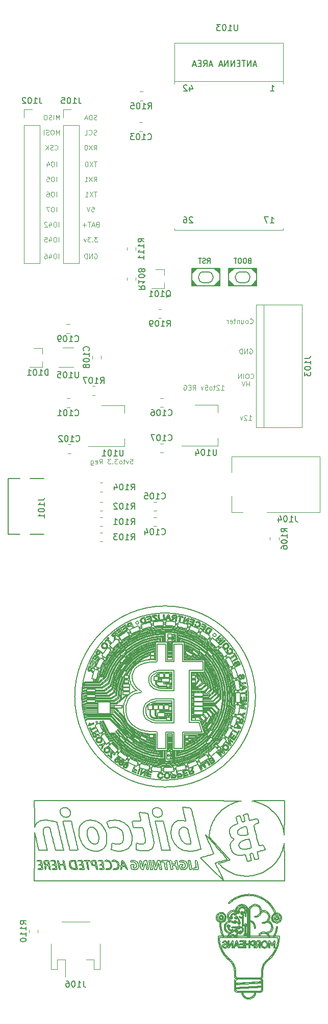
<source format=gbr>
%TF.GenerationSoftware,KiCad,Pcbnew,(5.1.12)-1*%
%TF.CreationDate,2022-05-09T22:55:39+02:00*%
%TF.ProjectId,BTCPOS,42544350-4f53-42e6-9b69-6361645f7063,rev?*%
%TF.SameCoordinates,Original*%
%TF.FileFunction,Legend,Bot*%
%TF.FilePolarity,Positive*%
%FSLAX46Y46*%
G04 Gerber Fmt 4.6, Leading zero omitted, Abs format (unit mm)*
G04 Created by KiCad (PCBNEW (5.1.12)-1) date 2022-05-09 22:55:39*
%MOMM*%
%LPD*%
G01*
G04 APERTURE LIST*
%ADD10C,0.100000*%
%ADD11C,0.200000*%
%ADD12C,0.120000*%
%ADD13C,0.150000*%
%ADD14C,0.127000*%
G04 APERTURE END LIST*
D10*
X72509523Y-54070000D02*
X72585714Y-54031904D01*
X72700000Y-54031904D01*
X72814285Y-54070000D01*
X72890476Y-54146190D01*
X72928571Y-54222380D01*
X72966666Y-54374761D01*
X72966666Y-54489047D01*
X72928571Y-54641428D01*
X72890476Y-54717619D01*
X72814285Y-54793809D01*
X72700000Y-54831904D01*
X72623809Y-54831904D01*
X72509523Y-54793809D01*
X72471428Y-54755714D01*
X72471428Y-54489047D01*
X72623809Y-54489047D01*
X72128571Y-54831904D02*
X72128571Y-54031904D01*
X71671428Y-54831904D01*
X71671428Y-54031904D01*
X71290476Y-54831904D02*
X71290476Y-54031904D01*
X71100000Y-54031904D01*
X70985714Y-54070000D01*
X70909523Y-54146190D01*
X70871428Y-54222380D01*
X70833333Y-54374761D01*
X70833333Y-54489047D01*
X70871428Y-54641428D01*
X70909523Y-54717619D01*
X70985714Y-54793809D01*
X71100000Y-54831904D01*
X71290476Y-54831904D01*
X73042857Y-51281904D02*
X72547619Y-51281904D01*
X72814285Y-51586666D01*
X72700000Y-51586666D01*
X72623809Y-51624761D01*
X72585714Y-51662857D01*
X72547619Y-51739047D01*
X72547619Y-51929523D01*
X72585714Y-52005714D01*
X72623809Y-52043809D01*
X72700000Y-52081904D01*
X72928571Y-52081904D01*
X73004761Y-52043809D01*
X73042857Y-52005714D01*
X72204761Y-52005714D02*
X72166666Y-52043809D01*
X72204761Y-52081904D01*
X72242857Y-52043809D01*
X72204761Y-52005714D01*
X72204761Y-52081904D01*
X71900000Y-51281904D02*
X71404761Y-51281904D01*
X71671428Y-51586666D01*
X71557142Y-51586666D01*
X71480952Y-51624761D01*
X71442857Y-51662857D01*
X71404761Y-51739047D01*
X71404761Y-51929523D01*
X71442857Y-52005714D01*
X71480952Y-52043809D01*
X71557142Y-52081904D01*
X71785714Y-52081904D01*
X71861904Y-52043809D01*
X71900000Y-52005714D01*
X71138095Y-51548571D02*
X70947619Y-52081904D01*
X70757142Y-51548571D01*
X72985714Y-49162857D02*
X72871428Y-49200952D01*
X72833333Y-49239047D01*
X72795238Y-49315238D01*
X72795238Y-49429523D01*
X72833333Y-49505714D01*
X72871428Y-49543809D01*
X72947619Y-49581904D01*
X73252380Y-49581904D01*
X73252380Y-48781904D01*
X72985714Y-48781904D01*
X72909523Y-48820000D01*
X72871428Y-48858095D01*
X72833333Y-48934285D01*
X72833333Y-49010476D01*
X72871428Y-49086666D01*
X72909523Y-49124761D01*
X72985714Y-49162857D01*
X73252380Y-49162857D01*
X72490476Y-49353333D02*
X72109523Y-49353333D01*
X72566666Y-49581904D02*
X72300000Y-48781904D01*
X72033333Y-49581904D01*
X71880952Y-48781904D02*
X71423809Y-48781904D01*
X71652380Y-49581904D02*
X71652380Y-48781904D01*
X71157142Y-49277142D02*
X70547619Y-49277142D01*
X70852380Y-49581904D02*
X70852380Y-48972380D01*
X72052380Y-46281904D02*
X72433333Y-46281904D01*
X72471428Y-46662857D01*
X72433333Y-46624761D01*
X72357142Y-46586666D01*
X72166666Y-46586666D01*
X72090476Y-46624761D01*
X72052380Y-46662857D01*
X72014285Y-46739047D01*
X72014285Y-46929523D01*
X72052380Y-47005714D01*
X72090476Y-47043809D01*
X72166666Y-47081904D01*
X72357142Y-47081904D01*
X72433333Y-47043809D01*
X72471428Y-47005714D01*
X71785714Y-46281904D02*
X71519047Y-47081904D01*
X71252380Y-46281904D01*
X72890476Y-43781904D02*
X72433333Y-43781904D01*
X72661904Y-44581904D02*
X72661904Y-43781904D01*
X72242857Y-43781904D02*
X71709523Y-44581904D01*
X71709523Y-43781904D02*
X72242857Y-44581904D01*
X70985714Y-44581904D02*
X71442857Y-44581904D01*
X71214285Y-44581904D02*
X71214285Y-43781904D01*
X71290476Y-43896190D01*
X71366666Y-43972380D01*
X71442857Y-44010476D01*
X72414285Y-42081904D02*
X72680952Y-41700952D01*
X72871428Y-42081904D02*
X72871428Y-41281904D01*
X72566666Y-41281904D01*
X72490476Y-41320000D01*
X72452380Y-41358095D01*
X72414285Y-41434285D01*
X72414285Y-41548571D01*
X72452380Y-41624761D01*
X72490476Y-41662857D01*
X72566666Y-41700952D01*
X72871428Y-41700952D01*
X72147619Y-41281904D02*
X71614285Y-42081904D01*
X71614285Y-41281904D02*
X72147619Y-42081904D01*
X70890476Y-42081904D02*
X71347619Y-42081904D01*
X71119047Y-42081904D02*
X71119047Y-41281904D01*
X71195238Y-41396190D01*
X71271428Y-41472380D01*
X71347619Y-41510476D01*
X72890476Y-38781904D02*
X72433333Y-38781904D01*
X72661904Y-39581904D02*
X72661904Y-38781904D01*
X72242857Y-38781904D02*
X71709523Y-39581904D01*
X71709523Y-38781904D02*
X72242857Y-39581904D01*
X71252380Y-38781904D02*
X71176190Y-38781904D01*
X71100000Y-38820000D01*
X71061904Y-38858095D01*
X71023809Y-38934285D01*
X70985714Y-39086666D01*
X70985714Y-39277142D01*
X71023809Y-39429523D01*
X71061904Y-39505714D01*
X71100000Y-39543809D01*
X71176190Y-39581904D01*
X71252380Y-39581904D01*
X71328571Y-39543809D01*
X71366666Y-39505714D01*
X71404761Y-39429523D01*
X71442857Y-39277142D01*
X71442857Y-39086666D01*
X71404761Y-38934285D01*
X71366666Y-38858095D01*
X71328571Y-38820000D01*
X71252380Y-38781904D01*
X72414285Y-36831904D02*
X72680952Y-36450952D01*
X72871428Y-36831904D02*
X72871428Y-36031904D01*
X72566666Y-36031904D01*
X72490476Y-36070000D01*
X72452380Y-36108095D01*
X72414285Y-36184285D01*
X72414285Y-36298571D01*
X72452380Y-36374761D01*
X72490476Y-36412857D01*
X72566666Y-36450952D01*
X72871428Y-36450952D01*
X72147619Y-36031904D02*
X71614285Y-36831904D01*
X71614285Y-36031904D02*
X72147619Y-36831904D01*
X71157142Y-36031904D02*
X71080952Y-36031904D01*
X71004761Y-36070000D01*
X70966666Y-36108095D01*
X70928571Y-36184285D01*
X70890476Y-36336666D01*
X70890476Y-36527142D01*
X70928571Y-36679523D01*
X70966666Y-36755714D01*
X71004761Y-36793809D01*
X71080952Y-36831904D01*
X71157142Y-36831904D01*
X71233333Y-36793809D01*
X71271428Y-36755714D01*
X71309523Y-36679523D01*
X71347619Y-36527142D01*
X71347619Y-36336666D01*
X71309523Y-36184285D01*
X71271428Y-36108095D01*
X71233333Y-36070000D01*
X71157142Y-36031904D01*
X72852380Y-34293809D02*
X72738095Y-34331904D01*
X72547619Y-34331904D01*
X72471428Y-34293809D01*
X72433333Y-34255714D01*
X72395238Y-34179523D01*
X72395238Y-34103333D01*
X72433333Y-34027142D01*
X72471428Y-33989047D01*
X72547619Y-33950952D01*
X72700000Y-33912857D01*
X72776190Y-33874761D01*
X72814285Y-33836666D01*
X72852380Y-33760476D01*
X72852380Y-33684285D01*
X72814285Y-33608095D01*
X72776190Y-33570000D01*
X72700000Y-33531904D01*
X72509523Y-33531904D01*
X72395238Y-33570000D01*
X71595238Y-34255714D02*
X71633333Y-34293809D01*
X71747619Y-34331904D01*
X71823809Y-34331904D01*
X71938095Y-34293809D01*
X72014285Y-34217619D01*
X72052380Y-34141428D01*
X72090476Y-33989047D01*
X72090476Y-33874761D01*
X72052380Y-33722380D01*
X72014285Y-33646190D01*
X71938095Y-33570000D01*
X71823809Y-33531904D01*
X71747619Y-33531904D01*
X71633333Y-33570000D01*
X71595238Y-33608095D01*
X70871428Y-34331904D02*
X71252380Y-34331904D01*
X71252380Y-33531904D01*
X72871428Y-31793809D02*
X72757142Y-31831904D01*
X72566666Y-31831904D01*
X72490476Y-31793809D01*
X72452380Y-31755714D01*
X72414285Y-31679523D01*
X72414285Y-31603333D01*
X72452380Y-31527142D01*
X72490476Y-31489047D01*
X72566666Y-31450952D01*
X72719047Y-31412857D01*
X72795238Y-31374761D01*
X72833333Y-31336666D01*
X72871428Y-31260476D01*
X72871428Y-31184285D01*
X72833333Y-31108095D01*
X72795238Y-31070000D01*
X72719047Y-31031904D01*
X72528571Y-31031904D01*
X72414285Y-31070000D01*
X72071428Y-31831904D02*
X72071428Y-31031904D01*
X71880952Y-31031904D01*
X71766666Y-31070000D01*
X71690476Y-31146190D01*
X71652380Y-31222380D01*
X71614285Y-31374761D01*
X71614285Y-31489047D01*
X71652380Y-31641428D01*
X71690476Y-31717619D01*
X71766666Y-31793809D01*
X71880952Y-31831904D01*
X72071428Y-31831904D01*
X71309523Y-31603333D02*
X70928571Y-31603333D01*
X71385714Y-31831904D02*
X71119047Y-31031904D01*
X70852380Y-31831904D01*
X66580952Y-54831904D02*
X66580952Y-54031904D01*
X66047619Y-54031904D02*
X65895238Y-54031904D01*
X65819047Y-54070000D01*
X65742857Y-54146190D01*
X65704761Y-54298571D01*
X65704761Y-54565238D01*
X65742857Y-54717619D01*
X65819047Y-54793809D01*
X65895238Y-54831904D01*
X66047619Y-54831904D01*
X66123809Y-54793809D01*
X66200000Y-54717619D01*
X66238095Y-54565238D01*
X66238095Y-54298571D01*
X66200000Y-54146190D01*
X66123809Y-54070000D01*
X66047619Y-54031904D01*
X65019047Y-54298571D02*
X65019047Y-54831904D01*
X65209523Y-53993809D02*
X65400000Y-54565238D01*
X64904761Y-54565238D01*
X64257142Y-54031904D02*
X64409523Y-54031904D01*
X64485714Y-54070000D01*
X64523809Y-54108095D01*
X64600000Y-54222380D01*
X64638095Y-54374761D01*
X64638095Y-54679523D01*
X64600000Y-54755714D01*
X64561904Y-54793809D01*
X64485714Y-54831904D01*
X64333333Y-54831904D01*
X64257142Y-54793809D01*
X64219047Y-54755714D01*
X64180952Y-54679523D01*
X64180952Y-54489047D01*
X64219047Y-54412857D01*
X64257142Y-54374761D01*
X64333333Y-54336666D01*
X64485714Y-54336666D01*
X64561904Y-54374761D01*
X64600000Y-54412857D01*
X64638095Y-54489047D01*
X66580952Y-52081904D02*
X66580952Y-51281904D01*
X66047619Y-51281904D02*
X65895238Y-51281904D01*
X65819047Y-51320000D01*
X65742857Y-51396190D01*
X65704761Y-51548571D01*
X65704761Y-51815238D01*
X65742857Y-51967619D01*
X65819047Y-52043809D01*
X65895238Y-52081904D01*
X66047619Y-52081904D01*
X66123809Y-52043809D01*
X66200000Y-51967619D01*
X66238095Y-51815238D01*
X66238095Y-51548571D01*
X66200000Y-51396190D01*
X66123809Y-51320000D01*
X66047619Y-51281904D01*
X65019047Y-51548571D02*
X65019047Y-52081904D01*
X65209523Y-51243809D02*
X65400000Y-51815238D01*
X64904761Y-51815238D01*
X64219047Y-51281904D02*
X64600000Y-51281904D01*
X64638095Y-51662857D01*
X64600000Y-51624761D01*
X64523809Y-51586666D01*
X64333333Y-51586666D01*
X64257142Y-51624761D01*
X64219047Y-51662857D01*
X64180952Y-51739047D01*
X64180952Y-51929523D01*
X64219047Y-52005714D01*
X64257142Y-52043809D01*
X64333333Y-52081904D01*
X64523809Y-52081904D01*
X64600000Y-52043809D01*
X64638095Y-52005714D01*
X66580952Y-49581904D02*
X66580952Y-48781904D01*
X66047619Y-48781904D02*
X65895238Y-48781904D01*
X65819047Y-48820000D01*
X65742857Y-48896190D01*
X65704761Y-49048571D01*
X65704761Y-49315238D01*
X65742857Y-49467619D01*
X65819047Y-49543809D01*
X65895238Y-49581904D01*
X66047619Y-49581904D01*
X66123809Y-49543809D01*
X66200000Y-49467619D01*
X66238095Y-49315238D01*
X66238095Y-49048571D01*
X66200000Y-48896190D01*
X66123809Y-48820000D01*
X66047619Y-48781904D01*
X65019047Y-49048571D02*
X65019047Y-49581904D01*
X65209523Y-48743809D02*
X65400000Y-49315238D01*
X64904761Y-49315238D01*
X64638095Y-48858095D02*
X64600000Y-48820000D01*
X64523809Y-48781904D01*
X64333333Y-48781904D01*
X64257142Y-48820000D01*
X64219047Y-48858095D01*
X64180952Y-48934285D01*
X64180952Y-49010476D01*
X64219047Y-49124761D01*
X64676190Y-49581904D01*
X64180952Y-49581904D01*
X66200000Y-47081904D02*
X66200000Y-46281904D01*
X65666666Y-46281904D02*
X65514285Y-46281904D01*
X65438095Y-46320000D01*
X65361904Y-46396190D01*
X65323809Y-46548571D01*
X65323809Y-46815238D01*
X65361904Y-46967619D01*
X65438095Y-47043809D01*
X65514285Y-47081904D01*
X65666666Y-47081904D01*
X65742857Y-47043809D01*
X65819047Y-46967619D01*
X65857142Y-46815238D01*
X65857142Y-46548571D01*
X65819047Y-46396190D01*
X65742857Y-46320000D01*
X65666666Y-46281904D01*
X65057142Y-46281904D02*
X64523809Y-46281904D01*
X64866666Y-47081904D01*
X66200000Y-44581904D02*
X66200000Y-43781904D01*
X65666666Y-43781904D02*
X65514285Y-43781904D01*
X65438095Y-43820000D01*
X65361904Y-43896190D01*
X65323809Y-44048571D01*
X65323809Y-44315238D01*
X65361904Y-44467619D01*
X65438095Y-44543809D01*
X65514285Y-44581904D01*
X65666666Y-44581904D01*
X65742857Y-44543809D01*
X65819047Y-44467619D01*
X65857142Y-44315238D01*
X65857142Y-44048571D01*
X65819047Y-43896190D01*
X65742857Y-43820000D01*
X65666666Y-43781904D01*
X64638095Y-43781904D02*
X64790476Y-43781904D01*
X64866666Y-43820000D01*
X64904761Y-43858095D01*
X64980952Y-43972380D01*
X65019047Y-44124761D01*
X65019047Y-44429523D01*
X64980952Y-44505714D01*
X64942857Y-44543809D01*
X64866666Y-44581904D01*
X64714285Y-44581904D01*
X64638095Y-44543809D01*
X64600000Y-44505714D01*
X64561904Y-44429523D01*
X64561904Y-44239047D01*
X64600000Y-44162857D01*
X64638095Y-44124761D01*
X64714285Y-44086666D01*
X64866666Y-44086666D01*
X64942857Y-44124761D01*
X64980952Y-44162857D01*
X65019047Y-44239047D01*
X66200000Y-42081904D02*
X66200000Y-41281904D01*
X65666666Y-41281904D02*
X65514285Y-41281904D01*
X65438095Y-41320000D01*
X65361904Y-41396190D01*
X65323809Y-41548571D01*
X65323809Y-41815238D01*
X65361904Y-41967619D01*
X65438095Y-42043809D01*
X65514285Y-42081904D01*
X65666666Y-42081904D01*
X65742857Y-42043809D01*
X65819047Y-41967619D01*
X65857142Y-41815238D01*
X65857142Y-41548571D01*
X65819047Y-41396190D01*
X65742857Y-41320000D01*
X65666666Y-41281904D01*
X64600000Y-41281904D02*
X64980952Y-41281904D01*
X65019047Y-41662857D01*
X64980952Y-41624761D01*
X64904761Y-41586666D01*
X64714285Y-41586666D01*
X64638095Y-41624761D01*
X64600000Y-41662857D01*
X64561904Y-41739047D01*
X64561904Y-41929523D01*
X64600000Y-42005714D01*
X64638095Y-42043809D01*
X64714285Y-42081904D01*
X64904761Y-42081904D01*
X64980952Y-42043809D01*
X65019047Y-42005714D01*
X66200000Y-39581904D02*
X66200000Y-38781904D01*
X65666666Y-38781904D02*
X65514285Y-38781904D01*
X65438095Y-38820000D01*
X65361904Y-38896190D01*
X65323809Y-39048571D01*
X65323809Y-39315238D01*
X65361904Y-39467619D01*
X65438095Y-39543809D01*
X65514285Y-39581904D01*
X65666666Y-39581904D01*
X65742857Y-39543809D01*
X65819047Y-39467619D01*
X65857142Y-39315238D01*
X65857142Y-39048571D01*
X65819047Y-38896190D01*
X65742857Y-38820000D01*
X65666666Y-38781904D01*
X64638095Y-39048571D02*
X64638095Y-39581904D01*
X64828571Y-38743809D02*
X65019047Y-39315238D01*
X64523809Y-39315238D01*
X65933333Y-36755714D02*
X65971428Y-36793809D01*
X66085714Y-36831904D01*
X66161904Y-36831904D01*
X66276190Y-36793809D01*
X66352380Y-36717619D01*
X66390476Y-36641428D01*
X66428571Y-36489047D01*
X66428571Y-36374761D01*
X66390476Y-36222380D01*
X66352380Y-36146190D01*
X66276190Y-36070000D01*
X66161904Y-36031904D01*
X66085714Y-36031904D01*
X65971428Y-36070000D01*
X65933333Y-36108095D01*
X65628571Y-36793809D02*
X65514285Y-36831904D01*
X65323809Y-36831904D01*
X65247619Y-36793809D01*
X65209523Y-36755714D01*
X65171428Y-36679523D01*
X65171428Y-36603333D01*
X65209523Y-36527142D01*
X65247619Y-36489047D01*
X65323809Y-36450952D01*
X65476190Y-36412857D01*
X65552380Y-36374761D01*
X65590476Y-36336666D01*
X65628571Y-36260476D01*
X65628571Y-36184285D01*
X65590476Y-36108095D01*
X65552380Y-36070000D01*
X65476190Y-36031904D01*
X65285714Y-36031904D01*
X65171428Y-36070000D01*
X64828571Y-36831904D02*
X64828571Y-36031904D01*
X64371428Y-36831904D02*
X64714285Y-36374761D01*
X64371428Y-36031904D02*
X64828571Y-36489047D01*
X66657142Y-34331904D02*
X66657142Y-33531904D01*
X66390476Y-34103333D01*
X66123809Y-33531904D01*
X66123809Y-34331904D01*
X65590476Y-33531904D02*
X65438095Y-33531904D01*
X65361904Y-33570000D01*
X65285714Y-33646190D01*
X65247619Y-33798571D01*
X65247619Y-34065238D01*
X65285714Y-34217619D01*
X65361904Y-34293809D01*
X65438095Y-34331904D01*
X65590476Y-34331904D01*
X65666666Y-34293809D01*
X65742857Y-34217619D01*
X65780952Y-34065238D01*
X65780952Y-33798571D01*
X65742857Y-33646190D01*
X65666666Y-33570000D01*
X65590476Y-33531904D01*
X64942857Y-34293809D02*
X64828571Y-34331904D01*
X64638095Y-34331904D01*
X64561904Y-34293809D01*
X64523809Y-34255714D01*
X64485714Y-34179523D01*
X64485714Y-34103333D01*
X64523809Y-34027142D01*
X64561904Y-33989047D01*
X64638095Y-33950952D01*
X64790476Y-33912857D01*
X64866666Y-33874761D01*
X64904761Y-33836666D01*
X64942857Y-33760476D01*
X64942857Y-33684285D01*
X64904761Y-33608095D01*
X64866666Y-33570000D01*
X64790476Y-33531904D01*
X64600000Y-33531904D01*
X64485714Y-33570000D01*
X64142857Y-34331904D02*
X64142857Y-33531904D01*
X66657142Y-31831904D02*
X66657142Y-31031904D01*
X66390476Y-31603333D01*
X66123809Y-31031904D01*
X66123809Y-31831904D01*
X65742857Y-31831904D02*
X65742857Y-31031904D01*
X65400000Y-31793809D02*
X65285714Y-31831904D01*
X65095238Y-31831904D01*
X65019047Y-31793809D01*
X64980952Y-31755714D01*
X64942857Y-31679523D01*
X64942857Y-31603333D01*
X64980952Y-31527142D01*
X65019047Y-31489047D01*
X65095238Y-31450952D01*
X65247619Y-31412857D01*
X65323809Y-31374761D01*
X65361904Y-31336666D01*
X65400000Y-31260476D01*
X65400000Y-31184285D01*
X65361904Y-31108095D01*
X65323809Y-31070000D01*
X65247619Y-31031904D01*
X65057142Y-31031904D01*
X64942857Y-31070000D01*
X64447619Y-31031904D02*
X64295238Y-31031904D01*
X64219047Y-31070000D01*
X64142857Y-31146190D01*
X64104761Y-31298571D01*
X64104761Y-31565238D01*
X64142857Y-31717619D01*
X64219047Y-31793809D01*
X64295238Y-31831904D01*
X64447619Y-31831904D01*
X64523809Y-31793809D01*
X64600000Y-31717619D01*
X64638095Y-31565238D01*
X64638095Y-31298571D01*
X64600000Y-31146190D01*
X64523809Y-31070000D01*
X64447619Y-31031904D01*
X78466666Y-88031904D02*
X78847619Y-88031904D01*
X78885714Y-88412857D01*
X78847619Y-88374761D01*
X78771428Y-88336666D01*
X78580952Y-88336666D01*
X78504761Y-88374761D01*
X78466666Y-88412857D01*
X78428571Y-88489047D01*
X78428571Y-88679523D01*
X78466666Y-88755714D01*
X78504761Y-88793809D01*
X78580952Y-88831904D01*
X78771428Y-88831904D01*
X78847619Y-88793809D01*
X78885714Y-88755714D01*
X78161904Y-88298571D02*
X77971428Y-88831904D01*
X77780952Y-88298571D01*
X77590476Y-88298571D02*
X77285714Y-88298571D01*
X77476190Y-88031904D02*
X77476190Y-88717619D01*
X77438095Y-88793809D01*
X77361904Y-88831904D01*
X77285714Y-88831904D01*
X76904761Y-88831904D02*
X76980952Y-88793809D01*
X77019047Y-88755714D01*
X77057142Y-88679523D01*
X77057142Y-88450952D01*
X77019047Y-88374761D01*
X76980952Y-88336666D01*
X76904761Y-88298571D01*
X76790476Y-88298571D01*
X76714285Y-88336666D01*
X76676190Y-88374761D01*
X76638095Y-88450952D01*
X76638095Y-88679523D01*
X76676190Y-88755714D01*
X76714285Y-88793809D01*
X76790476Y-88831904D01*
X76904761Y-88831904D01*
X76371428Y-88031904D02*
X75876190Y-88031904D01*
X76142857Y-88336666D01*
X76028571Y-88336666D01*
X75952380Y-88374761D01*
X75914285Y-88412857D01*
X75876190Y-88489047D01*
X75876190Y-88679523D01*
X75914285Y-88755714D01*
X75952380Y-88793809D01*
X76028571Y-88831904D01*
X76257142Y-88831904D01*
X76333333Y-88793809D01*
X76371428Y-88755714D01*
X75533333Y-88755714D02*
X75495238Y-88793809D01*
X75533333Y-88831904D01*
X75571428Y-88793809D01*
X75533333Y-88755714D01*
X75533333Y-88831904D01*
X75228571Y-88031904D02*
X74733333Y-88031904D01*
X75000000Y-88336666D01*
X74885714Y-88336666D01*
X74809523Y-88374761D01*
X74771428Y-88412857D01*
X74733333Y-88489047D01*
X74733333Y-88679523D01*
X74771428Y-88755714D01*
X74809523Y-88793809D01*
X74885714Y-88831904D01*
X75114285Y-88831904D01*
X75190476Y-88793809D01*
X75228571Y-88755714D01*
X73323809Y-88831904D02*
X73590476Y-88450952D01*
X73780952Y-88831904D02*
X73780952Y-88031904D01*
X73476190Y-88031904D01*
X73400000Y-88070000D01*
X73361904Y-88108095D01*
X73323809Y-88184285D01*
X73323809Y-88298571D01*
X73361904Y-88374761D01*
X73400000Y-88412857D01*
X73476190Y-88450952D01*
X73780952Y-88450952D01*
X72676190Y-88793809D02*
X72752380Y-88831904D01*
X72904761Y-88831904D01*
X72980952Y-88793809D01*
X73019047Y-88717619D01*
X73019047Y-88412857D01*
X72980952Y-88336666D01*
X72904761Y-88298571D01*
X72752380Y-88298571D01*
X72676190Y-88336666D01*
X72638095Y-88412857D01*
X72638095Y-88489047D01*
X73019047Y-88565238D01*
X71952380Y-88298571D02*
X71952380Y-88946190D01*
X71990476Y-89022380D01*
X72028571Y-89060476D01*
X72104761Y-89098571D01*
X72219047Y-89098571D01*
X72295238Y-89060476D01*
X71952380Y-88793809D02*
X72028571Y-88831904D01*
X72180952Y-88831904D01*
X72257142Y-88793809D01*
X72295238Y-88755714D01*
X72333333Y-88679523D01*
X72333333Y-88450952D01*
X72295238Y-88374761D01*
X72257142Y-88336666D01*
X72180952Y-88298571D01*
X72028571Y-88298571D01*
X71952380Y-88336666D01*
X93545238Y-76581904D02*
X94002380Y-76581904D01*
X93773809Y-76581904D02*
X93773809Y-75781904D01*
X93850000Y-75896190D01*
X93926190Y-75972380D01*
X94002380Y-76010476D01*
X93240476Y-75858095D02*
X93202380Y-75820000D01*
X93126190Y-75781904D01*
X92935714Y-75781904D01*
X92859523Y-75820000D01*
X92821428Y-75858095D01*
X92783333Y-75934285D01*
X92783333Y-76010476D01*
X92821428Y-76124761D01*
X93278571Y-76581904D01*
X92783333Y-76581904D01*
X92554761Y-76048571D02*
X92250000Y-76048571D01*
X92440476Y-75781904D02*
X92440476Y-76467619D01*
X92402380Y-76543809D01*
X92326190Y-76581904D01*
X92250000Y-76581904D01*
X91869047Y-76581904D02*
X91945238Y-76543809D01*
X91983333Y-76505714D01*
X92021428Y-76429523D01*
X92021428Y-76200952D01*
X91983333Y-76124761D01*
X91945238Y-76086666D01*
X91869047Y-76048571D01*
X91754761Y-76048571D01*
X91678571Y-76086666D01*
X91640476Y-76124761D01*
X91602380Y-76200952D01*
X91602380Y-76429523D01*
X91640476Y-76505714D01*
X91678571Y-76543809D01*
X91754761Y-76581904D01*
X91869047Y-76581904D01*
X90878571Y-75781904D02*
X91259523Y-75781904D01*
X91297619Y-76162857D01*
X91259523Y-76124761D01*
X91183333Y-76086666D01*
X90992857Y-76086666D01*
X90916666Y-76124761D01*
X90878571Y-76162857D01*
X90840476Y-76239047D01*
X90840476Y-76429523D01*
X90878571Y-76505714D01*
X90916666Y-76543809D01*
X90992857Y-76581904D01*
X91183333Y-76581904D01*
X91259523Y-76543809D01*
X91297619Y-76505714D01*
X90573809Y-76048571D02*
X90383333Y-76581904D01*
X90192857Y-76048571D01*
X88821428Y-76581904D02*
X89088095Y-76200952D01*
X89278571Y-76581904D02*
X89278571Y-75781904D01*
X88973809Y-75781904D01*
X88897619Y-75820000D01*
X88859523Y-75858095D01*
X88821428Y-75934285D01*
X88821428Y-76048571D01*
X88859523Y-76124761D01*
X88897619Y-76162857D01*
X88973809Y-76200952D01*
X89278571Y-76200952D01*
X88478571Y-76162857D02*
X88211904Y-76162857D01*
X88097619Y-76581904D02*
X88478571Y-76581904D01*
X88478571Y-75781904D01*
X88097619Y-75781904D01*
X87335714Y-75820000D02*
X87411904Y-75781904D01*
X87526190Y-75781904D01*
X87640476Y-75820000D01*
X87716666Y-75896190D01*
X87754761Y-75972380D01*
X87792857Y-76124761D01*
X87792857Y-76239047D01*
X87754761Y-76391428D01*
X87716666Y-76467619D01*
X87640476Y-76543809D01*
X87526190Y-76581904D01*
X87450000Y-76581904D01*
X87335714Y-76543809D01*
X87297619Y-76505714D01*
X87297619Y-76239047D01*
X87450000Y-76239047D01*
X98307142Y-65505714D02*
X98345238Y-65543809D01*
X98459523Y-65581904D01*
X98535714Y-65581904D01*
X98650000Y-65543809D01*
X98726190Y-65467619D01*
X98764285Y-65391428D01*
X98802380Y-65239047D01*
X98802380Y-65124761D01*
X98764285Y-64972380D01*
X98726190Y-64896190D01*
X98650000Y-64820000D01*
X98535714Y-64781904D01*
X98459523Y-64781904D01*
X98345238Y-64820000D01*
X98307142Y-64858095D01*
X97850000Y-65581904D02*
X97926190Y-65543809D01*
X97964285Y-65505714D01*
X98002380Y-65429523D01*
X98002380Y-65200952D01*
X97964285Y-65124761D01*
X97926190Y-65086666D01*
X97850000Y-65048571D01*
X97735714Y-65048571D01*
X97659523Y-65086666D01*
X97621428Y-65124761D01*
X97583333Y-65200952D01*
X97583333Y-65429523D01*
X97621428Y-65505714D01*
X97659523Y-65543809D01*
X97735714Y-65581904D01*
X97850000Y-65581904D01*
X96897619Y-65048571D02*
X96897619Y-65581904D01*
X97240476Y-65048571D02*
X97240476Y-65467619D01*
X97202380Y-65543809D01*
X97126190Y-65581904D01*
X97011904Y-65581904D01*
X96935714Y-65543809D01*
X96897619Y-65505714D01*
X96516666Y-65048571D02*
X96516666Y-65581904D01*
X96516666Y-65124761D02*
X96478571Y-65086666D01*
X96402380Y-65048571D01*
X96288095Y-65048571D01*
X96211904Y-65086666D01*
X96173809Y-65162857D01*
X96173809Y-65581904D01*
X95907142Y-65048571D02*
X95602380Y-65048571D01*
X95792857Y-64781904D02*
X95792857Y-65467619D01*
X95754761Y-65543809D01*
X95678571Y-65581904D01*
X95602380Y-65581904D01*
X95030952Y-65543809D02*
X95107142Y-65581904D01*
X95259523Y-65581904D01*
X95335714Y-65543809D01*
X95373809Y-65467619D01*
X95373809Y-65162857D01*
X95335714Y-65086666D01*
X95259523Y-65048571D01*
X95107142Y-65048571D01*
X95030952Y-65086666D01*
X94992857Y-65162857D01*
X94992857Y-65239047D01*
X95373809Y-65315238D01*
X94650000Y-65581904D02*
X94650000Y-65048571D01*
X94650000Y-65200952D02*
X94611904Y-65124761D01*
X94573809Y-65086666D01*
X94497619Y-65048571D01*
X94421428Y-65048571D01*
X98259523Y-69820000D02*
X98335714Y-69781904D01*
X98450000Y-69781904D01*
X98564285Y-69820000D01*
X98640476Y-69896190D01*
X98678571Y-69972380D01*
X98716666Y-70124761D01*
X98716666Y-70239047D01*
X98678571Y-70391428D01*
X98640476Y-70467619D01*
X98564285Y-70543809D01*
X98450000Y-70581904D01*
X98373809Y-70581904D01*
X98259523Y-70543809D01*
X98221428Y-70505714D01*
X98221428Y-70239047D01*
X98373809Y-70239047D01*
X97878571Y-70581904D02*
X97878571Y-69781904D01*
X97421428Y-70581904D01*
X97421428Y-69781904D01*
X97040476Y-70581904D02*
X97040476Y-69781904D01*
X96850000Y-69781904D01*
X96735714Y-69820000D01*
X96659523Y-69896190D01*
X96621428Y-69972380D01*
X96583333Y-70124761D01*
X96583333Y-70239047D01*
X96621428Y-70391428D01*
X96659523Y-70467619D01*
X96735714Y-70543809D01*
X96850000Y-70581904D01*
X97040476Y-70581904D01*
X98430952Y-74605714D02*
X98469047Y-74643809D01*
X98583333Y-74681904D01*
X98659523Y-74681904D01*
X98773809Y-74643809D01*
X98850000Y-74567619D01*
X98888095Y-74491428D01*
X98926190Y-74339047D01*
X98926190Y-74224761D01*
X98888095Y-74072380D01*
X98850000Y-73996190D01*
X98773809Y-73920000D01*
X98659523Y-73881904D01*
X98583333Y-73881904D01*
X98469047Y-73920000D01*
X98430952Y-73958095D01*
X97935714Y-73881904D02*
X97783333Y-73881904D01*
X97707142Y-73920000D01*
X97630952Y-73996190D01*
X97592857Y-74148571D01*
X97592857Y-74415238D01*
X97630952Y-74567619D01*
X97707142Y-74643809D01*
X97783333Y-74681904D01*
X97935714Y-74681904D01*
X98011904Y-74643809D01*
X98088095Y-74567619D01*
X98126190Y-74415238D01*
X98126190Y-74148571D01*
X98088095Y-73996190D01*
X98011904Y-73920000D01*
X97935714Y-73881904D01*
X97250000Y-74681904D02*
X97250000Y-73881904D01*
X96869047Y-74681904D02*
X96869047Y-73881904D01*
X96411904Y-74681904D01*
X96411904Y-73881904D01*
X98221428Y-75981904D02*
X98221428Y-75181904D01*
X98221428Y-75562857D02*
X97764285Y-75562857D01*
X97764285Y-75981904D02*
X97764285Y-75181904D01*
X97497619Y-75181904D02*
X97230952Y-75981904D01*
X96964285Y-75181904D01*
X98107142Y-81581904D02*
X98564285Y-81581904D01*
X98335714Y-81581904D02*
X98335714Y-80781904D01*
X98411904Y-80896190D01*
X98488095Y-80972380D01*
X98564285Y-81010476D01*
X97802380Y-80858095D02*
X97764285Y-80820000D01*
X97688095Y-80781904D01*
X97497619Y-80781904D01*
X97421428Y-80820000D01*
X97383333Y-80858095D01*
X97345238Y-80934285D01*
X97345238Y-81010476D01*
X97383333Y-81124761D01*
X97840476Y-81581904D01*
X97345238Y-81581904D01*
X97078571Y-81048571D02*
X96888095Y-81581904D01*
X96697619Y-81048571D01*
D11*
%TO.C,REF\u002A\u002A*%
X96266000Y-166116000D02*
X96265388Y-166100247D01*
X96244513Y-166016515D02*
X96090870Y-165880302D01*
X96090870Y-165880302D02*
X96007309Y-165870347D01*
X96265388Y-166100247D02*
X96244513Y-166016515D01*
X96007309Y-165870347D02*
X95917612Y-165891758D01*
X95917612Y-165891758D02*
X95781189Y-166048189D01*
X95781189Y-166048189D02*
X95771520Y-166108468D01*
X94845390Y-165337270D02*
X94861640Y-165375733D01*
X94785019Y-165485120D02*
X94776875Y-165486114D01*
X94860646Y-165230176D02*
X94845390Y-165337270D01*
X95012282Y-165349237D02*
X94967701Y-165245432D01*
X94967701Y-165245432D02*
X94860646Y-165230176D01*
X94861640Y-165375733D02*
X94785019Y-165485120D01*
X94776875Y-165486114D02*
X94710845Y-165486459D01*
X94710845Y-165486459D02*
X94701593Y-165551839D01*
X94701593Y-165551839D02*
X94704651Y-165734138D01*
X95851869Y-167105327D02*
X95907499Y-167021327D01*
X95821282Y-167247136D02*
X95859822Y-167146122D01*
X95859822Y-167146122D02*
X95851869Y-167105327D01*
X96070192Y-163473811D02*
X96048590Y-163367903D01*
X95269956Y-163766072D02*
X95345314Y-163577659D01*
X95345314Y-163577659D02*
X95510978Y-163439119D01*
X95510978Y-163439119D02*
X95625379Y-163403729D01*
X95942644Y-163389505D02*
X95863844Y-163432022D01*
X95769826Y-163329325D02*
X95775676Y-163247428D01*
X95693664Y-163245440D02*
X95494054Y-163280695D01*
X95494054Y-163280695D02*
X95303244Y-163396305D01*
X95303244Y-163396305D02*
X95170195Y-163574226D01*
X95170195Y-163574226D02*
X95113647Y-163795649D01*
X95113647Y-163795649D02*
X95112891Y-163825449D01*
X95112891Y-163825449D02*
X95112891Y-163897788D01*
X95112891Y-163897788D02*
X95185114Y-163902185D01*
X95185114Y-163902185D02*
X95274276Y-163996355D01*
X95274276Y-163996355D02*
X95240477Y-164068502D01*
X95863844Y-163432022D02*
X95769368Y-163337622D01*
X95240477Y-164068502D02*
X95230881Y-164176207D01*
X95230881Y-164176207D02*
X95289570Y-164203621D01*
X96048590Y-163367903D02*
X95942644Y-163389505D01*
X95769368Y-163337622D02*
X95769826Y-163329325D01*
X95338586Y-164185804D02*
X95427117Y-164003213D01*
X95427117Y-164003213D02*
X95427212Y-163996355D01*
X95427212Y-163996355D02*
X95340556Y-163808444D01*
X95340556Y-163808444D02*
X95269956Y-163766072D01*
X95625379Y-163403729D02*
X95755000Y-163559727D01*
X95755000Y-163559727D02*
X95863844Y-163584958D01*
X95863844Y-163584958D02*
X96051532Y-163498565D01*
X96051532Y-163498565D02*
X96070192Y-163473811D01*
X95775676Y-163247428D02*
X95693664Y-163245440D01*
X96410934Y-164840186D02*
X96505371Y-164745786D01*
X96505371Y-164745786D02*
X96513821Y-164746245D01*
X96420224Y-164880867D02*
X96410934Y-164840186D01*
X96513821Y-164746245D02*
X96578742Y-164757104D01*
X96578742Y-164757104D02*
X96599121Y-164694515D01*
X96599121Y-164694515D02*
X96627720Y-164514471D01*
X96352130Y-164991975D02*
X96386693Y-164983678D01*
X96386693Y-164983678D02*
X96420224Y-164880867D01*
X96627720Y-164514471D02*
X96589512Y-164309073D01*
X96589512Y-164309073D02*
X96483487Y-164133275D01*
X96483487Y-164133275D02*
X96322541Y-164004372D01*
X96322541Y-164004372D02*
X96214143Y-163959390D01*
X96752749Y-164840198D02*
X96738258Y-164756848D01*
X96738258Y-164756848D02*
X96738258Y-164755701D01*
X96589375Y-164797108D02*
X96592166Y-164803416D01*
X96592166Y-164803416D02*
X96599813Y-164840198D01*
X96599813Y-164840198D02*
X96540206Y-164928059D01*
X96540206Y-164928059D02*
X96505375Y-164934635D01*
X96505375Y-164934635D02*
X96420649Y-164881681D01*
X96420649Y-164881681D02*
X96410937Y-164840198D01*
X96410937Y-164840198D02*
X96505375Y-164745760D01*
X96505375Y-164745760D02*
X96513787Y-164746257D01*
X96513787Y-164746257D02*
X96589375Y-164797108D01*
X96505375Y-165087571D02*
X96596525Y-165070251D01*
X96596525Y-165070251D02*
X96738780Y-164922942D01*
X96738780Y-164922942D02*
X96752749Y-164840198D01*
X97809631Y-165166138D02*
X97660390Y-165030855D01*
X97660390Y-165030855D02*
X97613300Y-165020429D01*
X96689281Y-165539841D02*
X96689281Y-165538732D01*
X96703809Y-165623229D02*
X96697501Y-165569090D01*
X96719137Y-166331804D02*
X96793617Y-166380590D01*
X96793617Y-166380590D02*
X96798244Y-166390875D01*
X96710688Y-166673157D02*
X96801838Y-166655798D01*
X96798244Y-166390875D02*
X96805164Y-166425745D01*
X96801838Y-166655798D02*
X96944117Y-166508512D01*
X96944117Y-166508512D02*
X96958100Y-166425745D01*
X96958100Y-166425745D02*
X96943571Y-166342586D01*
X96456436Y-165528791D02*
X96465153Y-165529288D01*
X96943571Y-166342586D02*
X96943571Y-166341248D01*
X96368001Y-165854162D02*
X96456436Y-165870603D01*
X96943571Y-166341248D02*
X96937109Y-166326183D01*
X96937109Y-166326183D02*
X96787926Y-166190935D01*
X96787926Y-166190935D02*
X96740854Y-166180474D01*
X97667210Y-165222648D02*
X97670001Y-165228957D01*
X97583248Y-165171300D02*
X97591545Y-165171797D01*
X97335874Y-165265738D02*
X97361759Y-165375699D01*
X97361759Y-165375699D02*
X97522759Y-165505729D01*
X97522759Y-165505729D02*
X97583248Y-165513111D01*
X96547547Y-165599256D02*
X96548580Y-165603959D01*
X96548580Y-165603959D02*
X96550874Y-165623229D01*
X96550874Y-165623229D02*
X96491305Y-165711052D01*
X96689281Y-165538732D02*
X96682819Y-165523591D01*
X96682819Y-165523591D02*
X96533653Y-165388381D01*
X96533653Y-165388381D02*
X96486602Y-165377920D01*
X97618041Y-165353599D02*
X97583248Y-165360176D01*
X96486602Y-165377920D02*
X96456436Y-165375855D01*
X96456436Y-165375855D02*
X96273395Y-165456980D01*
X96273395Y-165456980D02*
X96209062Y-165623229D01*
X96235023Y-165733266D02*
X96368001Y-165854162D01*
X97816093Y-165182388D02*
X97816093Y-165181241D01*
X96745557Y-166513606D02*
X96710688Y-166520221D01*
X96465153Y-165529288D02*
X96540053Y-165579375D01*
X96540053Y-165579375D02*
X96543418Y-165586907D01*
X97674359Y-165495791D02*
X97816614Y-165348482D01*
X97816614Y-165348482D02*
X97830583Y-165265738D01*
X96710688Y-166520221D02*
X96625923Y-166467228D01*
X97670001Y-165228957D02*
X97677648Y-165265738D01*
X97488810Y-165265738D02*
X97583248Y-165171300D01*
X96535465Y-164594888D02*
X96505375Y-164592824D01*
X97583248Y-165513111D02*
X97674359Y-165495791D01*
X97583248Y-165018364D02*
X97400207Y-165099504D01*
X97400207Y-165099504D02*
X97335874Y-165265738D01*
X96543418Y-165586907D02*
X96547547Y-165599256D01*
X96209062Y-165623229D02*
X96235023Y-165733266D01*
X96258001Y-164840198D02*
X96283886Y-164950158D01*
X96805164Y-166425745D02*
X96745557Y-166513606D01*
X96505375Y-164592824D02*
X96322334Y-164673964D01*
X96322334Y-164673964D02*
X96258001Y-164840198D01*
X96491305Y-165711052D02*
X96422828Y-165711358D01*
X96371556Y-165664369D02*
X96361998Y-165623229D01*
X96738258Y-164755701D02*
X96731797Y-164740598D01*
X96283886Y-164950158D02*
X96444910Y-165080193D01*
X96444910Y-165080193D02*
X96505375Y-165087571D01*
X97498521Y-165307260D02*
X97488810Y-165265738D01*
X96422828Y-165711358D02*
X96371556Y-165664369D01*
X96731797Y-164740598D02*
X96582555Y-164605315D01*
X96582555Y-164605315D02*
X96535465Y-164594888D01*
X97830583Y-165265738D02*
X97816093Y-165182388D01*
X97816093Y-165181241D02*
X97809631Y-165166138D01*
X97591545Y-165171797D02*
X97667210Y-165222648D01*
X96361998Y-165623229D02*
X96456436Y-165528791D01*
X97613300Y-165020429D02*
X97583248Y-165018364D01*
X96456436Y-165870603D02*
X96547547Y-165853245D01*
X96625923Y-166467228D02*
X96616250Y-166425745D01*
X97583248Y-165360176D02*
X97498521Y-165307260D01*
X97677648Y-165265738D02*
X97618041Y-165353599D01*
X96547547Y-165853245D02*
X96689833Y-165705989D01*
X96689833Y-165705989D02*
X96703809Y-165623229D01*
X96697501Y-165569090D02*
X96689281Y-165539841D01*
X96616250Y-166425745D02*
X96632193Y-166372944D01*
X96632193Y-166372944D02*
X96710688Y-166331307D01*
X96710688Y-166331307D02*
X96719137Y-166331804D01*
X96740854Y-166180474D02*
X96710688Y-166178371D01*
X96463314Y-166425745D02*
X96489198Y-166535744D01*
X96710688Y-166178371D02*
X96524437Y-166262885D01*
X96524437Y-166262885D02*
X96505677Y-166287108D01*
X96489198Y-166535744D02*
X96650243Y-166665779D01*
X96650243Y-166665779D02*
X96710688Y-166673157D01*
X96505677Y-166287108D02*
X96463314Y-166425745D01*
X97667171Y-166747002D02*
X97670001Y-166753425D01*
X96515404Y-163868007D02*
X96664569Y-164003336D01*
X96664569Y-164003336D02*
X96859816Y-164052180D01*
X97670001Y-166753425D02*
X97677648Y-166790206D01*
X97583248Y-166884644D02*
X97498521Y-166831690D01*
X97498521Y-166831690D02*
X97488810Y-166790206D01*
X97488810Y-166790206D02*
X97583248Y-166695730D01*
X97583248Y-166695730D02*
X97591927Y-166696265D01*
X97618079Y-166878029D02*
X97583248Y-166884644D01*
X97591927Y-166696265D02*
X97667171Y-166747002D01*
X97583248Y-167037580D02*
X97674321Y-167020222D01*
X97674321Y-167020222D02*
X97816607Y-166872949D01*
X97816607Y-166872949D02*
X97830583Y-166790206D01*
X97830583Y-166790206D02*
X97816093Y-166706856D01*
X97816093Y-166706856D02*
X97816093Y-166705671D01*
X97677648Y-166790206D02*
X97618079Y-166878029D01*
X97809631Y-166690530D02*
X97660431Y-166555341D01*
X97660431Y-166555341D02*
X97613376Y-166544897D01*
X96034734Y-164060638D02*
X95949970Y-164007263D01*
X97613376Y-166544897D02*
X97583248Y-166542794D01*
X97583248Y-166542794D02*
X97400207Y-166623940D01*
X97400207Y-166623940D02*
X97335874Y-166790206D01*
X95949970Y-164007263D02*
X95940296Y-163966162D01*
X95940296Y-163966162D02*
X96034734Y-163871724D01*
X96118581Y-163922842D02*
X96121487Y-163929419D01*
X96034734Y-163871724D02*
X96118581Y-163922842D01*
X96262609Y-164062702D02*
X96282070Y-163966162D01*
X97335874Y-166790206D02*
X97361759Y-166900167D01*
X96282070Y-163966162D02*
X96267541Y-163882850D01*
X96267541Y-163881703D02*
X96261118Y-163866562D01*
X96261118Y-163866562D02*
X96105931Y-163729258D01*
X96105931Y-163729258D02*
X96034734Y-163718788D01*
X96034734Y-163718788D02*
X95851694Y-163799913D01*
X95851694Y-163799913D02*
X95787361Y-163966162D01*
X96121487Y-163929419D02*
X96129134Y-163966162D01*
X97816093Y-166705671D02*
X97809631Y-166690530D01*
X96069489Y-164054023D02*
X96034734Y-164060638D01*
X96267541Y-163882850D02*
X96267541Y-163881703D01*
X95787361Y-163966162D02*
X95812404Y-164074096D01*
X95812404Y-164074096D02*
X95965869Y-164203657D01*
X95965869Y-164203657D02*
X96034734Y-164213574D01*
X95289570Y-164203621D02*
X95338586Y-164185804D01*
X96122099Y-164002254D02*
X96069489Y-164054023D01*
X96034734Y-164213574D02*
X96125808Y-164196177D01*
X96125808Y-164196177D02*
X96262609Y-164062702D01*
X97361759Y-166900167D02*
X97522763Y-167030198D01*
X97522763Y-167030198D02*
X97583248Y-167037580D01*
X96129134Y-163966162D02*
X96122099Y-164002254D01*
X97036468Y-162203947D02*
X96811232Y-162243803D01*
X96811232Y-162243803D02*
X96619591Y-162353876D01*
X96619591Y-162353876D02*
X96475787Y-162519925D01*
X96475787Y-162519925D02*
X96394063Y-162727707D01*
X96394063Y-162727707D02*
X96380717Y-162859697D01*
X96380717Y-162924351D02*
X96436348Y-162940104D01*
X96504633Y-163030565D02*
X96478634Y-163095295D01*
X96481349Y-163203383D02*
X96589436Y-163200668D01*
X97539214Y-163255610D02*
X97539214Y-163759151D01*
X97690345Y-162907375D02*
X97692142Y-162859697D01*
X97324370Y-163066543D02*
X97407391Y-163251501D01*
X97407391Y-163251501D02*
X97456086Y-163285203D01*
X97055841Y-163314074D02*
X96988511Y-163313500D01*
X96436348Y-162940104D02*
X96504633Y-163030565D01*
X97456086Y-163285203D02*
X97491758Y-163294035D01*
X97692150Y-163255610D02*
X97615682Y-163179142D01*
X96932231Y-163455654D02*
X97059703Y-163470259D01*
X97059703Y-163470259D02*
X97120953Y-163638145D01*
X97537753Y-162821464D02*
X97366023Y-162929273D01*
X97366023Y-162929273D02*
X97324370Y-163066543D01*
X97120953Y-163638145D02*
X97035321Y-163831340D01*
X97035321Y-163831340D02*
X96859816Y-163899244D01*
X96642494Y-163783013D02*
X96536471Y-163761946D01*
X97134182Y-163328144D02*
X97099313Y-163297289D01*
X96859816Y-164052180D02*
X97057031Y-164002133D01*
X97057031Y-164002133D02*
X97213860Y-163852672D01*
X97213860Y-163852672D02*
X97273349Y-163659418D01*
X97273349Y-163659418D02*
X97273889Y-163638145D01*
X97615682Y-163179142D02*
X97539214Y-163255610D01*
X96535412Y-162817525D02*
X96596519Y-162616433D01*
X96596519Y-162616433D02*
X96730369Y-162461045D01*
X96730369Y-162461045D02*
X96917137Y-162371188D01*
X96917137Y-162371188D02*
X97036468Y-162356883D01*
X97539214Y-163759151D02*
X97615682Y-163835619D01*
X96380717Y-162859697D02*
X96380717Y-162924351D01*
X97692142Y-162859697D02*
X97652290Y-162634461D01*
X97652290Y-162634461D02*
X97542230Y-162442821D01*
X97542230Y-162442821D02*
X97376201Y-162299017D01*
X97376201Y-162299017D02*
X97168443Y-162217293D01*
X97168443Y-162217293D02*
X97036468Y-162203947D01*
X97036468Y-162356883D02*
X97245007Y-162402205D01*
X97245007Y-162402205D02*
X97411116Y-162524753D01*
X97411116Y-162524753D02*
X97514666Y-162704398D01*
X97514666Y-162704398D02*
X97537753Y-162821464D01*
X97692150Y-163759151D02*
X97692150Y-163255610D01*
X97273889Y-163638145D02*
X97222764Y-163439026D01*
X97222764Y-163439026D02*
X97134182Y-163328144D01*
X96889294Y-163356437D02*
X96932231Y-163455654D01*
X97099313Y-163297289D02*
X97055841Y-163314074D01*
X96859816Y-163899244D02*
X96673150Y-163820757D01*
X96673150Y-163820757D02*
X96642494Y-163783013D01*
X96589436Y-163200668D02*
X96657569Y-163030565D01*
X96988511Y-163313500D02*
X96889294Y-163356437D01*
X96536471Y-163761946D02*
X96515404Y-163868007D01*
X96657569Y-163030565D02*
X96574200Y-162845783D01*
X96574200Y-162845783D02*
X96535412Y-162817525D01*
X96478634Y-163095295D02*
X96481349Y-163203383D01*
X97615682Y-163835619D02*
X97692150Y-163759151D01*
X95007109Y-167265661D02*
X95077650Y-167234615D01*
X95077650Y-167234615D02*
X95232375Y-167099729D01*
X95232375Y-167099729D02*
X95416106Y-166998428D01*
X95416106Y-166998428D02*
X95601303Y-166939448D01*
X95601303Y-166939448D02*
X95674215Y-166825588D01*
X95674215Y-166825588D02*
X95560392Y-166752676D01*
X95560392Y-166752676D02*
X95361617Y-166814149D01*
X95361617Y-166814149D02*
X95178294Y-166906773D01*
X95178294Y-166906773D02*
X95015858Y-167027477D01*
X95015858Y-167027477D02*
X94936643Y-167105537D01*
X97960759Y-162753009D02*
X97865174Y-162848594D01*
X98056340Y-162846767D02*
X98030867Y-162637112D01*
X98030867Y-162637112D02*
X97964328Y-162439733D01*
X97964328Y-162439733D02*
X97859266Y-162259473D01*
X97859266Y-162259473D02*
X97718227Y-162101174D01*
X97718227Y-162101174D02*
X97622461Y-162022443D01*
X97622461Y-162022443D02*
X97436865Y-161912512D01*
X97436865Y-161912512D02*
X97238049Y-161843018D01*
X97238049Y-161843018D02*
X97031385Y-161814946D01*
X97031385Y-161814946D02*
X96822248Y-161829280D01*
X96822248Y-161829280D02*
X96703699Y-161856890D01*
X96703699Y-161856890D02*
X96499054Y-161943204D01*
X96499054Y-161943204D02*
X96320013Y-162069887D01*
X96320013Y-162069887D02*
X96171082Y-162230442D01*
X96171082Y-162230442D02*
X96056766Y-162418369D01*
X96056766Y-162418369D02*
X95981572Y-162627173D01*
X95981572Y-162627173D02*
X95950005Y-162850355D01*
X95950005Y-162850355D02*
X95950604Y-162942199D01*
X95950604Y-162942199D02*
X96045998Y-163033081D01*
X99143641Y-165786113D02*
X99237888Y-165705860D01*
X98056343Y-167170561D02*
X98056343Y-162848594D01*
X96141545Y-162932793D02*
X96158700Y-162709411D01*
X96158700Y-162709411D02*
X96228366Y-162501622D01*
X96228366Y-162501622D02*
X96344163Y-162318665D01*
X96344163Y-162318665D02*
X96499710Y-162169776D01*
X96499710Y-162169776D02*
X96688628Y-162064194D01*
X96688628Y-162064194D02*
X96757914Y-162040221D01*
X99237888Y-165705860D02*
X99249431Y-165460964D01*
X99249431Y-165460964D02*
X99206850Y-165226399D01*
X99206850Y-165226399D02*
X99115034Y-165010050D01*
X99115034Y-165010050D02*
X98978875Y-164819800D01*
X98978875Y-164819800D02*
X98803262Y-164663533D01*
X98803262Y-164663533D02*
X98593084Y-164549132D01*
X98593084Y-164549132D02*
X98500431Y-164516861D01*
X96757914Y-162040221D02*
X96976648Y-162005860D01*
X96976648Y-162005860D02*
X97194496Y-162029318D01*
X97194496Y-162029318D02*
X97402064Y-162108873D01*
X97402064Y-162108873D02*
X97509479Y-162176678D01*
X97509479Y-162176678D02*
X97657577Y-162312820D01*
X97657577Y-162312820D02*
X97779362Y-162496127D01*
X97779362Y-162496127D02*
X97849408Y-162703261D01*
X97849408Y-162703261D02*
X97865170Y-162850437D01*
X97865174Y-162848594D02*
X97865174Y-167170561D01*
X95235981Y-166630545D02*
X95289547Y-166506437D01*
X97960759Y-167266146D02*
X98056343Y-167170561D01*
X98056343Y-162848594D02*
X97960759Y-162753009D01*
X95165439Y-166452910D02*
X94980866Y-166549782D01*
X94980866Y-166549782D02*
X94817728Y-166682517D01*
X94817728Y-166682517D02*
X94681914Y-166844625D01*
X94681914Y-166844625D02*
X94579315Y-167029619D01*
X94579315Y-167029619D02*
X94537867Y-167143109D01*
X97865174Y-167170561D02*
X97960759Y-167266146D01*
X94721008Y-167198013D02*
X94812292Y-166994208D01*
X94812292Y-166994208D02*
X94950824Y-166819134D01*
X94950824Y-166819134D02*
X95126310Y-166684100D01*
X95126310Y-166684100D02*
X95235981Y-166630545D01*
X94936643Y-167105537D02*
X94942608Y-167240579D01*
X96045998Y-163033081D02*
X96050777Y-163032966D01*
X97865170Y-162850437D02*
X97962590Y-162944187D01*
X97962590Y-162944187D02*
X98056340Y-162846767D01*
X96050777Y-163032966D02*
X96141545Y-162932793D01*
X94629476Y-167266184D02*
X94721008Y-167198013D01*
X94942608Y-167240579D02*
X95007109Y-167265661D01*
X95289547Y-166506437D02*
X95165439Y-166452910D01*
X94537867Y-167143109D02*
X94601985Y-167262132D01*
X94601985Y-167262132D02*
X94629476Y-167266184D01*
X98446483Y-164700269D02*
X98659218Y-164798507D01*
X98659218Y-164798507D02*
X98834360Y-164949390D01*
X98834360Y-164949390D02*
X98964315Y-165140662D01*
X98964315Y-165140662D02*
X99041490Y-165360069D01*
X99041490Y-165360069D02*
X99058292Y-165595357D01*
X99058292Y-165595357D02*
X99049165Y-165675197D01*
X97595097Y-162975053D02*
X97666518Y-163066547D01*
X96436313Y-162940123D02*
X96504599Y-163030584D01*
X97056395Y-163313898D02*
X97023055Y-163320015D01*
X96801566Y-163335538D02*
X96962610Y-163465573D01*
X96962610Y-163465573D02*
X97023055Y-163472951D01*
X96428934Y-162937982D02*
X96436313Y-162940123D01*
X96504599Y-163030584D02*
X96478638Y-163095276D01*
X97571736Y-163313883D02*
X97755031Y-163232763D01*
X97755031Y-163232763D02*
X97819454Y-163066547D01*
X98135335Y-164568362D02*
X98228626Y-164666202D01*
X96410199Y-162783210D02*
X96227124Y-162864335D01*
X96227124Y-162864335D02*
X96162787Y-163030584D01*
X97819454Y-163066547D02*
X97732707Y-162878404D01*
X97732707Y-162878404D02*
X97632986Y-162826858D01*
X99049165Y-165675197D02*
X99128194Y-165784890D01*
X95863828Y-163584954D02*
X96051518Y-163498573D01*
X96051518Y-163498573D02*
X96070177Y-163473808D01*
X96070177Y-163473808D02*
X96111202Y-163337618D01*
X97571736Y-163160947D02*
X97527690Y-163150012D01*
X96410199Y-163125022D02*
X96315723Y-163030584D01*
X95769352Y-163337618D02*
X95769811Y-163329321D01*
X97023055Y-163472951D02*
X97111108Y-163456702D01*
X97270811Y-163225577D02*
X97189552Y-163042261D01*
X97189552Y-163042261D02*
X97023055Y-162977821D01*
X96111202Y-163337618D02*
X96030061Y-163154577D01*
X96030061Y-163154577D02*
X95863828Y-163090244D01*
X95863828Y-163090244D02*
X95673307Y-163178904D01*
X95673307Y-163178904D02*
X95617525Y-163315251D01*
X97527690Y-163150012D02*
X97477298Y-163066547D01*
X96938291Y-163267023D02*
X96928618Y-163225577D01*
X98228626Y-164666202D02*
X98433090Y-164696471D01*
X98433090Y-164696471D02*
X98446483Y-164700269D01*
X96533657Y-162808713D02*
X96478026Y-162792616D01*
X97477298Y-163066547D02*
X97571736Y-162972071D01*
X97571736Y-162819135D02*
X97388709Y-162900266D01*
X97388709Y-162900266D02*
X97324362Y-163066547D01*
X98500431Y-164516861D02*
X98300543Y-164478933D01*
X98300543Y-164478933D02*
X98233176Y-164475109D01*
X97571736Y-162972071D02*
X97595097Y-162975053D01*
X97023055Y-162977821D02*
X96840029Y-163059079D01*
X96840029Y-163059079D02*
X96775682Y-163225577D01*
X96589746Y-163200343D02*
X96657535Y-163030584D01*
X96657535Y-163030584D02*
X96572973Y-162844707D01*
X96572973Y-162844707D02*
X96533657Y-162816512D01*
X97117876Y-163225577D02*
X97056395Y-163313898D01*
X96315723Y-163030584D02*
X96410199Y-162936146D01*
X98230843Y-164475071D02*
X98135335Y-164568362D01*
X97324362Y-163066547D02*
X97407417Y-163251471D01*
X97407417Y-163251471D02*
X97456116Y-163285169D01*
X96478026Y-162792616D02*
X96410199Y-162783210D01*
X99128194Y-165784890D02*
X99143641Y-165786113D01*
X97632986Y-162826858D02*
X97571736Y-162819135D01*
X96928618Y-163225577D02*
X97023055Y-163130757D01*
X95958266Y-163337618D02*
X95942705Y-163389387D01*
X97456116Y-163285169D02*
X97571736Y-163313883D01*
X95942705Y-163389387D02*
X95863828Y-163432018D01*
X96533657Y-162816512D02*
X96533657Y-162808713D01*
X95863828Y-163432018D02*
X95769352Y-163337618D01*
X97023055Y-163130757D02*
X97117876Y-163225577D01*
X97666518Y-163066547D02*
X97571736Y-163160947D01*
X97023055Y-163320015D02*
X96938291Y-163267023D01*
X97111108Y-163456702D02*
X97256276Y-163308487D01*
X97256276Y-163308487D02*
X97270811Y-163225577D01*
X96162787Y-163030584D02*
X96243918Y-163213610D01*
X96243918Y-163213610D02*
X96410199Y-163277958D01*
X96410199Y-162936146D02*
X96428934Y-162937982D01*
X96775682Y-163225577D02*
X96801566Y-163335538D01*
X96478638Y-163095276D02*
X96410199Y-163125022D01*
X95863828Y-163243180D02*
X95958266Y-163337618D01*
X95769811Y-163329321D02*
X95863828Y-163243180D01*
X96410199Y-163277958D02*
X96589746Y-163200343D01*
X98233176Y-164475109D02*
X98230843Y-164475071D01*
X95617525Y-163315251D02*
X95616417Y-163337618D01*
X95185099Y-163902192D02*
X95274261Y-163996363D01*
X95274261Y-163996363D02*
X95240462Y-164068510D01*
X95616417Y-163337618D02*
X95697563Y-163520623D01*
X95697563Y-163520623D02*
X95863828Y-163584954D01*
X95240462Y-164068510D02*
X95179785Y-164090839D01*
X95179785Y-164090839D02*
X95085385Y-163996363D01*
X95179785Y-163901925D02*
X95182308Y-163902231D01*
X95182308Y-163902231D02*
X95185099Y-163902192D01*
X95179785Y-164243775D02*
X95339259Y-164185200D01*
X95339259Y-164185200D02*
X95427102Y-164003221D01*
X95427102Y-164003221D02*
X95427197Y-163996363D01*
X95427197Y-163996363D02*
X95343719Y-163811205D01*
X95343719Y-163811205D02*
X95195384Y-163749601D01*
X95085385Y-163996363D02*
X95179785Y-163901925D01*
X95195384Y-163749601D02*
X95179785Y-163748989D01*
X95179785Y-163748989D02*
X94996779Y-163830129D01*
X94996779Y-163830129D02*
X94932449Y-163996363D01*
X95854400Y-164471978D02*
X95838762Y-164471366D01*
X95838762Y-164471366D02*
X95655756Y-164552512D01*
X95655756Y-164552512D02*
X95591427Y-164718778D01*
X97491758Y-163294035D02*
X97559470Y-163253316D01*
X95998198Y-164907616D02*
X96086041Y-164725629D01*
X96086041Y-164725629D02*
X96086136Y-164718778D01*
X97559470Y-163253316D02*
X97527583Y-163149931D01*
X95591427Y-164718778D02*
X95672546Y-164901804D01*
X95672546Y-164901804D02*
X95838762Y-164966152D01*
X97527583Y-163149931D02*
X97477305Y-163066543D01*
X97477305Y-163066543D02*
X97571743Y-162972067D01*
X97571743Y-162972067D02*
X97595104Y-162975049D01*
X97595104Y-162975049D02*
X97682775Y-162997569D01*
X97682775Y-162997569D02*
X97690345Y-162907375D01*
X95744363Y-164718778D02*
X95838762Y-164624302D01*
X95933200Y-164718778D02*
X95899401Y-164790925D01*
X95838762Y-164624302D02*
X95841286Y-164624608D01*
X95838762Y-164966152D02*
X95998198Y-164907616D01*
X95841286Y-164624608D02*
X95844077Y-164624569D01*
X94932449Y-163996363D02*
X95013568Y-164179423D01*
X95013568Y-164179423D02*
X95179785Y-164243775D01*
X95899401Y-164790925D02*
X95838762Y-164813216D01*
X95838762Y-164813216D02*
X95744363Y-164718778D01*
X95844077Y-164624569D02*
X95933200Y-164718778D01*
X96086136Y-164718778D02*
X96002672Y-164533585D01*
X96002672Y-164533585D02*
X95854400Y-164471978D01*
X95291504Y-166150506D02*
X95334250Y-166090785D01*
X95334250Y-166090785D02*
X95367360Y-166078282D01*
X95275981Y-166216918D02*
X95291504Y-166150506D01*
X95367360Y-166078282D02*
X95460116Y-166116134D01*
X95460116Y-166116134D02*
X95566827Y-166133683D01*
X95566827Y-166133683D02*
X95584376Y-166026972D01*
X95584376Y-166026972D02*
X95410371Y-165925568D01*
X95410371Y-165925568D02*
X95340826Y-165927678D01*
X95340826Y-165927678D02*
X95254073Y-165960560D01*
X95254073Y-165960560D02*
X95170073Y-166046777D01*
X95170073Y-166046777D02*
X94985036Y-165945212D01*
X94985036Y-165945212D02*
X94870579Y-165768008D01*
X94870579Y-165768008D02*
X94855255Y-165707642D01*
X94855255Y-165707642D02*
X94848832Y-165626165D01*
X94848832Y-165626165D02*
X94995708Y-165490029D01*
X94995708Y-165490029D02*
X95012282Y-165349237D01*
X95383759Y-166418637D02*
X95426619Y-166414928D01*
X95426619Y-166414928D02*
X95592809Y-166303271D01*
X95592809Y-166303271D02*
X95627348Y-166128403D01*
X95627348Y-166128365D02*
X95584029Y-166026509D01*
X95584029Y-166026509D02*
X95410362Y-165925557D01*
X95410362Y-165925557D02*
X95340822Y-165927675D01*
X95340822Y-165927675D02*
X95254069Y-165960556D01*
X95142617Y-166115709D02*
X95140094Y-166214162D01*
X95140094Y-166214162D02*
X95169381Y-166294606D01*
X95169572Y-166295638D02*
X95178060Y-166308638D01*
X95178060Y-166308638D02*
X95353373Y-166416759D01*
X95353373Y-166416759D02*
X95383759Y-166418637D01*
X95367357Y-166078278D02*
X95460112Y-166116130D01*
X95460112Y-166116130D02*
X95476744Y-166154899D01*
X95627348Y-166128403D02*
X95627348Y-166128365D01*
X95254069Y-165960556D02*
X95142617Y-166115709D01*
X95169381Y-166294606D02*
X95169572Y-166295638D01*
X96018741Y-166365018D02*
X96119717Y-166343301D01*
X96149348Y-166327242D02*
X96262933Y-166156227D01*
X96262933Y-166156227D02*
X96266000Y-166116000D01*
X96119717Y-166343301D02*
X96149348Y-166327242D01*
X96014038Y-166023130D02*
X96104920Y-166078951D01*
X96104920Y-166078951D02*
X96112911Y-166115618D01*
X96112911Y-166115618D02*
X96112873Y-166123723D01*
X95924341Y-166115120D02*
X95980086Y-166031312D01*
X95980086Y-166031312D02*
X96014038Y-166023130D01*
X96214143Y-163959390D02*
X96148725Y-163939891D01*
X96148725Y-163939891D02*
X96121923Y-164002671D01*
X96121923Y-164002671D02*
X96069466Y-164054019D01*
X96069466Y-164054019D02*
X96034711Y-164060634D01*
X96034711Y-164060634D02*
X95949947Y-164007259D01*
X95949947Y-164007259D02*
X95847938Y-163971434D01*
X95847938Y-163971434D02*
X95812113Y-164073442D01*
X95812113Y-164073442D02*
X95965842Y-164203643D01*
X95965842Y-164203643D02*
X96034711Y-164213570D01*
X96034711Y-164213570D02*
X96125823Y-164196173D01*
X96125823Y-164196173D02*
X96223549Y-164125861D01*
X96223549Y-164125861D02*
X96388167Y-164257950D01*
X96388167Y-164257950D02*
X96470154Y-164452342D01*
X96470154Y-164452342D02*
X96474784Y-164514471D01*
X94693334Y-165449066D02*
X94689587Y-165443445D01*
X94675632Y-165408461D02*
X94719065Y-165311653D01*
X94752253Y-165299112D02*
X94844893Y-165336581D01*
X96474784Y-164514471D02*
X96466984Y-164595833D01*
X94844893Y-165336581D02*
X94861640Y-165375733D01*
X96283882Y-164950147D02*
X96352130Y-164991975D01*
X96466984Y-164595833D02*
X96298682Y-164704402D01*
X96298682Y-164704402D02*
X96257998Y-164840186D01*
X94785019Y-165485120D02*
X94776875Y-165486114D01*
X94776875Y-165486114D02*
X94773052Y-165486229D01*
X94773052Y-165486229D02*
X94693334Y-165449066D01*
X94689587Y-165443445D02*
X94675632Y-165408461D01*
X96257998Y-164840186D02*
X96283882Y-164950147D01*
X94861640Y-165375733D02*
X94785019Y-165485120D01*
X94719065Y-165311653D02*
X94752253Y-165299112D01*
X94768081Y-165639318D02*
X94779705Y-165639012D01*
X96032218Y-167068928D02*
X96040286Y-167105785D01*
X96040286Y-167105785D02*
X96040209Y-167122226D01*
X95907499Y-167021327D02*
X95941375Y-167013144D01*
X95941375Y-167013144D02*
X96010731Y-167038608D01*
X96010731Y-167038608D02*
X96032218Y-167068928D01*
X95012243Y-165349237D02*
X94967701Y-165245432D01*
X94967701Y-165245432D02*
X94786651Y-165145241D01*
X94786651Y-165145241D02*
X94725718Y-165148509D01*
X94554277Y-165515440D02*
X94554468Y-165516510D01*
X94725718Y-165148509D02*
X94639080Y-165181313D01*
X94639080Y-165181313D02*
X94524392Y-165351119D01*
X94524392Y-165351119D02*
X94524990Y-165435072D01*
X94811592Y-165635762D02*
X94977712Y-165524105D01*
X94977712Y-165524105D02*
X95012243Y-165349237D01*
X94524990Y-165435072D02*
X94554277Y-165515440D01*
X94779705Y-165639012D02*
X94811592Y-165635762D01*
X94562956Y-165529472D02*
X94737673Y-165637409D01*
X94737673Y-165637409D02*
X94768081Y-165639318D01*
X95476744Y-166154899D02*
X95400123Y-166264286D01*
X94554468Y-165516510D02*
X94562956Y-165529472D01*
X95400123Y-166264286D02*
X95308515Y-166228270D01*
X95308515Y-166228270D02*
X95304653Y-166222535D01*
X95290736Y-166187627D02*
X95291386Y-166150923D01*
X95304653Y-166222535D02*
X95290736Y-166187627D01*
X95291386Y-166150923D02*
X95334246Y-166090781D01*
X95334246Y-166090781D02*
X95367357Y-166078278D01*
X95930421Y-166348653D02*
X96018741Y-166365018D01*
X95790083Y-167253865D02*
X95821282Y-167247136D01*
X95792855Y-166218467D02*
X95792893Y-166218505D01*
X95771520Y-166108468D02*
X95792855Y-166218467D01*
X95792893Y-166218505D02*
X95930421Y-166348653D01*
X94704651Y-165734138D02*
X94777885Y-165929788D01*
X94777885Y-165929788D02*
X94912797Y-166084526D01*
X94912797Y-166084526D02*
X95093686Y-166183550D01*
X95093686Y-166183550D02*
X95208269Y-166209042D01*
X95208269Y-166209042D02*
X95275981Y-166216918D01*
X95862288Y-166187306D02*
X95862670Y-166187306D01*
X95862670Y-166187306D02*
X95862288Y-166187306D01*
X95984980Y-166205735D02*
X95932485Y-166156107D01*
X95932485Y-166156107D02*
X95924341Y-166115120D01*
X96112873Y-166123723D02*
X96067719Y-166197935D01*
X96067719Y-166197935D02*
X96057472Y-166203632D01*
X96057472Y-166203632D02*
X95984980Y-166205735D01*
X95138920Y-164687239D02*
X95227699Y-164585307D01*
X99982123Y-166889886D02*
X100137712Y-166744695D01*
X100137712Y-166744695D02*
X100321414Y-166643124D01*
X100321414Y-166643124D02*
X100524975Y-166589016D01*
X100524975Y-166589016D02*
X100643609Y-166580879D01*
X100643609Y-166580879D02*
X100851511Y-166606684D01*
X100851511Y-166606684D02*
X101043518Y-166680297D01*
X101043518Y-166680297D02*
X101211983Y-166796017D01*
X101211983Y-166796017D02*
X101349261Y-166948141D01*
X101349261Y-166948141D02*
X101447706Y-167130967D01*
X101447706Y-167130967D02*
X101470571Y-167197746D01*
X101175053Y-164536696D02*
X101165342Y-164536238D01*
X99488018Y-161856909D02*
X99279871Y-161817916D01*
X99279871Y-161817916D02*
X99071117Y-161821877D01*
X99071117Y-161821877D02*
X98867141Y-161867814D01*
X98867141Y-161867814D02*
X98673330Y-161954751D01*
X98673330Y-161954751D02*
X98569218Y-162022462D01*
X95227699Y-164585307D02*
X95125768Y-164496490D01*
X95125768Y-164496490D02*
X94911553Y-164532230D01*
X94911553Y-164532230D02*
X94707712Y-164606193D01*
X94707712Y-164606193D02*
X94521007Y-164713327D01*
X94521007Y-164713327D02*
X94358207Y-164848584D01*
X94358207Y-164848584D02*
X94226074Y-165006915D01*
X94226074Y-165006915D02*
X94131376Y-165183270D01*
X94131376Y-165183270D02*
X94105494Y-165257728D01*
X94105494Y-165257728D02*
X94065917Y-165465159D01*
X94065917Y-165465159D02*
X94066834Y-165676791D01*
X94066834Y-165676791D02*
X94107746Y-165887505D01*
X94107746Y-165887505D02*
X94188156Y-166092184D01*
X101131849Y-164536238D02*
X101105315Y-164557152D01*
X94188156Y-166092184D02*
X94190068Y-166095816D01*
X100568510Y-164744995D02*
X100480801Y-164740560D01*
X94190068Y-166095816D02*
X94307905Y-166264502D01*
X94307905Y-166264502D02*
X94479357Y-166420828D01*
X94479357Y-166420828D02*
X94672422Y-166531214D01*
X94672422Y-166531214D02*
X94875279Y-166600263D01*
X94875279Y-166600263D02*
X95076108Y-166632582D01*
X95076108Y-166632582D02*
X95172069Y-166636406D01*
X99580892Y-163634524D02*
X99389775Y-163705601D01*
X99389775Y-163705601D02*
X99188650Y-163729880D01*
X99433802Y-162040240D02*
X99646644Y-162138514D01*
X99646644Y-162138514D02*
X99821855Y-162289419D01*
X99821855Y-162289419D02*
X99951851Y-162480704D01*
X99951851Y-162480704D02*
X100029051Y-162700116D01*
X100029051Y-162700116D02*
X100045872Y-162935405D01*
X100045872Y-162935405D02*
X100036752Y-163015245D01*
X99188650Y-163729880D02*
X99093065Y-163825464D01*
X100460461Y-164930621D02*
X100568510Y-164936165D01*
X101589364Y-167262208D02*
X101653865Y-167143377D01*
X100954405Y-166634594D02*
X101067081Y-166638723D01*
X100036752Y-163015245D02*
X100115781Y-163124938D01*
X95285739Y-166539062D02*
X95190192Y-166445083D01*
X95190192Y-166445083D02*
X95188548Y-166445083D01*
X101562180Y-167266184D02*
X101589364Y-167262208D01*
X101067081Y-166638723D02*
X101279180Y-166617277D01*
X101279180Y-166617277D02*
X101476852Y-166555787D01*
X101476852Y-166555787D02*
X101655827Y-166458521D01*
X101655827Y-166458521D02*
X101811835Y-166329749D01*
X101811835Y-166329749D02*
X101940607Y-166173741D01*
X101940607Y-166173741D02*
X102037872Y-165994767D01*
X102037872Y-165994767D02*
X102099363Y-165797094D01*
X102099363Y-165797094D02*
X102120809Y-165584995D01*
X101165342Y-164536238D02*
X101131849Y-164536238D01*
X102120809Y-165584995D02*
X102092075Y-165338567D01*
X102092075Y-165338567D02*
X102010055Y-165112548D01*
X102010055Y-165112548D02*
X101881019Y-164913890D01*
X101881019Y-164913890D02*
X101711238Y-164749543D01*
X101711238Y-164749543D02*
X101506984Y-164626459D01*
X101506984Y-164626459D02*
X101274527Y-164551587D01*
X101274527Y-164551587D02*
X101175053Y-164536696D01*
X99847463Y-166901815D02*
X99982123Y-166889886D01*
X98230897Y-167266146D02*
X98326482Y-167170561D01*
X100460461Y-164930609D02*
X100568510Y-164936153D01*
X98326482Y-162848594D02*
X98230897Y-162753009D01*
X99709588Y-163675970D02*
X99580892Y-163634524D01*
X98135300Y-162846748D02*
X98229088Y-162944168D01*
X98135312Y-162848594D02*
X98135312Y-167170561D01*
X99093065Y-163825464D02*
X99188650Y-163921049D01*
X101067081Y-166447553D02*
X100968055Y-166443921D01*
X98682199Y-162176659D02*
X98857043Y-162076242D01*
X98857043Y-162076242D02*
X99069050Y-162015226D01*
X99069050Y-162015226D02*
X99288267Y-162010852D01*
X99288267Y-162010852D02*
X99433802Y-162040240D01*
X100568510Y-164936165D02*
X100777424Y-164915685D01*
X100777424Y-164915685D02*
X100975105Y-164855128D01*
X100975105Y-164855128D02*
X101157780Y-164755818D01*
X101157780Y-164755818D02*
X101192182Y-164731422D01*
X100968055Y-166443921D02*
X100865893Y-166532471D01*
X101105315Y-164557152D02*
X100919910Y-164670588D01*
X100919910Y-164670588D02*
X100714017Y-164732925D01*
X100714017Y-164732925D02*
X100568510Y-164744995D01*
X95191760Y-166636253D02*
X95285739Y-166539062D01*
X100480801Y-164740560D02*
X100375581Y-164825439D01*
X101192182Y-164731422D02*
X101417293Y-164795895D01*
X101417293Y-164795895D02*
X101611382Y-164914517D01*
X101611382Y-164914517D02*
X101766297Y-165078251D01*
X101766297Y-165078251D02*
X101873887Y-165278065D01*
X101873887Y-165278065D02*
X101926003Y-165504926D01*
X101926003Y-165504926D02*
X101929639Y-165584995D01*
X101653865Y-167143377D02*
X101572302Y-166945845D01*
X101572302Y-166945845D02*
X101454559Y-166771946D01*
X101454559Y-166771946D02*
X101306038Y-166625711D01*
X101306038Y-166625711D02*
X101132144Y-166511171D01*
X101132144Y-166511171D02*
X100938279Y-166432356D01*
X100938279Y-166432356D02*
X100729849Y-166393297D01*
X100729849Y-166393297D02*
X100643609Y-166389709D01*
X98230897Y-162753009D02*
X98135312Y-162848594D01*
X101470571Y-167197746D02*
X101562180Y-167266184D01*
X99188650Y-163921049D02*
X99389068Y-163901407D01*
X99389068Y-163901407D02*
X99582902Y-163843652D01*
X99582902Y-163843652D02*
X99668142Y-163804627D01*
X99668142Y-163804627D02*
X99709588Y-163675970D01*
X98569218Y-162022462D02*
X98408743Y-162166031D01*
X98408743Y-162166031D02*
X98282800Y-162334324D01*
X98282800Y-162334324D02*
X98193931Y-162522502D01*
X98193931Y-162522502D02*
X98144678Y-162725726D01*
X98144678Y-162725726D02*
X98135300Y-162846748D01*
X98326470Y-162850418D02*
X98359558Y-162632069D01*
X98359558Y-162632069D02*
X98447350Y-162431943D01*
X98447350Y-162431943D02*
X98585410Y-162258446D01*
X98585410Y-162258446D02*
X98682199Y-162176659D01*
X100375581Y-164825439D02*
X100460461Y-164930621D01*
X95172069Y-166636406D02*
X95191760Y-166636253D01*
X101929639Y-165584995D02*
X101902434Y-165800312D01*
X101902434Y-165800312D02*
X101825374Y-165995810D01*
X101825374Y-165995810D02*
X101705286Y-166164663D01*
X101705286Y-166164663D02*
X101549000Y-166300044D01*
X101549000Y-166300044D02*
X101363342Y-166395129D01*
X101363342Y-166395129D02*
X101155143Y-166443091D01*
X101155143Y-166443091D02*
X101067081Y-166447553D01*
X94288865Y-165311752D02*
X94388562Y-165108357D01*
X94388562Y-165108357D02*
X94524673Y-164954808D01*
X94524673Y-164954808D02*
X94696270Y-164828736D01*
X94696270Y-164828736D02*
X94892674Y-164737989D01*
X94892674Y-164737989D02*
X95103207Y-164690418D01*
X95103207Y-164690418D02*
X95138920Y-164687239D01*
X100375581Y-164825428D02*
X100460461Y-164930609D01*
X98135312Y-167170561D02*
X98230897Y-167266146D01*
X100131228Y-163126161D02*
X100225475Y-163045908D01*
X100225475Y-163045908D02*
X100237018Y-162801009D01*
X100237018Y-162801009D02*
X100194436Y-162566440D01*
X100194436Y-162566440D02*
X100102621Y-162350085D01*
X100102621Y-162350085D02*
X99966462Y-162159831D01*
X99966462Y-162159831D02*
X99790848Y-162003565D01*
X99790848Y-162003565D02*
X99580671Y-161889174D01*
X99580671Y-161889174D02*
X99488018Y-161856909D01*
X100643609Y-166389709D02*
X100441831Y-166409087D01*
X100441831Y-166409087D02*
X100250000Y-166465746D01*
X100250000Y-166465746D02*
X100049026Y-166573305D01*
X100049026Y-166573305D02*
X99894476Y-166702387D01*
X99894476Y-166702387D02*
X99835572Y-166767117D01*
X98326482Y-167170561D02*
X98326482Y-162848594D01*
X98229088Y-162944168D02*
X98326470Y-162850418D01*
X100115781Y-163124938D02*
X100131228Y-163126161D01*
X99835572Y-166767117D02*
X99847463Y-166901815D01*
X100865893Y-166532471D02*
X100954405Y-166634594D01*
X95188548Y-166445083D02*
X94966906Y-166425643D01*
X94966906Y-166425643D02*
X94766194Y-166364282D01*
X94766194Y-166364282D02*
X94576628Y-166255228D01*
X94576628Y-166255228D02*
X94414888Y-166092466D01*
X94414888Y-166092466D02*
X94358221Y-166004781D01*
X94358221Y-166004781D02*
X94284665Y-165812059D01*
X94284665Y-165812059D02*
X94251959Y-165591905D01*
X94251959Y-165591905D02*
X94269164Y-165391434D01*
X94269164Y-165391434D02*
X94288865Y-165311752D01*
X93522610Y-164703897D02*
X93432340Y-164603304D01*
X103217351Y-167170733D02*
X103217542Y-167074996D01*
X96277122Y-174002569D02*
X96085775Y-173938920D01*
X96085775Y-173938920D02*
X95967197Y-173762466D01*
X95967197Y-173762466D02*
X95957104Y-173682589D01*
X103217542Y-167074996D02*
X93053082Y-167074996D01*
X102758169Y-164462075D02*
X102829666Y-164455767D01*
X99947583Y-174193739D02*
X100146225Y-174153508D01*
X100146225Y-174153508D02*
X100325535Y-174026099D01*
X100325535Y-174026099D02*
X100435385Y-173834425D01*
X100435385Y-173834425D02*
X100458388Y-173682589D01*
X93972853Y-167266184D02*
X94017778Y-167254905D01*
X94057121Y-167125560D02*
X93957502Y-166927604D01*
X93957502Y-166927604D02*
X93867842Y-166725939D01*
X93867842Y-166725939D02*
X93788197Y-166520747D01*
X93788197Y-166520747D02*
X93718621Y-166312213D01*
X93718621Y-166312213D02*
X93659168Y-166100519D01*
X93659168Y-166100519D02*
X93609896Y-165885849D01*
X93609896Y-165885849D02*
X93570857Y-165668386D01*
X93570857Y-165668386D02*
X93542109Y-165448313D01*
X100265995Y-173193270D02*
X100267218Y-173342651D01*
X100267218Y-173342651D02*
X100267218Y-173682589D01*
X99947583Y-174002569D02*
X96277122Y-174002569D01*
X101597110Y-170880919D02*
X101605713Y-170873769D01*
X102382176Y-167215563D02*
X102484254Y-167012957D01*
X102484254Y-167012957D02*
X102576302Y-166806580D01*
X102576302Y-166806580D02*
X102658262Y-166596620D01*
X102658262Y-166596620D02*
X102730076Y-166383266D01*
X102730076Y-166383266D02*
X102791684Y-166166708D01*
X102791684Y-166166708D02*
X102843030Y-165947135D01*
X102843030Y-165947135D02*
X102884054Y-165724735D01*
X102884054Y-165724735D02*
X102914699Y-165499699D01*
X101479159Y-170730353D02*
X101262340Y-170900872D01*
X101262340Y-170900872D02*
X101072842Y-171070741D01*
X101072842Y-171070741D02*
X100908840Y-171239625D01*
X100908840Y-171239625D02*
X100768507Y-171407189D01*
X100768507Y-171407189D02*
X100650018Y-171573099D01*
X100650018Y-171573099D02*
X100509244Y-171818131D01*
X100509244Y-171818131D02*
X100407346Y-172057559D01*
X100407346Y-172057559D02*
X100338158Y-172290254D01*
X100338158Y-172290254D02*
X100295520Y-172515089D01*
X100295520Y-172515089D02*
X100273266Y-172730934D01*
X100273266Y-172730934D02*
X100265234Y-172936660D01*
X100265234Y-172936660D02*
X100265995Y-173193270D01*
X95766011Y-173234945D02*
X95765934Y-173682589D01*
X94017778Y-167254905D02*
X94057121Y-167125560D01*
X102829666Y-164455767D02*
X102797550Y-164267273D01*
X93542109Y-165448313D02*
X93525149Y-165247378D01*
X93525149Y-165247378D02*
X93516807Y-165046186D01*
X93516807Y-165046186D02*
X93515881Y-164953756D01*
X93515881Y-164953756D02*
X93520328Y-164750297D01*
X93520328Y-164750297D02*
X93522610Y-164703897D01*
X94643959Y-170853123D02*
X94841954Y-171012479D01*
X94841954Y-171012479D02*
X95015195Y-171172336D01*
X95015195Y-171172336D02*
X95165334Y-171332288D01*
X95165334Y-171332288D02*
X95294021Y-171491926D01*
X95294021Y-171491926D02*
X95450441Y-171729907D01*
X95450441Y-171729907D02*
X95567883Y-171964892D01*
X95567883Y-171964892D02*
X95651917Y-172195508D01*
X95651917Y-172195508D02*
X95708116Y-172420380D01*
X95708116Y-172420380D02*
X95742053Y-172638134D01*
X95742053Y-172638134D02*
X95759300Y-172847396D01*
X95759300Y-172847396D02*
X95765963Y-173110826D01*
X95765963Y-173110826D02*
X95766011Y-173234945D01*
X93331708Y-164693536D02*
X93325045Y-164896558D01*
X93325045Y-164896558D02*
X93324711Y-164953756D01*
X93888433Y-167215563D02*
X93972853Y-167266184D01*
X102130310Y-164453434D02*
X102177567Y-164326803D01*
X101605713Y-170873769D02*
X101792140Y-170690123D01*
X101792140Y-170690123D02*
X101968170Y-170497739D01*
X101968170Y-170497739D02*
X102133583Y-170297122D01*
X102133583Y-170297122D02*
X102288157Y-170088781D01*
X102288157Y-170088781D02*
X102431673Y-169873222D01*
X102431673Y-169873222D02*
X102563909Y-169650953D01*
X102563909Y-169650953D02*
X102684645Y-169422480D01*
X102684645Y-169422480D02*
X102793661Y-169188310D01*
X102793661Y-169188310D02*
X102890734Y-168948951D01*
X102890734Y-168948951D02*
X102975646Y-168704910D01*
X102975646Y-168704910D02*
X103048174Y-168456694D01*
X103048174Y-168456694D02*
X103108099Y-168204810D01*
X103108099Y-168204810D02*
X103155200Y-167949764D01*
X103155200Y-167949764D02*
X103189256Y-167692065D01*
X103189256Y-167692065D02*
X103210046Y-167432218D01*
X103210046Y-167432218D02*
X103217351Y-167170733D01*
X102213488Y-167125560D02*
X102252830Y-167254905D01*
X93324711Y-164953756D02*
X93329238Y-165162647D01*
X93329238Y-165162647D02*
X93342760Y-165372152D01*
X93342760Y-165372152D02*
X93352010Y-165468500D01*
X94763440Y-170703819D02*
X94589501Y-170529985D01*
X94589501Y-170529985D02*
X94425472Y-170349215D01*
X94425472Y-170349215D02*
X94271489Y-170161824D01*
X94271489Y-170161824D02*
X94127687Y-169968125D01*
X94127687Y-169968125D02*
X93994202Y-169768433D01*
X93994202Y-169768433D02*
X93871169Y-169563062D01*
X93871169Y-169563062D02*
X93758723Y-169352327D01*
X93758723Y-169352327D02*
X93657001Y-169136541D01*
X93657001Y-169136541D02*
X93566137Y-168916020D01*
X93566137Y-168916020D02*
X93486268Y-168691077D01*
X93486268Y-168691077D02*
X93417528Y-168462026D01*
X93417528Y-168462026D02*
X93360053Y-168229183D01*
X93360053Y-168229183D02*
X93313978Y-167992860D01*
X93313978Y-167992860D02*
X93279440Y-167753374D01*
X93279440Y-167753374D02*
X93256573Y-167511037D01*
X93256573Y-167511037D02*
X93245513Y-167266165D01*
X100458388Y-173682589D02*
X100458388Y-173342651D01*
X93053082Y-167074996D02*
X93053273Y-167170733D01*
X102914699Y-165499699D02*
X102830393Y-165394020D01*
X93245513Y-167266165D02*
X103025072Y-167266165D01*
X102177567Y-164326803D02*
X102124397Y-164132044D01*
X102124397Y-164132044D02*
X102120828Y-164063677D01*
X100458388Y-173342651D02*
X100457127Y-173190862D01*
X95765934Y-173682589D02*
X95806170Y-173881365D01*
X95806170Y-173881365D02*
X95933593Y-174060797D01*
X95933593Y-174060797D02*
X96125281Y-174170720D01*
X96125281Y-174170720D02*
X96277122Y-174193739D01*
X102090661Y-164462113D02*
X102130310Y-164453434D01*
X102120828Y-164063677D02*
X102155767Y-163855205D01*
X102155767Y-163855205D02*
X102253638Y-163673915D01*
X102253638Y-163673915D02*
X102404021Y-163533308D01*
X102404021Y-163533308D02*
X102596496Y-163446887D01*
X102596496Y-163446887D02*
X102697778Y-163420467D01*
X94635662Y-170846088D02*
X94643959Y-170853123D01*
X103025072Y-167266165D02*
X103013541Y-167510987D01*
X103013541Y-167510987D02*
X102989749Y-167754144D01*
X102989749Y-167754144D02*
X102953891Y-167995183D01*
X102953891Y-167995183D02*
X102906164Y-168233651D01*
X102906164Y-168233651D02*
X102846764Y-168469099D01*
X102846764Y-168469099D02*
X102775888Y-168701072D01*
X102775888Y-168701072D02*
X102693732Y-168929120D01*
X102693732Y-168929120D02*
X102600493Y-169152791D01*
X102600493Y-169152791D02*
X102496367Y-169371633D01*
X102496367Y-169371633D02*
X102381551Y-169585194D01*
X102381551Y-169585194D02*
X102256241Y-169793021D01*
X102256241Y-169793021D02*
X102120633Y-169994665D01*
X102120633Y-169994665D02*
X101974925Y-170189671D01*
X101974925Y-170189671D02*
X101819312Y-170377589D01*
X101819312Y-170377589D02*
X101653991Y-170557967D01*
X101653991Y-170557967D02*
X101479159Y-170730353D01*
X102797550Y-164267273D02*
X102758169Y-164270905D01*
X95957104Y-173682589D02*
X95957181Y-173235328D01*
X100457127Y-173190862D02*
X100456306Y-172940329D01*
X100456306Y-172940329D02*
X100469008Y-172676236D01*
X100469008Y-172676236D02*
X100495658Y-172470062D01*
X100495658Y-172470062D02*
X100543413Y-172257561D01*
X100543413Y-172257561D02*
X100618058Y-172039291D01*
X100618058Y-172039291D02*
X100725378Y-171815809D01*
X100725378Y-171815809D02*
X100871158Y-171587673D01*
X100871158Y-171587673D02*
X101061183Y-171355441D01*
X101061183Y-171355441D02*
X101215304Y-171198620D01*
X101215304Y-171198620D02*
X101393375Y-171040390D01*
X101393375Y-171040390D02*
X101597110Y-170880919D01*
X93432340Y-164603304D02*
X93331708Y-164693536D01*
X93352010Y-165468500D02*
X93381950Y-165697739D01*
X93381950Y-165697739D02*
X93422610Y-165924257D01*
X93422610Y-165924257D02*
X93473932Y-166147864D01*
X93473932Y-166147864D02*
X93535858Y-166368370D01*
X93535858Y-166368370D02*
X93608329Y-166585582D01*
X93608329Y-166585582D02*
X93691287Y-166799312D01*
X93691287Y-166799312D02*
X93784674Y-167009369D01*
X93784674Y-167009369D02*
X93888433Y-167215563D01*
X100267218Y-173682589D02*
X100203638Y-173873921D01*
X100203638Y-173873921D02*
X100027374Y-173992478D01*
X100027374Y-173992478D02*
X99947583Y-174002569D01*
X102758169Y-164270905D02*
X102758169Y-164462075D01*
X93053273Y-167170733D02*
X93060290Y-167432637D01*
X93060290Y-167432637D02*
X93080265Y-167691893D01*
X93080265Y-167691893D02*
X93113048Y-167948148D01*
X93113048Y-167948148D02*
X93158486Y-168201049D01*
X93158486Y-168201049D02*
X93216427Y-168450244D01*
X93216427Y-168450244D02*
X93286721Y-168695382D01*
X93286721Y-168695382D02*
X93369215Y-168936110D01*
X93369215Y-168936110D02*
X93463757Y-169172075D01*
X93463757Y-169172075D02*
X93570197Y-169402926D01*
X93570197Y-169402926D02*
X93688382Y-169628310D01*
X93688382Y-169628310D02*
X93818162Y-169847875D01*
X93818162Y-169847875D02*
X93959384Y-170061269D01*
X93959384Y-170061269D02*
X94111896Y-170268139D01*
X94111896Y-170268139D02*
X94275547Y-170468134D01*
X94275547Y-170468134D02*
X94450187Y-170660901D01*
X94450187Y-170660901D02*
X94635662Y-170846088D01*
X102830393Y-165394020D02*
X102724714Y-165478326D01*
X96277122Y-174193739D02*
X99947583Y-174193739D01*
X102297755Y-167266184D02*
X102382176Y-167215563D01*
X95957181Y-173235328D02*
X95955313Y-172977558D01*
X95955313Y-172977558D02*
X95945498Y-172766735D01*
X95945498Y-172766735D02*
X95921884Y-172543142D01*
X95921884Y-172543142D02*
X95878541Y-172308784D01*
X95878541Y-172308784D02*
X95809540Y-172065665D01*
X95809540Y-172065665D02*
X95708952Y-171815789D01*
X95708952Y-171815789D02*
X95570850Y-171561162D01*
X95570850Y-171561162D02*
X95455012Y-171389760D01*
X95455012Y-171389760D02*
X95318108Y-171217731D01*
X95318108Y-171217731D02*
X95158383Y-171045668D01*
X95158383Y-171045668D02*
X94974079Y-170874166D01*
X94974079Y-170874166D02*
X94763440Y-170703819D01*
X102724714Y-165478326D02*
X102695307Y-165694376D01*
X102695307Y-165694376D02*
X102655932Y-165907888D01*
X102655932Y-165907888D02*
X102606644Y-166118681D01*
X102606644Y-166118681D02*
X102547499Y-166326575D01*
X102547499Y-166326575D02*
X102478555Y-166531390D01*
X102478555Y-166531390D02*
X102399867Y-166732946D01*
X102399867Y-166732946D02*
X102311492Y-166931062D01*
X102311492Y-166931062D02*
X102213488Y-167125560D01*
X102252830Y-167254905D02*
X102297755Y-167266184D01*
X94753950Y-170692651D02*
X94614626Y-170823487D01*
X102829666Y-164455767D02*
X102797550Y-164267273D01*
X102758169Y-164270905D02*
X102758169Y-164462075D01*
X95765942Y-175758150D02*
X100458396Y-175491124D01*
X102697778Y-163420467D02*
X102662259Y-163321977D01*
X98135320Y-160143167D02*
X97901453Y-160148751D01*
X97901453Y-160148751D02*
X97669456Y-160165419D01*
X97669456Y-160165419D02*
X97439648Y-160193040D01*
X97439648Y-160193040D02*
X97212348Y-160231486D01*
X97212348Y-160231486D02*
X96987878Y-160280627D01*
X96987878Y-160280627D02*
X96766556Y-160340335D01*
X96766556Y-160340335D02*
X96548703Y-160410480D01*
X96548703Y-160410480D02*
X96334638Y-160490933D01*
X96334638Y-160490933D02*
X96124681Y-160581565D01*
X96124681Y-160581565D02*
X95919153Y-160682246D01*
X95919153Y-160682246D02*
X95718372Y-160792849D01*
X95718372Y-160792849D02*
X95522659Y-160913242D01*
X95522659Y-160913242D02*
X95332334Y-161043298D01*
X95332334Y-161043298D02*
X95147716Y-161182887D01*
X95147716Y-161182887D02*
X94969126Y-161331881D01*
X94969126Y-161331881D02*
X94796883Y-161490149D01*
X100267226Y-175310468D02*
X97324970Y-175478048D01*
X100458396Y-174612202D02*
X95765942Y-174878807D01*
X95957116Y-174867937D02*
X95957116Y-174513776D01*
X95957116Y-174513776D02*
X96020766Y-174322398D01*
X96020766Y-174322398D02*
X96197240Y-174203812D01*
X96197240Y-174203812D02*
X96277134Y-174193719D01*
X96277134Y-174193719D02*
X99947594Y-174193719D01*
X99115619Y-176386850D02*
X99066764Y-176611515D01*
X99066764Y-176611515D02*
X98969761Y-176813953D01*
X98969761Y-176813953D02*
X98831094Y-176987675D01*
X98831094Y-176987675D02*
X98657248Y-177126193D01*
X98657248Y-177126193D02*
X98454709Y-177223018D01*
X98454709Y-177223018D02*
X98229963Y-177271659D01*
X98229963Y-177271659D02*
X98135300Y-177276172D01*
X95765946Y-175070309D02*
X100458400Y-174803704D01*
X97154982Y-176386850D02*
X99115619Y-176386850D01*
X94794436Y-161625307D02*
X94929593Y-161627754D01*
X94929593Y-161627754D02*
X95094981Y-161475777D01*
X95094981Y-161475777D02*
X95266466Y-161332707D01*
X95266466Y-161332707D02*
X95443739Y-161198667D01*
X95443739Y-161198667D02*
X95626493Y-161073782D01*
X95626493Y-161073782D02*
X95814422Y-160958176D01*
X95814422Y-160958176D02*
X96007218Y-160851972D01*
X96007218Y-160851972D02*
X96204574Y-160755294D01*
X96204574Y-160755294D02*
X96406183Y-160668267D01*
X96406183Y-160668267D02*
X96611739Y-160591014D01*
X96611739Y-160591014D02*
X96820933Y-160523660D01*
X96820933Y-160523660D02*
X97033459Y-160466327D01*
X97033459Y-160466327D02*
X97249010Y-160419141D01*
X97249010Y-160419141D02*
X97467278Y-160382225D01*
X97467278Y-160382225D02*
X97687958Y-160355703D01*
X97687958Y-160355703D02*
X97910740Y-160339699D01*
X97910740Y-160339699D02*
X98135320Y-160334337D01*
X96277134Y-176386869D02*
X99947594Y-176386869D01*
X99947594Y-174002550D02*
X96277134Y-174002550D01*
X99311377Y-176291265D02*
X99311377Y-176195680D01*
X99947594Y-174193719D02*
X100138720Y-174257383D01*
X100138720Y-174257383D02*
X100257150Y-174433880D01*
X100257150Y-174433880D02*
X100267230Y-174513776D01*
X95957116Y-175747291D02*
X100267230Y-175501982D01*
X95957112Y-175059462D02*
X100267226Y-174814536D01*
X94796883Y-161490149D02*
X94794436Y-161625307D01*
X100458400Y-175875643D02*
X100458400Y-175299610D01*
X97321988Y-175478201D02*
X95957112Y-175555777D01*
X96277134Y-176195699D02*
X96085770Y-176132034D01*
X96085770Y-176132034D02*
X95967206Y-175955538D01*
X95967206Y-175955538D02*
X95957116Y-175875643D01*
X102797550Y-164267273D02*
X102758169Y-164270905D01*
X95765946Y-175566636D02*
X95765946Y-175875643D01*
X95765946Y-175875643D02*
X95806182Y-176074448D01*
X95806182Y-176074448D02*
X95933605Y-176253906D01*
X95933605Y-176253906D02*
X96125293Y-176363847D01*
X96125293Y-176363847D02*
X96277134Y-176386869D01*
X100267230Y-175501982D02*
X100267230Y-175875643D01*
X97324970Y-175478048D02*
X97321988Y-175478201D01*
X99311377Y-176195680D02*
X96959224Y-176195680D01*
X96959224Y-176195680D02*
X96959224Y-176291265D01*
X95765942Y-174878807D02*
X95765942Y-175758150D01*
X100458400Y-175299610D02*
X95765946Y-175566636D01*
X102758169Y-164462075D02*
X102829666Y-164455767D01*
X96277134Y-174002550D02*
X96078350Y-174042792D01*
X96078350Y-174042792D02*
X95898904Y-174170230D01*
X95898904Y-174170230D02*
X95788967Y-174361931D01*
X95788967Y-174361931D02*
X95765946Y-174513776D01*
X98135300Y-177276172D02*
X97903484Y-177248620D01*
X97903484Y-177248620D02*
X97691279Y-177170290D01*
X97691279Y-177170290D02*
X97505172Y-177047670D01*
X97505172Y-177047670D02*
X97351652Y-176887251D01*
X97351652Y-176887251D02*
X97237207Y-176695521D01*
X97237207Y-176695521D02*
X97168324Y-176478967D01*
X97168324Y-176478967D02*
X97154982Y-176386850D01*
X98135300Y-177467342D02*
X98372021Y-177443405D01*
X98372021Y-177443405D02*
X98592642Y-177374773D01*
X98592642Y-177374773D02*
X98792397Y-177266211D01*
X98792397Y-177266211D02*
X98966521Y-177122485D01*
X98966521Y-177122485D02*
X99110246Y-176948362D01*
X99110246Y-176948362D02*
X99218808Y-176748607D01*
X99218808Y-176748607D02*
X99287440Y-176527985D01*
X99287440Y-176527985D02*
X99311377Y-176291265D01*
X95957112Y-175555777D02*
X95957112Y-175059462D01*
X94631601Y-170841993D02*
X94771385Y-170711615D01*
X102662259Y-163321977D02*
X102520615Y-162972946D01*
X102520615Y-162972946D02*
X102353770Y-162639495D01*
X102353770Y-162639495D02*
X102163087Y-162322581D01*
X102163087Y-162322581D02*
X101949929Y-162023161D01*
X101949929Y-162023161D02*
X101715660Y-161742192D01*
X101715660Y-161742192D02*
X101461643Y-161480633D01*
X101461643Y-161480633D02*
X101189243Y-161239439D01*
X101189243Y-161239439D02*
X100899821Y-161019570D01*
X100899821Y-161019570D02*
X100594742Y-160821982D01*
X100594742Y-160821982D02*
X100275369Y-160647633D01*
X100275369Y-160647633D02*
X99943066Y-160497480D01*
X99943066Y-160497480D02*
X99599197Y-160372480D01*
X99599197Y-160372480D02*
X99245124Y-160273592D01*
X99245124Y-160273592D02*
X98882211Y-160201771D01*
X98882211Y-160201771D02*
X98511822Y-160157977D01*
X98511822Y-160157977D02*
X98135320Y-160143167D01*
X101929658Y-164063677D02*
X101955838Y-164271480D01*
X101955838Y-164271480D02*
X102003641Y-164406177D01*
X98135320Y-160334337D02*
X98490820Y-160348085D01*
X98490820Y-160348085D02*
X98840667Y-160388747D01*
X98840667Y-160388747D02*
X99183616Y-160455450D01*
X99183616Y-160455450D02*
X99518423Y-160547321D01*
X99518423Y-160547321D02*
X99843843Y-160663485D01*
X99843843Y-160663485D02*
X100158634Y-160803071D01*
X100158634Y-160803071D02*
X100461551Y-160965204D01*
X100461551Y-160965204D02*
X100751349Y-161149011D01*
X100751349Y-161149011D02*
X101026785Y-161353620D01*
X101026785Y-161353620D02*
X101286614Y-161578155D01*
X101286614Y-161578155D02*
X101529593Y-161821746D01*
X101529593Y-161821746D02*
X101754477Y-162083517D01*
X101754477Y-162083517D02*
X101960023Y-162362595D01*
X101960023Y-162362595D02*
X102144986Y-162658109D01*
X102144986Y-162658109D02*
X102308122Y-162969183D01*
X102308122Y-162969183D02*
X102448187Y-163294945D01*
X102003641Y-164406177D02*
X102090661Y-164462113D01*
X100267226Y-174814536D02*
X100267226Y-175310468D01*
X96959224Y-176291265D02*
X96983158Y-176527985D01*
X96983158Y-176527985D02*
X97051787Y-176748607D01*
X97051787Y-176748607D02*
X97160344Y-176948362D01*
X97160344Y-176948362D02*
X97304065Y-177122485D01*
X97304065Y-177122485D02*
X97478186Y-177266211D01*
X97478186Y-177266211D02*
X97677942Y-177374773D01*
X97677942Y-177374773D02*
X97898568Y-177443405D01*
X97898568Y-177443405D02*
X98135300Y-177467342D01*
X94771385Y-170711615D02*
X94753950Y-170692651D01*
X94614626Y-170823487D02*
X94631601Y-170841993D01*
X102758169Y-163856044D02*
X102935356Y-163956111D01*
X102935356Y-163956111D02*
X102965397Y-164063693D01*
X102965397Y-164063693D02*
X102864003Y-164242100D01*
X102864003Y-164242100D02*
X102796211Y-164267556D01*
X102448187Y-163294945D02*
X102260482Y-163400835D01*
X102260482Y-163400835D02*
X102108590Y-163549086D01*
X102108590Y-163549086D02*
X101999257Y-163730960D01*
X101999257Y-163730960D02*
X101939228Y-163937719D01*
X101939228Y-163937719D02*
X101929658Y-164063677D01*
X102796211Y-164267556D02*
X102600073Y-164198206D01*
X102600073Y-164198206D02*
X102550558Y-164063693D01*
X102550558Y-164063693D02*
X102650854Y-163885870D01*
X102650854Y-163885870D02*
X102717908Y-163860020D01*
X100458396Y-175491124D02*
X100458396Y-174612202D01*
X100267230Y-174623049D02*
X95957116Y-174867937D01*
X95957116Y-175875643D02*
X95957116Y-175747291D01*
X100458400Y-174803704D02*
X100458400Y-174513776D01*
X100267230Y-175875643D02*
X100203649Y-176067019D01*
X100203649Y-176067019D02*
X100027385Y-176185605D01*
X100027385Y-176185605D02*
X99947594Y-176195699D01*
X99947594Y-176195699D02*
X96277134Y-176195699D01*
X100458400Y-174513776D02*
X100418190Y-174314986D01*
X100418190Y-174314986D02*
X100290858Y-174135525D01*
X100290858Y-174135525D02*
X100099314Y-174025574D01*
X100099314Y-174025574D02*
X99947594Y-174002550D01*
X95765946Y-174513776D02*
X95765946Y-175070309D01*
X100267230Y-174513776D02*
X100267230Y-174623049D01*
X99947594Y-176386869D02*
X100146220Y-176346631D01*
X100146220Y-176346631D02*
X100325533Y-176219203D01*
X100325533Y-176219203D02*
X100435394Y-176027501D01*
X100435394Y-176027501D02*
X100458400Y-175875643D01*
X100088444Y-163416086D02*
X100177533Y-163230831D01*
X100177533Y-163230831D02*
X100216184Y-163095456D01*
X101431068Y-163882425D02*
X101404684Y-164095278D01*
X101404684Y-164095278D02*
X101328079Y-164291949D01*
X101328079Y-164291949D02*
X101205069Y-164464512D01*
X101205069Y-164464512D02*
X101118085Y-164547046D01*
X99925300Y-163316448D02*
X99797297Y-163477976D01*
X99797297Y-163477976D02*
X99633378Y-163605296D01*
X99633378Y-163605296D02*
X99580850Y-163634555D01*
X101118085Y-164547046D02*
X101105315Y-164557140D01*
X100480801Y-164740587D02*
X100375581Y-164825428D01*
X92730169Y-163977655D02*
X92759158Y-164195672D01*
X92759158Y-164195672D02*
X92841433Y-164392978D01*
X92841433Y-164392978D02*
X92969952Y-164561137D01*
X92969952Y-164561137D02*
X93137676Y-164691711D01*
X93137676Y-164691711D02*
X93337562Y-164776265D01*
X93337562Y-164776265D02*
X93410122Y-164792765D01*
X100036752Y-163015279D02*
X99980827Y-163208810D01*
X99980827Y-163208810D02*
X99925300Y-163316448D01*
X93351356Y-163977735D02*
X93451308Y-163800390D01*
X93451308Y-163800390D02*
X93558776Y-163770316D01*
X93255779Y-163977727D02*
X93324968Y-164170467D01*
X93324968Y-164170467D02*
X93497715Y-164274575D01*
X93497715Y-164274575D02*
X93558783Y-164280731D01*
X93558783Y-164280731D02*
X93751492Y-164211541D01*
X93751492Y-164211541D02*
X93855593Y-164038794D01*
X93855593Y-164038794D02*
X93861749Y-163977727D01*
X100568510Y-164936153D02*
X100779444Y-164915265D01*
X100779444Y-164915265D02*
X100978891Y-164853515D01*
X100978891Y-164853515D02*
X101162977Y-164752265D01*
X101162977Y-164752265D02*
X101197611Y-164727396D01*
X101224910Y-164706558D02*
X101374766Y-164561077D01*
X101374766Y-164561077D02*
X101491376Y-164391966D01*
X101491376Y-164391966D02*
X101572406Y-164204058D01*
X101572406Y-164204058D02*
X101615521Y-164002188D01*
X101615521Y-164002188D02*
X101622238Y-163882425D01*
X100216184Y-163095456D02*
X100409339Y-163034745D01*
X100409339Y-163034745D02*
X100568510Y-163020288D01*
X93709035Y-163358265D02*
X93906123Y-163442683D01*
X93906123Y-163442683D02*
X94060094Y-163583094D01*
X94060094Y-163583094D02*
X94160291Y-163765938D01*
X94160291Y-163765938D02*
X94196059Y-163977655D01*
X100044437Y-162967869D02*
X100036752Y-163015279D01*
X102717908Y-163860020D02*
X102758169Y-163856044D01*
X93558776Y-164185154D02*
X93381430Y-164085202D01*
X93381430Y-164085202D02*
X93351356Y-163977735D01*
X93957326Y-163977735D02*
X93899546Y-163771214D01*
X93899546Y-163771214D02*
X93748595Y-163627327D01*
X93748595Y-163627327D02*
X93558776Y-163579146D01*
X102758169Y-164462090D02*
X102829666Y-164455782D01*
X93558776Y-163579146D02*
X93352255Y-163636936D01*
X93352255Y-163636936D02*
X93208368Y-163787905D01*
X93208368Y-163787905D02*
X93160187Y-163977735D01*
X99539481Y-163763212D02*
X99668176Y-163804581D01*
X100568510Y-162829118D02*
X100365749Y-162848783D01*
X100365749Y-162848783D02*
X100171694Y-162906631D01*
X100171694Y-162906631D02*
X100087068Y-162945732D01*
X100568510Y-163020288D02*
X100783814Y-163047478D01*
X100783814Y-163047478D02*
X100979308Y-163124501D01*
X100979308Y-163124501D02*
X101148162Y-163244529D01*
X101148162Y-163244529D02*
X101283549Y-163400740D01*
X101283549Y-163400740D02*
X101378640Y-163586307D01*
X101378640Y-163586307D02*
X101426606Y-163794405D01*
X101426606Y-163794405D02*
X101431068Y-163882425D01*
X101105315Y-164557140D02*
X100919910Y-164670576D01*
X100919910Y-164670576D02*
X100714017Y-164732913D01*
X100714017Y-164732913D02*
X100568510Y-164744984D01*
X93160187Y-163977735D02*
X93217977Y-164184255D01*
X93217977Y-164184255D02*
X93368946Y-164328142D01*
X93368946Y-164328142D02*
X93558776Y-164376324D01*
X100568510Y-164744984D02*
X100480801Y-164740587D01*
X103156567Y-164063693D02*
X103098811Y-163857041D01*
X103098811Y-163857041D02*
X102947919Y-163713077D01*
X102947919Y-163713077D02*
X102758169Y-163664874D01*
X93558699Y-164615015D02*
X93444112Y-164604653D01*
X92921339Y-163977655D02*
X92960080Y-163758747D01*
X92960080Y-163758747D02*
X93067073Y-163572482D01*
X93067073Y-163572482D02*
X93228469Y-163432706D01*
X93228469Y-163432706D02*
X93430419Y-163353268D01*
X93430419Y-163353268D02*
X93558699Y-163340295D01*
X93861749Y-163977727D02*
X93792562Y-163785002D01*
X93792562Y-163785002D02*
X93619837Y-163680880D01*
X93619837Y-163680880D02*
X93558783Y-163674723D01*
X102758169Y-163664874D02*
X102680974Y-163672444D01*
X93558699Y-164806185D02*
X93765519Y-164780055D01*
X93765519Y-164780055D02*
X93953303Y-164706039D01*
X93953303Y-164706039D02*
X94144285Y-164563241D01*
X94144285Y-164563241D02*
X94287083Y-164372259D01*
X94287083Y-164372259D02*
X94361099Y-164184474D01*
X94361099Y-164184474D02*
X94387229Y-163977655D01*
X94387229Y-163977655D02*
X94360735Y-163768410D01*
X94360735Y-163768410D02*
X94285156Y-163577791D01*
X94285156Y-163577791D02*
X94166346Y-163413234D01*
X94166346Y-163413234D02*
X94010159Y-163282179D01*
X94010159Y-163282179D02*
X93822447Y-163192064D01*
X93822447Y-163192064D02*
X93753884Y-163172409D01*
X102359388Y-164063693D02*
X102417203Y-164270109D01*
X102417203Y-164270109D02*
X102568244Y-164413930D01*
X102568244Y-164413930D02*
X102758169Y-164462090D01*
X93558783Y-163674723D02*
X93366042Y-163743925D01*
X93366042Y-163743925D02*
X93261934Y-163916670D01*
X93261934Y-163916670D02*
X93255779Y-163977727D01*
X93410122Y-164792765D02*
X93558699Y-164806185D01*
X93444112Y-164604653D02*
X93234647Y-164526933D01*
X93234647Y-164526933D02*
X93069142Y-164386270D01*
X93069142Y-164386270D02*
X92960428Y-164198049D01*
X92960428Y-164198049D02*
X92921339Y-163977655D01*
X93558776Y-163770316D02*
X93736083Y-163870267D01*
X93736083Y-163870267D02*
X93766157Y-163977735D01*
X93753884Y-163172409D02*
X93558699Y-163149125D01*
X93766157Y-163977735D02*
X93666215Y-164155079D01*
X93666215Y-164155079D02*
X93558776Y-164185154D01*
X101197611Y-164727396D02*
X101198376Y-164727396D01*
X94196059Y-163977655D02*
X94157317Y-164196561D01*
X94157317Y-164196561D02*
X94050324Y-164382827D01*
X94050324Y-164382827D02*
X93888928Y-164522603D01*
X93888928Y-164522603D02*
X93686978Y-164602041D01*
X93686978Y-164602041D02*
X93558699Y-164615015D01*
X93558699Y-163149125D02*
X93351879Y-163175254D01*
X93351879Y-163175254D02*
X93164094Y-163249270D01*
X93164094Y-163249270D02*
X92973112Y-163392068D01*
X92973112Y-163392068D02*
X92830314Y-163583050D01*
X92830314Y-163583050D02*
X92756298Y-163770834D01*
X92756298Y-163770834D02*
X92730169Y-163977655D01*
X101198376Y-164727396D02*
X101224910Y-164706558D01*
X101622238Y-163882425D02*
X101600792Y-163670409D01*
X101600792Y-163670409D02*
X101539301Y-163472815D01*
X101539301Y-163472815D02*
X101442036Y-163293912D01*
X101442036Y-163293912D02*
X101313264Y-163137967D01*
X101313264Y-163137967D02*
X101157256Y-163009247D01*
X101157256Y-163009247D02*
X100978281Y-162912020D01*
X100978281Y-162912020D02*
X100780609Y-162850554D01*
X100780609Y-162850554D02*
X100568510Y-162829118D01*
X102829666Y-164455782D02*
X103016572Y-164366939D01*
X103016572Y-164366939D02*
X103132200Y-164201068D01*
X103132200Y-164201068D02*
X103156567Y-164063693D01*
X102680974Y-163672444D02*
X102497413Y-163761951D01*
X102497413Y-163761951D02*
X102383456Y-163927313D01*
X102383456Y-163927313D02*
X102359388Y-164063693D01*
X100087068Y-162945732D02*
X100044437Y-162967869D01*
X93558699Y-163340295D02*
X93709035Y-163358265D01*
X99580850Y-163634555D02*
X99539481Y-163763212D01*
X93558776Y-164376324D02*
X93765285Y-164318533D01*
X93765285Y-164318533D02*
X93909153Y-164167564D01*
X93909153Y-164167564D02*
X93957326Y-163977735D01*
X99668176Y-163804581D02*
X99837089Y-163696954D01*
X99837089Y-163696954D02*
X99993332Y-163547480D01*
X99993332Y-163547480D02*
X100088444Y-163416086D01*
X97506769Y-166619270D02*
X97583236Y-166695738D01*
X96755811Y-165486726D02*
X96598135Y-165512993D01*
X96598135Y-165512993D02*
X96531493Y-165535627D01*
X95984969Y-166205754D02*
X95932435Y-166156088D01*
X95845071Y-166881731D02*
X95710778Y-167031986D01*
X95710778Y-167031986D02*
X95699017Y-167100543D01*
X96112517Y-167040440D02*
X96243295Y-166877488D01*
X96243295Y-166877488D02*
X96307376Y-166682442D01*
X96307376Y-166682442D02*
X96300049Y-166476373D01*
X96300049Y-166476373D02*
X96263389Y-166364884D01*
X97583236Y-166695738D02*
X97659704Y-166619270D01*
X97506769Y-165436617D02*
X97506769Y-166619270D01*
X95851877Y-167104673D02*
X95907507Y-167021323D01*
X96123758Y-166427358D02*
X96158895Y-166637126D01*
X96158895Y-166637126D02*
X96090442Y-166835859D01*
X96090442Y-166835859D02*
X96053178Y-166884713D01*
X97238706Y-165969621D02*
X97191013Y-165760455D01*
X97191013Y-165760455D02*
X97062797Y-165597136D01*
X97062797Y-165597136D02*
X96876349Y-165501955D01*
X96876349Y-165501955D02*
X96755811Y-165486726D01*
X96263389Y-166364884D02*
X96163751Y-166212254D01*
X96531493Y-165535627D02*
X96548583Y-165603952D01*
X96422832Y-165711351D02*
X96323959Y-165755129D01*
X96323959Y-165755129D02*
X96367699Y-165854002D01*
X95907507Y-167021323D02*
X95941382Y-167013141D01*
X96114230Y-166926047D02*
X95934760Y-166860362D01*
X95771547Y-166107684D02*
X95792843Y-166218486D01*
X97194474Y-165328201D02*
X97194474Y-163855505D01*
X97583236Y-165360149D02*
X97506769Y-165436617D01*
X96548583Y-165603952D02*
X96550877Y-165623260D01*
X96367699Y-165854002D02*
X96547551Y-165853237D01*
X96550877Y-165623260D02*
X96491309Y-165711083D01*
X97659704Y-166619270D02*
X97659704Y-165436617D01*
X96703010Y-165643944D02*
X96755811Y-165639662D01*
X96040209Y-167122226D02*
X96046900Y-167137214D01*
X96163751Y-166212254D02*
X96119552Y-166163429D01*
X97041538Y-163855505D02*
X97041538Y-165328201D01*
X96755811Y-165639662D02*
X96953112Y-165705294D01*
X96953112Y-165705294D02*
X97070913Y-165871603D01*
X97070913Y-165871603D02*
X97085771Y-165969621D01*
X97085771Y-165969621D02*
X97021809Y-166164015D01*
X97021809Y-166164015D02*
X96899648Y-166266278D01*
X95699010Y-167100547D02*
X95720268Y-167208596D01*
X95851685Y-166035001D02*
X95771547Y-166107684D01*
X97194474Y-163855505D02*
X97118006Y-163779037D01*
X96193183Y-167100930D02*
X96171811Y-167006454D01*
X95845063Y-166881734D02*
X95710792Y-167031973D01*
X95710792Y-167031973D02*
X95699010Y-167100547D01*
X96010700Y-167038604D02*
X96060787Y-167084982D01*
X96053178Y-166884713D02*
X95934768Y-166860358D01*
X96057461Y-166203613D02*
X95984969Y-166205754D01*
X95934768Y-166860358D02*
X95845071Y-166881731D01*
X95775485Y-167179076D02*
X95851877Y-167104673D01*
X95773382Y-167179038D02*
X95775485Y-167179076D01*
X95941382Y-167013141D02*
X96010700Y-167038604D01*
X95934760Y-166860362D02*
X95845063Y-166881734D01*
X97659704Y-165436617D02*
X97583236Y-165360149D01*
X96491309Y-165711083D02*
X96422832Y-165711351D01*
X96828265Y-166451101D02*
X96889401Y-166433476D01*
X96547551Y-165853237D02*
X96690774Y-165703347D01*
X96690774Y-165703347D02*
X96703010Y-165643944D01*
X96899648Y-166266278D02*
X96740862Y-166180481D01*
X96119552Y-166163429D02*
X96064725Y-166199866D01*
X96046900Y-167137214D02*
X96147876Y-167176212D01*
X95924368Y-166115140D02*
X95851685Y-166035001D01*
X97118006Y-163779037D02*
X97041538Y-163855505D01*
X96064725Y-166199866D02*
X96057461Y-166203613D01*
X95932435Y-166156088D02*
X95924368Y-166115140D01*
X95792843Y-166218486D02*
X95943748Y-166353144D01*
X95943748Y-166353144D02*
X96083460Y-166356281D01*
X97041538Y-165328201D02*
X97118006Y-165404668D01*
X96889401Y-166433476D02*
X97076205Y-166330127D01*
X97076205Y-166330127D02*
X97199121Y-166160000D01*
X97199121Y-166160000D02*
X97238706Y-165969621D01*
X96147876Y-167176212D02*
X96193183Y-167100930D01*
X95699017Y-167100543D02*
X95773382Y-167179038D01*
X96171811Y-167006454D02*
X96114230Y-166926047D01*
X96060787Y-167084982D02*
X96112517Y-167040440D01*
X96083460Y-166356281D02*
X96123758Y-166427358D01*
X97118006Y-165404668D02*
X97194474Y-165328201D01*
X95720268Y-167208596D02*
X95790083Y-167253865D01*
X100456308Y-168122568D02*
X100633096Y-168012466D01*
X100633096Y-168012466D02*
X100758739Y-167992534D01*
X100758739Y-167817958D02*
X100553173Y-167855808D01*
X100553173Y-167855808D02*
X100378577Y-167959613D01*
X100378577Y-167959613D02*
X100336024Y-167999340D01*
X102499730Y-169031144D02*
X102499730Y-167833389D01*
X102025208Y-168652972D02*
X102330965Y-168187589D01*
X96082121Y-162848954D02*
X95856637Y-162780817D01*
X95856637Y-162780817D02*
X95632383Y-162758419D01*
X95632383Y-162758419D02*
X95414601Y-162780457D01*
X95414601Y-162780457D02*
X95208538Y-162845629D01*
X95208538Y-162845629D02*
X95019437Y-162952632D01*
X95019437Y-162952632D02*
X94852542Y-163100164D01*
X94852542Y-163100164D02*
X94793178Y-163170234D01*
X100336024Y-167999340D02*
X100221616Y-168166910D01*
X100221616Y-168166910D02*
X100165399Y-168369583D01*
X100165399Y-168369583D02*
X100162251Y-168432263D01*
X96525796Y-166393330D02*
X96632010Y-166373219D01*
X95716414Y-164752584D02*
X95623429Y-164654476D01*
X94778190Y-164384888D02*
X94927509Y-164552528D01*
X94927509Y-164552528D02*
X95101618Y-164685728D01*
X95101618Y-164685728D02*
X95294105Y-164780982D01*
X95294105Y-164780982D02*
X95498563Y-164834785D01*
X95498563Y-164834785D02*
X95618305Y-164845569D01*
X102330965Y-168187589D02*
X102330965Y-169031144D01*
X96719145Y-166331811D02*
X96793625Y-166380598D01*
X94793178Y-163170234D02*
X94680552Y-163348215D01*
X94680552Y-163348215D02*
X94608683Y-163537810D01*
X94608683Y-163537810D02*
X94576324Y-163773704D01*
X94576324Y-163773704D02*
X94602847Y-164010682D01*
X94602847Y-164010682D02*
X94670006Y-164202838D01*
X94670006Y-164202838D02*
X94778190Y-164384888D01*
X96271234Y-165546776D02*
X95389674Y-165546776D01*
X101976728Y-168415157D02*
X101590794Y-167833389D01*
X100758739Y-169046568D02*
X100963436Y-169009273D01*
X100963436Y-169009273D02*
X101137691Y-168905406D01*
X101137691Y-168905406D02*
X101179771Y-168865186D01*
X99417029Y-168214937D02*
X99517071Y-168035241D01*
X99517071Y-168035241D02*
X99629227Y-168007900D01*
X99629227Y-168007900D02*
X99888224Y-168007900D01*
X94943935Y-163287765D02*
X95096644Y-163135969D01*
X95096644Y-163135969D02*
X95268559Y-163030690D01*
X95268559Y-163030690D02*
X95473593Y-162964306D01*
X95473593Y-162964306D02*
X95707246Y-162951951D01*
X95707246Y-162951951D02*
X95920574Y-162993846D01*
X95920574Y-162993846D02*
X96010012Y-163026015D01*
X99888224Y-168007900D02*
X99888224Y-169031156D01*
X99888224Y-169031156D02*
X100055307Y-169031156D01*
X101624211Y-169031144D02*
X101624211Y-168187589D01*
X100055307Y-167833401D02*
X99629227Y-167833401D01*
X96010012Y-163026015D02*
X96134617Y-162973558D01*
X99629227Y-167833401D02*
X99428340Y-167883633D01*
X99428340Y-167883633D02*
X99285472Y-168042278D01*
X99285472Y-168042278D02*
X99248264Y-168214937D01*
X95389674Y-165699712D02*
X96271234Y-165699712D01*
X99248264Y-168214937D02*
X99298509Y-168409367D01*
X99298509Y-168409367D02*
X99448352Y-168548498D01*
X99448352Y-168548498D02*
X99550733Y-168581104D01*
X96793625Y-166380598D02*
X96828265Y-166451101D01*
X94932312Y-164271754D02*
X94831624Y-164098857D01*
X94831624Y-164098857D02*
X94772986Y-163893943D01*
X94772986Y-163893943D02*
X94776048Y-163666446D01*
X94776048Y-163666446D02*
X94839007Y-163461021D01*
X94839007Y-163461021D02*
X94943935Y-163287765D01*
X101929968Y-168652972D02*
X102025208Y-168652972D01*
X100758739Y-167992534D02*
X100959801Y-168046073D01*
X100959801Y-168046073D02*
X101057805Y-168122568D01*
X101183136Y-168432263D02*
X101136071Y-168632052D01*
X101136071Y-168632052D02*
X101057805Y-168741958D01*
X101057805Y-168122568D02*
X101163743Y-168301650D01*
X101163743Y-168301650D02*
X101183136Y-168432263D01*
X101057805Y-168741958D02*
X100883760Y-168852085D01*
X100883760Y-168852085D02*
X100758739Y-168872030D01*
X95618305Y-164845569D02*
X95620905Y-164845608D01*
X96134617Y-162973558D02*
X96082121Y-162848954D01*
X101624211Y-168187589D02*
X101929968Y-168652972D01*
X100332660Y-168432263D02*
X100379355Y-168231984D01*
X100379355Y-168231984D02*
X100456308Y-168122568D01*
X101179771Y-168865186D02*
X101294179Y-168697618D01*
X101294179Y-168697618D02*
X101350396Y-168494932D01*
X101350396Y-168494932D02*
X101353545Y-168432263D01*
X101353545Y-168432263D02*
X101316875Y-168221758D01*
X101316875Y-168221758D02*
X101217469Y-168042937D01*
X101217469Y-168042937D02*
X101179771Y-167999340D01*
X96710695Y-166178379D02*
X96524409Y-166262892D01*
X96524409Y-166262892D02*
X96505647Y-166287116D01*
X96271234Y-165699712D02*
X96347702Y-165623244D01*
X95389674Y-165546776D02*
X95313206Y-165623244D01*
X95623429Y-164654476D02*
X95405066Y-164617292D01*
X95405066Y-164617292D02*
X95221500Y-164535055D01*
X95221500Y-164535055D02*
X95056044Y-164411066D01*
X95056044Y-164411066D02*
X94932312Y-164271754D01*
X101590794Y-167833389D02*
X101457128Y-167833389D01*
X101457128Y-169031144D02*
X101624211Y-169031144D01*
X96710695Y-166331314D02*
X96719145Y-166331811D01*
X96740862Y-166180481D02*
X96710695Y-166178379D01*
X101457128Y-167833389D02*
X101457128Y-169031144D01*
X100162251Y-168432263D02*
X100198920Y-168642763D01*
X100198920Y-168642763D02*
X100298325Y-168821597D01*
X100298325Y-168821597D02*
X100336024Y-168865186D01*
X102362700Y-167833389D02*
X101976728Y-168415157D01*
X100336024Y-168865186D02*
X100499615Y-168985864D01*
X100499615Y-168985864D02*
X100697530Y-169043406D01*
X100697530Y-169043406D02*
X100758739Y-169046568D01*
X99826400Y-168423695D02*
X99629227Y-168423695D01*
X101179771Y-167999340D02*
X101016991Y-167879375D01*
X101016991Y-167879375D02*
X100819448Y-167821189D01*
X100819448Y-167821189D02*
X100758739Y-167817958D01*
X102499730Y-167833389D02*
X102362700Y-167833389D01*
X99629227Y-168423695D02*
X99446718Y-168326875D01*
X99446718Y-168326875D02*
X99417029Y-168214937D01*
X100055307Y-169031156D02*
X100055307Y-167833401D01*
X95313206Y-165623244D02*
X95389674Y-165699712D01*
X96347702Y-165623244D02*
X96271234Y-165546776D01*
X96505647Y-166287116D02*
X96525796Y-166393330D01*
X102330965Y-169031144D02*
X102499730Y-169031144D01*
X95620905Y-164845608D02*
X95716414Y-164752584D01*
X96632010Y-166373219D02*
X96710695Y-166331314D01*
X100758739Y-168872030D02*
X100556115Y-168818464D01*
X100556115Y-168818464D02*
X100456308Y-168741958D01*
X100456308Y-168741958D02*
X100351953Y-168563641D01*
X100351953Y-168563641D02*
X100332660Y-168432263D01*
X98752060Y-168007916D02*
X99009375Y-168007916D01*
X94874097Y-167833389D02*
X94707014Y-167833389D01*
X94404633Y-168081508D02*
X94433041Y-168192693D01*
X98128854Y-168510968D02*
X98128854Y-169031141D01*
X95443859Y-167833389D02*
X94874097Y-168676945D01*
X97361969Y-167835052D02*
X96650167Y-167835052D01*
X97463813Y-167835068D02*
X97463813Y-169031141D01*
X98128854Y-169031141D02*
X98297619Y-169031141D01*
X96648523Y-168858346D02*
X96648523Y-169031164D01*
X97361969Y-169031164D02*
X97361969Y-167835052D01*
X96650167Y-168007908D02*
X97191560Y-168007908D01*
X97191560Y-168007908D02*
X97191560Y-168344979D01*
X96655252Y-169031156D02*
X96185739Y-167817954D01*
X94874097Y-168676945D02*
X94874097Y-167833389D01*
X96269281Y-168516106D02*
X95978549Y-168516106D01*
X97634260Y-167835068D02*
X97463813Y-167835068D01*
X99181431Y-169031156D02*
X99400321Y-169031156D01*
X99009375Y-169031133D02*
X99179822Y-169031133D01*
X95405434Y-168194394D02*
X95405434Y-169031144D01*
X97463813Y-169031141D02*
X97634260Y-169031141D01*
X96661867Y-168344979D02*
X96661867Y-168519555D01*
X96122233Y-168093430D02*
X96269281Y-168516106D01*
X95773042Y-169031156D02*
X95913361Y-168678677D01*
X97634260Y-169031141D02*
X97634260Y-168510968D01*
X95405434Y-169031144D02*
X95574199Y-169031144D01*
X96650167Y-167835052D02*
X96650167Y-168007908D01*
X98297619Y-169031141D02*
X98297619Y-167835068D01*
X97634260Y-168339871D02*
X97634260Y-167835068D01*
X95574199Y-167831669D02*
X95443859Y-167833389D01*
X98128854Y-168339871D02*
X97634260Y-168339871D01*
X94707014Y-167833389D02*
X94707014Y-169031144D01*
X99400321Y-169031156D02*
X99826400Y-168505821D01*
X93953472Y-168143065D02*
X94105921Y-168001038D01*
X94105921Y-168001038D02*
X94192435Y-167990817D01*
X95978549Y-168516106D02*
X96122233Y-168093430D01*
X97191560Y-168519555D02*
X97191560Y-168858346D01*
X96648523Y-169031164D02*
X97361969Y-169031164D01*
X95574199Y-169031144D02*
X95574199Y-167831669D01*
X98752060Y-167833378D02*
X98552291Y-167885918D01*
X98552291Y-167885918D02*
X98417723Y-168035446D01*
X98417723Y-168035446D02*
X98372779Y-168233764D01*
X99009375Y-168632467D02*
X99009375Y-169031133D01*
X99179822Y-167833378D02*
X98752060Y-167833378D01*
X98128854Y-167835068D02*
X98128854Y-168339871D01*
X98539862Y-168235484D02*
X98622499Y-168049696D01*
X98622499Y-168049696D02*
X98752060Y-168007916D01*
X98752060Y-168461332D02*
X98574714Y-168365547D01*
X98574714Y-168365547D02*
X98539862Y-168235484D01*
X98372779Y-168233764D02*
X98417723Y-168431621D01*
X98417723Y-168431621D02*
X98552291Y-168580316D01*
X98552291Y-168580316D02*
X98752060Y-168632467D01*
X97191560Y-168858346D02*
X96648523Y-168858346D01*
X97191560Y-168344979D02*
X96661867Y-168344979D01*
X99009375Y-168007916D02*
X99009375Y-168461332D01*
X95913361Y-168678677D02*
X96332787Y-168678677D01*
X99826400Y-168505821D02*
X99826400Y-168423695D01*
X97634260Y-168510968D02*
X98128854Y-168510968D01*
X96661867Y-168519555D02*
X97191560Y-168519555D01*
X98752060Y-168632467D02*
X99009375Y-168632467D01*
X99009375Y-168461332D02*
X98752060Y-168461332D01*
X98297619Y-167835068D02*
X98128854Y-167835068D01*
X96332787Y-168678677D02*
X96410731Y-168870371D01*
X96410731Y-168870371D02*
X96473106Y-169031156D01*
X96473106Y-169031156D02*
X96655252Y-169031156D01*
X99550733Y-168581104D02*
X99181431Y-169031156D01*
X96185739Y-167817954D02*
X96062091Y-167817954D01*
X96062091Y-167817954D02*
X95592578Y-169031156D01*
X95592578Y-169031156D02*
X95773042Y-169031156D01*
X94707014Y-169031144D02*
X94840680Y-169031144D01*
X99179822Y-169031133D02*
X99179822Y-167833378D01*
X94840680Y-169031144D02*
X95405434Y-168194394D01*
X94192435Y-167990817D02*
X94385300Y-168059984D01*
X94385300Y-168059984D02*
X94404633Y-168081508D01*
X94441414Y-168682087D02*
X94439732Y-168707781D01*
X94433041Y-168192693D02*
X94282824Y-168327871D01*
X94282824Y-168327871D02*
X94167353Y-168343258D01*
X94167353Y-168343258D02*
X93965705Y-168387800D01*
X93965705Y-168387800D02*
X93803333Y-168505309D01*
X93803333Y-168505309D02*
X93763029Y-168598240D01*
X94189070Y-169041410D02*
X94395878Y-168995484D01*
X94395878Y-168995484D02*
X94560564Y-168858786D01*
X94560564Y-168858786D02*
X94610141Y-168718027D01*
X94601806Y-168206380D02*
X94601806Y-168208101D01*
X102757962Y-164704459D02*
X102537797Y-164665503D01*
X102537797Y-164665503D02*
X102350470Y-164557917D01*
X102350470Y-164557917D02*
X102209902Y-164395616D01*
X102209902Y-164395616D02*
X102130016Y-164192520D01*
X102130016Y-164192520D02*
X102116970Y-164063505D01*
X102116970Y-164063505D02*
X102155929Y-163843320D01*
X102155929Y-163843320D02*
X102263527Y-163655982D01*
X102263527Y-163655982D02*
X102425839Y-163515408D01*
X102425839Y-163515408D02*
X102628944Y-163435521D01*
X102628944Y-163435521D02*
X102757962Y-163422475D01*
X102757962Y-163231305D02*
X102550240Y-163257549D01*
X102550240Y-163257549D02*
X102361634Y-163331893D01*
X102361634Y-163331893D02*
X102169813Y-163475323D01*
X102169813Y-163475323D02*
X102026387Y-163667151D01*
X102026387Y-163667151D02*
X101952044Y-163855767D01*
X101952044Y-163855767D02*
X101925800Y-164063505D01*
X101925800Y-164063505D02*
X101952044Y-164271224D01*
X101952044Y-164271224D02*
X102026387Y-164459824D01*
X102026387Y-164459824D02*
X102169813Y-164651634D01*
X102169813Y-164651634D02*
X102361634Y-164795050D01*
X102361634Y-164795050D02*
X102550240Y-164869386D01*
X102550240Y-164869386D02*
X102757962Y-164895629D01*
X93786428Y-168136221D02*
X93953472Y-168143065D01*
X103398955Y-164063505D02*
X103359995Y-164283664D01*
X103359995Y-164283664D02*
X103252397Y-164470981D01*
X103252397Y-164470981D02*
X103090084Y-164611537D01*
X103090084Y-164611537D02*
X102886979Y-164691414D01*
X102886979Y-164691414D02*
X102757962Y-164704459D01*
X94187426Y-168516114D02*
X94393717Y-168475716D01*
X94393717Y-168475716D02*
X94564052Y-168342313D01*
X94564052Y-168342313D02*
X94601806Y-168206380D01*
X103590124Y-164063505D02*
X103563879Y-163855767D01*
X103563879Y-163855767D02*
X103489536Y-163667151D01*
X103489536Y-163667151D02*
X103346110Y-163475323D01*
X103346110Y-163475323D02*
X103154289Y-163331893D01*
X103154289Y-163331893D02*
X102965683Y-163257549D01*
X102965683Y-163257549D02*
X102757962Y-163231305D01*
X93754656Y-168676964D02*
X93824388Y-168879147D01*
X93824388Y-168879147D02*
X93995031Y-169003411D01*
X93995031Y-169003411D02*
X94189070Y-169041410D01*
X93925103Y-168675244D02*
X93930111Y-168634180D01*
X102757962Y-163422475D02*
X102978126Y-163461435D01*
X102978126Y-163461435D02*
X103165454Y-163569035D01*
X103165454Y-163569035D02*
X103306022Y-163731355D01*
X103306022Y-163731355D02*
X103385908Y-163934475D01*
X103385908Y-163934475D02*
X103398955Y-164063505D01*
X93763029Y-168598240D02*
X93754656Y-168676964D01*
X94439732Y-168700899D02*
X94301872Y-168849894D01*
X94301872Y-168849894D02*
X94187426Y-168870313D01*
X94610141Y-168718027D02*
X94611823Y-168685528D01*
X94187426Y-168870313D02*
X93991318Y-168805760D01*
X93991318Y-168805760D02*
X93925103Y-168675244D01*
X94439732Y-168707781D02*
X94439732Y-168700899D01*
X94611823Y-168685528D02*
X94441414Y-168682087D01*
X94601806Y-168208101D02*
X94555692Y-168006168D01*
X94555692Y-168006168D02*
X94538299Y-167980532D01*
X102757962Y-164895629D02*
X102965683Y-164869386D01*
X102965683Y-164869386D02*
X103154289Y-164795050D01*
X103154289Y-164795050D02*
X103346110Y-164651634D01*
X103346110Y-164651634D02*
X103489536Y-164459824D01*
X103489536Y-164459824D02*
X103563879Y-164271224D01*
X103563879Y-164271224D02*
X103590124Y-164063505D01*
X94538299Y-167980532D02*
X94370813Y-167856965D01*
X94370813Y-167856965D02*
X94184061Y-167821403D01*
X94184061Y-167821403D02*
X93986882Y-167863268D01*
X93986882Y-167863268D02*
X93835863Y-167994638D01*
X93835863Y-167994638D02*
X93786428Y-168136221D01*
X93930111Y-168634180D02*
X94100696Y-168526856D01*
X94100696Y-168526856D02*
X94187426Y-168516114D01*
X104001707Y-151627841D02*
X103963586Y-151886496D01*
X103963586Y-151886496D02*
X103914993Y-152142235D01*
X103914993Y-152142235D02*
X103856038Y-152394834D01*
X103856038Y-152394834D02*
X103786832Y-152644067D01*
X103786832Y-152644067D02*
X103707484Y-152889713D01*
X103707484Y-152889713D02*
X103618104Y-153131547D01*
X103618104Y-153131547D02*
X103518804Y-153369346D01*
X103518804Y-153369346D02*
X103409692Y-153602885D01*
X103409692Y-153602885D02*
X103290880Y-153831941D01*
X103290880Y-153831941D02*
X103162478Y-154056291D01*
X103162478Y-154056291D02*
X103024595Y-154275710D01*
X103024595Y-154275710D02*
X102877343Y-154489976D01*
X102877343Y-154489976D02*
X102720830Y-154698863D01*
X102720830Y-154698863D02*
X102555168Y-154902149D01*
X102555168Y-154902149D02*
X102380467Y-155099610D01*
X102380467Y-155099610D02*
X102196837Y-155291023D01*
X62556530Y-144622923D02*
X62560552Y-146945859D01*
X79876249Y-144628794D02*
X62556530Y-144622923D01*
X91575889Y-150360275D02*
X91603257Y-150059945D01*
X91603257Y-150059945D02*
X91632989Y-149854935D01*
X91632989Y-149854935D02*
X91671528Y-149647122D01*
X91671528Y-149647122D02*
X91718544Y-149437390D01*
X91718544Y-149437390D02*
X91773709Y-149226621D01*
X91773709Y-149226621D02*
X91836695Y-149015697D01*
X91836695Y-149015697D02*
X91907173Y-148805501D01*
X91907173Y-148805501D02*
X91984815Y-148596916D01*
X91984815Y-148596916D02*
X92069292Y-148390823D01*
X92069292Y-148390823D02*
X92160275Y-148188106D01*
X92160275Y-148188106D02*
X92257437Y-147989647D01*
X92257437Y-147989647D02*
X92360448Y-147796329D01*
X92360448Y-147796329D02*
X92468980Y-147609034D01*
X92468980Y-147609034D02*
X92582704Y-147428645D01*
X92582704Y-147428645D02*
X92701293Y-147256044D01*
X92701293Y-147256044D02*
X92762309Y-147172940D01*
X97797767Y-157104347D02*
X97492545Y-157097294D01*
X97492545Y-157097294D02*
X97190585Y-157076225D01*
X97190585Y-157076225D02*
X96892214Y-157041268D01*
X96892214Y-157041268D02*
X96597760Y-156992556D01*
X96597760Y-156992556D02*
X96307548Y-156930219D01*
X96307548Y-156930219D02*
X96021908Y-156854388D01*
X96021908Y-156854388D02*
X95741166Y-156765193D01*
X95741166Y-156765193D02*
X95465649Y-156662765D01*
X95465649Y-156662765D02*
X95195685Y-156547236D01*
X95195685Y-156547236D02*
X94931601Y-156418735D01*
X94931601Y-156418735D02*
X94673724Y-156277393D01*
X94673724Y-156277393D02*
X94422381Y-156123342D01*
X94422381Y-156123342D02*
X94177900Y-155956712D01*
X94177900Y-155956712D02*
X93940608Y-155777634D01*
X93940608Y-155777634D02*
X93710832Y-155586239D01*
X93710832Y-155586239D02*
X93488900Y-155382657D01*
X93488900Y-155382657D02*
X93103750Y-155012124D01*
X94994572Y-154441773D02*
X94854581Y-154277889D01*
X94854581Y-154277889D02*
X94694278Y-154095403D01*
X94694278Y-154095403D02*
X94540336Y-153921095D01*
X94540336Y-153921095D02*
X94360807Y-153718433D01*
X94360807Y-153718433D02*
X94158671Y-153490781D01*
X94158671Y-153490781D02*
X94012826Y-153326793D01*
X94012826Y-153326793D02*
X93859141Y-153154192D01*
X93859141Y-153154192D02*
X93698499Y-152973975D01*
X93698499Y-152973975D02*
X93531783Y-152787139D01*
X93531783Y-152787139D02*
X93359876Y-152594682D01*
X93359876Y-152594682D02*
X93272253Y-152496658D01*
X96913593Y-144675899D02*
X96630527Y-144667295D01*
X96630527Y-144667295D02*
X96242796Y-144663150D01*
X96242796Y-144663150D02*
X95990635Y-144661126D01*
X95990635Y-144661126D02*
X95700850Y-144659138D01*
X95700850Y-144659138D02*
X95374371Y-144657188D01*
X95374371Y-144657188D02*
X95012128Y-144655278D01*
X95012128Y-144655278D02*
X94615051Y-144653412D01*
X94615051Y-144653412D02*
X94184068Y-144651592D01*
X94184068Y-144651592D02*
X93720111Y-144649820D01*
X93720111Y-144649820D02*
X93224108Y-144648100D01*
X93224108Y-144648100D02*
X92696990Y-144646433D01*
X92696990Y-144646433D02*
X92139686Y-144644822D01*
X92139686Y-144644822D02*
X91553126Y-144643270D01*
X91553126Y-144643270D02*
X90938240Y-144641780D01*
X90938240Y-144641780D02*
X90295957Y-144640353D01*
X90295957Y-144640353D02*
X89627208Y-144638993D01*
X89627208Y-144638993D02*
X88932921Y-144637702D01*
X88932921Y-144637702D02*
X88214028Y-144636483D01*
X88214028Y-144636483D02*
X87471457Y-144635337D01*
X87471457Y-144635337D02*
X86706139Y-144634269D01*
X86706139Y-144634269D02*
X85919003Y-144633280D01*
X85919003Y-144633280D02*
X85110978Y-144632373D01*
X85110978Y-144632373D02*
X84282995Y-144631550D01*
X84282995Y-144631550D02*
X83435984Y-144630814D01*
X83435984Y-144630814D02*
X82570874Y-144630168D01*
X82570874Y-144630168D02*
X81688595Y-144629614D01*
X81688595Y-144629614D02*
X80790076Y-144629155D01*
X80790076Y-144629155D02*
X79876249Y-144628794D01*
X93103750Y-155012124D02*
X94055769Y-154743760D01*
X92762309Y-147172940D02*
X92957796Y-146925555D01*
X92957796Y-146925555D02*
X93164580Y-146688681D01*
X93164580Y-146688681D02*
X93382069Y-146462676D01*
X93382069Y-146462676D02*
X93609667Y-146247894D01*
X93609667Y-146247894D02*
X93846784Y-146044695D01*
X93846784Y-146044695D02*
X94092824Y-145853433D01*
X94092824Y-145853433D02*
X94347196Y-145674466D01*
X94347196Y-145674466D02*
X94609307Y-145508151D01*
X94609307Y-145508151D02*
X94878562Y-145354844D01*
X94878562Y-145354844D02*
X95154369Y-145214902D01*
X95154369Y-145214902D02*
X95436136Y-145088683D01*
X95436136Y-145088683D02*
X95723268Y-144976542D01*
X95723268Y-144976542D02*
X96015173Y-144878836D01*
X96015173Y-144878836D02*
X96311257Y-144795922D01*
X96311257Y-144795922D02*
X96610928Y-144728158D01*
X96610928Y-144728158D02*
X96913593Y-144675899D01*
X91563149Y-150585167D02*
X91575889Y-150360275D01*
X93272253Y-152496658D02*
X91563149Y-150585167D01*
X102196837Y-155291023D02*
X101971683Y-155505910D01*
X101971683Y-155505910D02*
X101738474Y-155707841D01*
X101738474Y-155707841D02*
X101497512Y-155896690D01*
X101497512Y-155896690D02*
X101249102Y-156072333D01*
X101249102Y-156072333D02*
X100993548Y-156234644D01*
X100993548Y-156234644D02*
X100731152Y-156383497D01*
X100731152Y-156383497D02*
X100462220Y-156518769D01*
X100462220Y-156518769D02*
X100187054Y-156640332D01*
X100187054Y-156640332D02*
X99905958Y-156748063D01*
X99905958Y-156748063D02*
X99619236Y-156841836D01*
X99619236Y-156841836D02*
X99327192Y-156921526D01*
X99327192Y-156921526D02*
X99030129Y-156987008D01*
X99030129Y-156987008D02*
X98728351Y-157038156D01*
X98728351Y-157038156D02*
X98422163Y-157074845D01*
X98422163Y-157074845D02*
X98111866Y-157096950D01*
X98111866Y-157096950D02*
X97797767Y-157104347D01*
X104050367Y-154600719D02*
X104049469Y-154207667D01*
X104049469Y-154207667D02*
X104048274Y-153841534D01*
X104048274Y-153841534D02*
X104046784Y-153502473D01*
X104046784Y-153502473D02*
X104045001Y-153190635D01*
X104045001Y-153190635D02*
X104042929Y-152906175D01*
X104042929Y-152906175D02*
X104040569Y-152649246D01*
X104040569Y-152649246D02*
X104037924Y-152420000D01*
X104037924Y-152420000D02*
X104034996Y-152218592D01*
X104034996Y-152218592D02*
X104030080Y-151969009D01*
X104030080Y-151969009D02*
X104022561Y-151735091D01*
X104022561Y-151735091D02*
X104001707Y-151627841D01*
X94055769Y-154743760D02*
X94292548Y-154675833D01*
X94292548Y-154675833D02*
X94506991Y-154612040D01*
X94506991Y-154612040D02*
X94724249Y-154544351D01*
X94724249Y-154544351D02*
X94924582Y-154476003D01*
X94924582Y-154476003D02*
X94994572Y-154441773D01*
X75386343Y-155415632D02*
X75364782Y-155634559D01*
X75364782Y-155634559D02*
X75286409Y-155824102D01*
X75286409Y-155824102D02*
X75128918Y-155969470D01*
X75128918Y-155969470D02*
X75021255Y-156018243D01*
X74580436Y-156050238D02*
X74401374Y-155956789D01*
X74401374Y-155956789D02*
X74399810Y-155942445D01*
X74701996Y-154489445D02*
X74919899Y-154569970D01*
X74919899Y-154569970D02*
X75101521Y-154700339D01*
X75101521Y-154700339D02*
X75242302Y-154874379D01*
X75242302Y-154874379D02*
X75337680Y-155085917D01*
X75337680Y-155085917D02*
X75379190Y-155286391D01*
X75379190Y-155286391D02*
X75386343Y-155415632D01*
X74169077Y-154580454D02*
X74354014Y-154473815D01*
X74354014Y-154473815D02*
X74557730Y-154468165D01*
X74557730Y-154468165D02*
X74701996Y-154489445D01*
X75130716Y-155054421D02*
X75016325Y-154860682D01*
X75016325Y-154860682D02*
X74848185Y-154718699D01*
X74848185Y-154718699D02*
X74655706Y-154655247D01*
X74655706Y-154655247D02*
X74448178Y-154644639D01*
X75639597Y-156000529D02*
X75639597Y-156000529D01*
X92346330Y-153429194D02*
X91697536Y-151974860D01*
X67407116Y-152795327D02*
X67211286Y-152847421D01*
X67211286Y-152847421D02*
X66994433Y-152853929D01*
X66994433Y-152853929D02*
X66779802Y-152855466D01*
X66779802Y-152855466D02*
X66730399Y-152855507D01*
X75888999Y-155879000D02*
X76088963Y-155884965D01*
X76088963Y-155884965D02*
X76278111Y-155795631D01*
X76278111Y-155795631D02*
X76298219Y-155775937D01*
X75066007Y-155776616D02*
X75176504Y-155588375D01*
X75176504Y-155588375D02*
X75206465Y-155382234D01*
X75206465Y-155382234D02*
X75176706Y-155182375D01*
X75176706Y-155182375D02*
X75130716Y-155054421D01*
X75690043Y-154646852D02*
X75486720Y-154652571D01*
X75486720Y-154652571D02*
X75410915Y-154585077D01*
X74399810Y-155942445D02*
X74598945Y-155876489D01*
X74598945Y-155876489D02*
X74676823Y-155880207D01*
X76441481Y-155929114D02*
X76254431Y-156008921D01*
X76254431Y-156008921D02*
X76244977Y-156012366D01*
X76421936Y-155406924D02*
X76401280Y-155186808D01*
X76401280Y-155186808D02*
X76324400Y-154984908D01*
X76324400Y-154984908D02*
X76199404Y-154825714D01*
X76199404Y-154825714D02*
X76125065Y-154757838D01*
X99049661Y-157910591D02*
X104056457Y-157910591D01*
X93309129Y-156454242D02*
X94042843Y-157910591D01*
X64674843Y-152809060D02*
X64475770Y-152843116D01*
X64475770Y-152843116D02*
X64250983Y-152847417D01*
X64250983Y-152847417D02*
X64030799Y-152845538D01*
X64030799Y-152845538D02*
X63989942Y-152844793D01*
X64131968Y-149202468D02*
X64014382Y-149364308D01*
X64014382Y-149364308D02*
X64004205Y-149570848D01*
X64004205Y-149570848D02*
X64012855Y-149716474D01*
X104056457Y-157910591D02*
X104050367Y-154600719D01*
X94573059Y-154362376D02*
X94362889Y-154436397D01*
X94362889Y-154436397D02*
X94166493Y-154493142D01*
X94166493Y-154493142D02*
X93965899Y-154547815D01*
X93965899Y-154547815D02*
X93821090Y-154585737D01*
X62980202Y-151483409D02*
X62930399Y-151275485D01*
X62930399Y-151275485D02*
X62881915Y-151070647D01*
X62881915Y-151070647D02*
X62835387Y-150871729D01*
X62835387Y-150871729D02*
X62777494Y-150620606D01*
X62777494Y-150620606D02*
X62725722Y-150391754D01*
X62725722Y-150391754D02*
X62681581Y-150191888D01*
X62681581Y-150191888D02*
X62639439Y-149993043D01*
X62639439Y-149993043D02*
X62611878Y-149846521D01*
X63989942Y-152844793D02*
X63305042Y-152831434D01*
X91002488Y-150400163D02*
X90956230Y-150279803D01*
X66031457Y-152855507D02*
X65780552Y-151808380D01*
X65125698Y-149076611D02*
X64864163Y-149038096D01*
X94042843Y-157910591D02*
X99049661Y-157910591D01*
X92560126Y-154965963D02*
X92656290Y-155157594D01*
X92656290Y-155157594D02*
X92761584Y-155366901D01*
X92761584Y-155366901D02*
X92867808Y-155577950D01*
X92867808Y-155577950D02*
X92958287Y-155757665D01*
X92958287Y-155757665D02*
X93056593Y-155952887D01*
X93056593Y-155952887D02*
X93161429Y-156161040D01*
X93161429Y-156161040D02*
X93271499Y-156379549D01*
X93271499Y-156379549D02*
X93309129Y-156454242D01*
X62556504Y-157910602D02*
X78263409Y-157908353D01*
X90956230Y-150279803D02*
X91077697Y-150400163D01*
X92123230Y-153500858D02*
X92346330Y-153429194D01*
X92044562Y-156010955D02*
X91848515Y-155817786D01*
X91848515Y-155817786D02*
X91658210Y-155629810D01*
X91658210Y-155629810D02*
X91474623Y-155448010D01*
X91474623Y-155448010D02*
X91298728Y-155273369D01*
X91298728Y-155273369D02*
X91131500Y-155106869D01*
X91131500Y-155106869D02*
X90973915Y-154949494D01*
X90973915Y-154949494D02*
X90826947Y-154802225D01*
X90826947Y-154802225D02*
X90628535Y-154602425D01*
X90628535Y-154602425D02*
X90459496Y-154430894D01*
X90459496Y-154430894D02*
X90285490Y-154251896D01*
X90285490Y-154251896D02*
X90144167Y-154097426D01*
X90144167Y-154097426D02*
X90142883Y-154093821D01*
X62562457Y-153734131D02*
X62556504Y-157910602D01*
X64355914Y-151423604D02*
X64404315Y-151626982D01*
X64404315Y-151626982D02*
X64450483Y-151822081D01*
X64450483Y-151822081D02*
X64507611Y-152065189D01*
X64507611Y-152065189D02*
X64558479Y-152283634D01*
X64558479Y-152283634D02*
X64611268Y-152513350D01*
X64611268Y-152513350D02*
X64655408Y-152710793D01*
X64655408Y-152710793D02*
X64674843Y-152809060D01*
X64012855Y-149716474D02*
X64040085Y-149925023D01*
X64040085Y-149925023D02*
X64079639Y-150148981D01*
X64079639Y-150148981D02*
X64121564Y-150364282D01*
X64121564Y-150364282D02*
X64171341Y-150605303D01*
X64171341Y-150605303D02*
X64227783Y-150866135D01*
X64227783Y-150866135D02*
X64273775Y-151071207D01*
X64273775Y-151071207D02*
X64322346Y-151281607D01*
X64322346Y-151281607D02*
X64355914Y-151423604D01*
X64864163Y-149038096D02*
X64651199Y-149018202D01*
X64651199Y-149018202D02*
X64450993Y-149032197D01*
X64450993Y-149032197D02*
X64250113Y-149108242D01*
X64250113Y-149108242D02*
X64131968Y-149202468D01*
X62623298Y-149004005D02*
X62692786Y-148765886D01*
X62692786Y-148765886D02*
X62789689Y-148556180D01*
X62789689Y-148556180D02*
X62914578Y-148374601D01*
X62914578Y-148374601D02*
X63068022Y-148220865D01*
X63068022Y-148220865D02*
X63250595Y-148094686D01*
X63250595Y-148094686D02*
X63462866Y-147995779D01*
X63462866Y-147995779D02*
X63705407Y-147923860D01*
X63705407Y-147923860D02*
X63978790Y-147878644D01*
X63978790Y-147878644D02*
X64178460Y-147863193D01*
X64178460Y-147863193D02*
X64392262Y-147859399D01*
X64392262Y-147859399D02*
X64620362Y-147867177D01*
X64620362Y-147867177D02*
X64862932Y-147886444D01*
X64862932Y-147886444D02*
X65098778Y-147917713D01*
X65098778Y-147917713D02*
X65320034Y-147955373D01*
X65320034Y-147955373D02*
X65552204Y-148000308D01*
X65552204Y-148000308D02*
X65778626Y-148048854D01*
X65778626Y-148048854D02*
X65982644Y-148097352D01*
X65982644Y-148097352D02*
X66180781Y-148152327D01*
X66180781Y-148152327D02*
X66292164Y-148200575D01*
X91697536Y-151974860D02*
X91598538Y-151752752D01*
X91598538Y-151752752D02*
X91503067Y-151538183D01*
X91503067Y-151538183D02*
X91412325Y-151333876D01*
X91412325Y-151333876D02*
X91327515Y-151142557D01*
X91327515Y-151142557D02*
X91225740Y-150912378D01*
X91225740Y-150912378D02*
X91139499Y-150716590D01*
X91139499Y-150716590D02*
X91057885Y-150530057D01*
X91057885Y-150530057D02*
X91002488Y-150400163D01*
X93970313Y-157906104D02*
X92044562Y-156010955D01*
X65780552Y-151808380D02*
X65726028Y-151580842D01*
X65726028Y-151580842D02*
X65667194Y-151335335D01*
X65667194Y-151335335D02*
X65605906Y-151079609D01*
X65605906Y-151079609D02*
X65544022Y-150821414D01*
X65544022Y-150821414D02*
X65483399Y-150568499D01*
X65483399Y-150568499D02*
X65425896Y-150328614D01*
X65425896Y-150328614D02*
X65373369Y-150109508D01*
X65373369Y-150109508D02*
X65327676Y-149918932D01*
X74448178Y-154644639D02*
X74243434Y-154639484D01*
X74243434Y-154639484D02*
X74169077Y-154580454D01*
X74676823Y-155880207D02*
X74881037Y-155881158D01*
X74881037Y-155881158D02*
X75066007Y-155776616D01*
X75410915Y-154585077D02*
X75581907Y-154471817D01*
X75581907Y-154471817D02*
X75798708Y-154466408D01*
X75798708Y-154466408D02*
X75940415Y-154492374D01*
X75603490Y-155918759D02*
X75800899Y-155873873D01*
X75800899Y-155873873D02*
X75888999Y-155879000D01*
X75639597Y-156000529D02*
X75603490Y-155918759D01*
X62611878Y-149846521D02*
X62590797Y-150056258D01*
X62590797Y-150056258D02*
X62584945Y-150285661D01*
X62584945Y-150285661D02*
X62579709Y-150592629D01*
X62579709Y-150592629D02*
X62576567Y-150839721D01*
X62576567Y-150839721D02*
X62573712Y-151120318D01*
X62573712Y-151120318D02*
X62571147Y-151434032D01*
X62571147Y-151434032D02*
X62568878Y-151780477D01*
X62568878Y-151780477D02*
X62566909Y-152159265D01*
X62566909Y-152159265D02*
X62566039Y-152360667D01*
X62566039Y-152360667D02*
X62565246Y-152570009D01*
X62565246Y-152570009D02*
X62564530Y-152787243D01*
X62564530Y-152787243D02*
X62563893Y-153012320D01*
X62563893Y-153012320D02*
X62563334Y-153245193D01*
X62563334Y-153245193D02*
X62562855Y-153485813D01*
X62562855Y-153485813D02*
X62562457Y-153734131D01*
X65327676Y-149918932D02*
X65125698Y-149076611D01*
X62560552Y-146945859D02*
X62561274Y-147292248D01*
X62561274Y-147292248D02*
X62562202Y-147602368D01*
X62562202Y-147602368D02*
X62563384Y-147877767D01*
X62563384Y-147877767D02*
X62564866Y-148119997D01*
X62564866Y-148119997D02*
X62566696Y-148330608D01*
X62566696Y-148330608D02*
X62570196Y-148590633D01*
X62570196Y-148590633D02*
X62576522Y-148841140D01*
X62576522Y-148841140D02*
X62593214Y-149049826D01*
X62593214Y-149049826D02*
X62623298Y-149004005D01*
X91077697Y-150400163D02*
X91266443Y-150598111D01*
X91266443Y-150598111D02*
X91455657Y-150803765D01*
X91455657Y-150803765D02*
X91685743Y-151057222D01*
X91685743Y-151057222D02*
X91948273Y-151348928D01*
X91948273Y-151348928D02*
X92089071Y-151506139D01*
X92089071Y-151506139D02*
X92234818Y-151669329D01*
X92234818Y-151669329D02*
X92384462Y-151837304D01*
X92384462Y-151837304D02*
X92536949Y-152008869D01*
X92536949Y-152008869D02*
X92691225Y-152182831D01*
X92691225Y-152182831D02*
X92846237Y-152357995D01*
X92846237Y-152357995D02*
X93000931Y-152533166D01*
X93000931Y-152533166D02*
X93154254Y-152707151D01*
X93154254Y-152707151D02*
X93305151Y-152878754D01*
X93305151Y-152878754D02*
X93452570Y-153046783D01*
X93452570Y-153046783D02*
X93595456Y-153210041D01*
X93595456Y-153210041D02*
X93732756Y-153367336D01*
X93732756Y-153367336D02*
X93986385Y-153659256D01*
X93986385Y-153659256D02*
X94205026Y-153912988D01*
X94205026Y-153912988D02*
X94380252Y-154118977D01*
X94380252Y-154118977D02*
X94543248Y-154317544D01*
X94543248Y-154317544D02*
X94573059Y-154362376D01*
X76549465Y-155007642D02*
X76607668Y-155212298D01*
X76607668Y-155212298D02*
X76618877Y-155425232D01*
X76618877Y-155425232D02*
X76584460Y-155634771D01*
X76584460Y-155634771D02*
X76505784Y-155829243D01*
X76505784Y-155829243D02*
X76441481Y-155929114D01*
X90142883Y-154093821D02*
X90356698Y-154022664D01*
X90356698Y-154022664D02*
X90581566Y-153954577D01*
X90581566Y-153954577D02*
X90775494Y-153897201D01*
X90775494Y-153897201D02*
X90989091Y-153835006D01*
X90989091Y-153835006D02*
X91033543Y-153822181D01*
X74580436Y-156050238D02*
X74580436Y-156050238D01*
X76125065Y-154757838D02*
X75948805Y-154651678D01*
X75948805Y-154651678D02*
X75734458Y-154643842D01*
X75734458Y-154643842D02*
X75690043Y-154646852D01*
X78263409Y-157908353D02*
X93970313Y-157906104D01*
X76244977Y-156012366D02*
X76032222Y-156050619D01*
X76032222Y-156050619D02*
X75815536Y-156046382D01*
X75815536Y-156046382D02*
X75639597Y-156000529D01*
X66292164Y-148200575D02*
X66348777Y-148428507D01*
X66348777Y-148428507D02*
X66404351Y-148657035D01*
X66404351Y-148657035D02*
X66456341Y-148871657D01*
X66456341Y-148871657D02*
X66516111Y-149118962D01*
X66516111Y-149118962D02*
X66582711Y-149395019D01*
X66582711Y-149395019D02*
X66630434Y-149593089D01*
X66630434Y-149593089D02*
X66680489Y-149801026D01*
X66680489Y-149801026D02*
X66732593Y-150017665D01*
X66732593Y-150017665D02*
X66786463Y-150241842D01*
X66786463Y-150241842D02*
X66841820Y-150472391D01*
X76298219Y-155775937D02*
X76406811Y-155596209D01*
X76406811Y-155596209D02*
X76421936Y-155406924D01*
X63305042Y-152831434D02*
X62980202Y-151483409D01*
X66841820Y-150472391D02*
X66897257Y-150703204D01*
X66897257Y-150703204D02*
X66951365Y-150928159D01*
X66951365Y-150928159D02*
X67003856Y-151146063D01*
X67003856Y-151146063D02*
X67054439Y-151355725D01*
X67054439Y-151355725D02*
X67102823Y-151555955D01*
X67102823Y-151555955D02*
X67170646Y-151836008D01*
X67170646Y-151836008D02*
X67231893Y-152088140D01*
X67231893Y-152088140D02*
X67285587Y-152308330D01*
X67285587Y-152308330D02*
X67343739Y-152545282D01*
X67343739Y-152545282D02*
X67397456Y-152759998D01*
X67397456Y-152759998D02*
X67407116Y-152795327D01*
X66730399Y-152855507D02*
X66031457Y-152855507D01*
X75940415Y-154492374D02*
X76145761Y-154583508D01*
X76145761Y-154583508D02*
X76321212Y-154712791D01*
X76321212Y-154712791D02*
X76466012Y-154867215D01*
X76466012Y-154867215D02*
X76549465Y-155007642D01*
X91033543Y-153822181D02*
X91256511Y-153757711D01*
X91256511Y-153757711D02*
X91472762Y-153694749D01*
X91472762Y-153694749D02*
X91673566Y-153635868D01*
X91673566Y-153635868D02*
X91881851Y-153574222D01*
X91881851Y-153574222D02*
X92079339Y-153514624D01*
X92079339Y-153514624D02*
X92123230Y-153500858D01*
X93821090Y-154585737D02*
X93563054Y-154652591D01*
X93563054Y-154652591D02*
X93339160Y-154711417D01*
X93339160Y-154711417D02*
X93090624Y-154778302D01*
X93090624Y-154778302D02*
X92895300Y-154833171D01*
X92895300Y-154833171D02*
X92692725Y-154895765D01*
X92692725Y-154895765D02*
X92560126Y-154965963D01*
X75021255Y-156018243D02*
X74823862Y-156073406D01*
X74823862Y-156073406D02*
X74621094Y-156056895D01*
X74621094Y-156056895D02*
X74580436Y-156050238D01*
X88860826Y-155852458D02*
X89032795Y-155744534D01*
X89032795Y-155744534D02*
X89126274Y-155744133D01*
X88217158Y-155262696D02*
X88174427Y-155040879D01*
X88174427Y-155040879D02*
X88136716Y-154844158D01*
X88136716Y-154844158D02*
X88097694Y-154639042D01*
X88097694Y-154639042D02*
X88072904Y-154504431D01*
X86915301Y-154768741D02*
X86707319Y-154764123D01*
X86707319Y-154764123D02*
X86611646Y-154674195D01*
X88890513Y-155996888D02*
X88860826Y-155852458D01*
X87608695Y-155359483D02*
X87577489Y-155161570D01*
X87577489Y-155161570D02*
X87479320Y-154977994D01*
X87479320Y-154977994D02*
X87319314Y-154849364D01*
X87319314Y-154849364D02*
X87102383Y-154779864D01*
X87102383Y-154779864D02*
X86915301Y-154768741D01*
X86794730Y-155974643D02*
X86727350Y-155764643D01*
X86727350Y-155764643D02*
X86679980Y-155558179D01*
X86679980Y-155558179D02*
X86639542Y-155339009D01*
X86639542Y-155339009D02*
X86630104Y-155248257D01*
X86998266Y-155563594D02*
X87083841Y-155751856D01*
X87083841Y-155751856D02*
X87278187Y-155768341D01*
X88679755Y-155948744D02*
X88533336Y-156032996D01*
X87090332Y-155407127D02*
X86998266Y-155563594D01*
X88397552Y-154492395D02*
X88525989Y-155178444D01*
X89369364Y-154492395D02*
X89535486Y-154576647D01*
X89535486Y-154576647D02*
X89581971Y-154787562D01*
X89581971Y-154787562D02*
X89624156Y-154997298D01*
X89624156Y-154997298D02*
X89671240Y-155238266D01*
X89671240Y-155238266D02*
X89718057Y-155483548D01*
X89718057Y-155483548D02*
X89759438Y-155706225D01*
X89759438Y-155706225D02*
X89795647Y-155911774D01*
X89795647Y-155911774D02*
X89805902Y-155985167D01*
X86953060Y-154492395D02*
X87168205Y-154506153D01*
X87168205Y-154506153D02*
X87388223Y-154557018D01*
X87388223Y-154557018D02*
X87575007Y-154645436D01*
X87575007Y-154645436D02*
X87747960Y-154792550D01*
X87747960Y-154792550D02*
X87818293Y-154884561D01*
X89805902Y-155985167D02*
X89593796Y-156023722D01*
X89593796Y-156023722D02*
X89391415Y-156032015D01*
X89391415Y-156032015D02*
X89180592Y-156032271D01*
X89180592Y-156032271D02*
X88975365Y-156021215D01*
X88975365Y-156021215D02*
X88890513Y-155996888D01*
X87278187Y-155768341D02*
X87467444Y-155690793D01*
X87467444Y-155690793D02*
X87590428Y-155512220D01*
X87590428Y-155512220D02*
X87608695Y-155359483D01*
X88361411Y-156020960D02*
X88361411Y-156020960D01*
X88525989Y-155178444D02*
X88565217Y-155385676D01*
X88565217Y-155385676D02*
X88607758Y-155605038D01*
X88607758Y-155605038D02*
X88647984Y-155805456D01*
X88647984Y-155805456D02*
X88679755Y-155948744D01*
X88235139Y-154492395D02*
X88397552Y-154492395D01*
X88072904Y-154504431D02*
X88235139Y-154492395D01*
X88890513Y-155996888D02*
X88890513Y-155996888D01*
X89324464Y-155142336D02*
X89282219Y-154934123D01*
X89282219Y-154934123D02*
X89242865Y-154713346D01*
X89242865Y-154713346D02*
X89263444Y-154510608D01*
X89263444Y-154510608D02*
X89369364Y-154492395D01*
X89126274Y-155744133D02*
X89326809Y-155734624D01*
X89326809Y-155734624D02*
X89420752Y-155677217D01*
X87672124Y-155957893D02*
X87448556Y-156007935D01*
X87448556Y-156007935D02*
X87239406Y-156022542D01*
X87239406Y-156022542D02*
X87031602Y-156021202D01*
X87031602Y-156021202D02*
X86829852Y-155993211D01*
X86829852Y-155993211D02*
X86794730Y-155974643D01*
X87818293Y-154884561D02*
X87912678Y-155071438D01*
X87912678Y-155071438D02*
X87961319Y-155268316D01*
X87961319Y-155268316D02*
X87961539Y-155501355D01*
X87961539Y-155501355D02*
X87900916Y-155711858D01*
X87900916Y-155711858D02*
X87782194Y-155879677D01*
X87782194Y-155879677D02*
X87672124Y-155957893D01*
X86630104Y-155248257D02*
X86824358Y-155172460D01*
X86824358Y-155172460D02*
X86905240Y-155176042D01*
X86611646Y-154674195D02*
X86714196Y-154502421D01*
X86714196Y-154502421D02*
X86921926Y-154492463D01*
X86921926Y-154492463D02*
X86953060Y-154492395D01*
X86905240Y-155176042D02*
X87112092Y-155197647D01*
X87112092Y-155197647D02*
X87197452Y-155298803D01*
X88361411Y-156020960D02*
X88323749Y-155818424D01*
X88323749Y-155818424D02*
X88285709Y-155619095D01*
X88285709Y-155619095D02*
X88246103Y-155412842D01*
X88246103Y-155412842D02*
X88217158Y-155262696D01*
X89420752Y-155677217D02*
X89389118Y-155473997D01*
X89389118Y-155473997D02*
X89348454Y-155261047D01*
X89348454Y-155261047D02*
X89324464Y-155142336D01*
X87197452Y-155298803D02*
X87090332Y-155407127D01*
X88533336Y-156032996D02*
X88361411Y-156020960D01*
X86882229Y-147882636D02*
X87100667Y-147891062D01*
X87100667Y-147891062D02*
X87301445Y-147914029D01*
X87301445Y-147914029D02*
X87482965Y-147956351D01*
X63146165Y-155948745D02*
X63146165Y-155948744D01*
X63353434Y-155166408D02*
X63628778Y-155166408D01*
X63321507Y-154492396D02*
X63701335Y-154492396D01*
X63983087Y-155950675D02*
X63792928Y-156028005D01*
X63792928Y-156028005D02*
X63587326Y-156022891D01*
X63829478Y-155178444D02*
X63868624Y-155385763D01*
X63868624Y-155385763D02*
X63911098Y-155605424D01*
X63911098Y-155605424D02*
X63951288Y-155806388D01*
X63951288Y-155806388D02*
X63983087Y-155950675D01*
X90176960Y-152625589D02*
X90027539Y-152687993D01*
X87482965Y-147956351D02*
X87675108Y-148012056D01*
X87675108Y-148012056D02*
X87687577Y-148009579D01*
X87459441Y-152874564D02*
X87175919Y-152783159D01*
X87175919Y-152783159D02*
X86902727Y-152660499D01*
X86902727Y-152660499D02*
X86727450Y-152562517D01*
X86727450Y-152562517D02*
X86558433Y-152452377D01*
X86558433Y-152452377D02*
X86396345Y-152330773D01*
X86396345Y-152330773D02*
X86241852Y-152198396D01*
X86241852Y-152198396D02*
X86095623Y-152055941D01*
X86095623Y-152055941D02*
X85958325Y-151904100D01*
X85958325Y-151904100D02*
X85830627Y-151743567D01*
X85830627Y-151743567D02*
X85713196Y-151575035D01*
X85713196Y-151575035D02*
X85606699Y-151399197D01*
X85606699Y-151399197D02*
X85511806Y-151216746D01*
X85511806Y-151216746D02*
X85429182Y-151028375D01*
X85429182Y-151028375D02*
X85359497Y-150834778D01*
X85359497Y-150834778D02*
X85303419Y-150636648D01*
X63628778Y-155166408D02*
X63598539Y-154945769D01*
X88537444Y-151810861D02*
X88530603Y-151600777D01*
X88530603Y-151600777D02*
X88486889Y-151370131D01*
X88486889Y-151370131D02*
X88442309Y-151163094D01*
X88442309Y-151163094D02*
X88384793Y-150910340D01*
X88384793Y-150910340D02*
X88332863Y-150689173D01*
X88332863Y-150689173D02*
X88293938Y-150526059D01*
X87459441Y-152874564D02*
X87459441Y-152874564D01*
X90027539Y-152687993D02*
X89823238Y-152762874D01*
X89823238Y-152762874D02*
X89597591Y-152826884D01*
X89597591Y-152826884D02*
X89355375Y-152879676D01*
X89355375Y-152879676D02*
X89101370Y-152920902D01*
X89101370Y-152920902D02*
X88840353Y-152950217D01*
X88840353Y-152950217D02*
X88577101Y-152967271D01*
X88577101Y-152967271D02*
X88316393Y-152971720D01*
X88316393Y-152971720D02*
X88063007Y-152963214D01*
X88063007Y-152963214D02*
X87821720Y-152941408D01*
X87821720Y-152941408D02*
X87597311Y-152905953D01*
X87597311Y-152905953D02*
X87459441Y-152874564D01*
X85369866Y-148900637D02*
X85466747Y-148696471D01*
X85466747Y-148696471D02*
X85590269Y-148509853D01*
X85590269Y-148509853D02*
X85738892Y-148342436D01*
X85738892Y-148342436D02*
X85911075Y-148195876D01*
X85911075Y-148195876D02*
X86105279Y-148071828D01*
X86105279Y-148071828D02*
X86174642Y-148035768D01*
X85303419Y-150636648D02*
X85260079Y-150388837D01*
X85260079Y-150388837D02*
X85240626Y-150161040D01*
X85240626Y-150161040D02*
X85234251Y-149918684D01*
X85234251Y-149918684D02*
X85240540Y-149672572D01*
X85240540Y-149672572D02*
X85259082Y-149433509D01*
X85259082Y-149433509D02*
X85289461Y-149212298D01*
X85289461Y-149212298D02*
X85343452Y-148977351D01*
X85343452Y-148977351D02*
X85369866Y-148900637D01*
X63587326Y-156022891D02*
X63380872Y-156011408D01*
X63380872Y-156011408D02*
X63180857Y-155976109D01*
X63180857Y-155976109D02*
X63146165Y-155948745D01*
X63598539Y-154945769D02*
X63561419Y-154743433D01*
X63561419Y-154743433D02*
X63541008Y-154680978D01*
X86174642Y-148035768D02*
X86371014Y-147947467D01*
X86371014Y-147947467D02*
X86577517Y-147895475D01*
X86577517Y-147895475D02*
X86790853Y-147883160D01*
X86790853Y-147883160D02*
X86882229Y-147882636D01*
X87515349Y-149051377D02*
X87282460Y-149024520D01*
X87282460Y-149024520D02*
X87081794Y-149046881D01*
X87081794Y-149046881D02*
X86884553Y-149137935D01*
X86884553Y-149137935D02*
X86736019Y-149298186D01*
X86736019Y-149298186D02*
X86650356Y-149483927D01*
X86650356Y-149483927D02*
X86600120Y-149716557D01*
X88481443Y-145874708D02*
X88586528Y-146089825D01*
X88586528Y-146089825D02*
X88656663Y-146328890D01*
X88656663Y-146328890D02*
X88725609Y-146587567D01*
X88725609Y-146587567D02*
X88780820Y-146803362D01*
X88780820Y-146803362D02*
X88844339Y-147057282D01*
X88844339Y-147057282D02*
X88916947Y-147352285D01*
X88916947Y-147352285D02*
X88999425Y-147691328D01*
X88999425Y-147691328D02*
X89092553Y-148077368D01*
X89092553Y-148077368D02*
X89143355Y-148288936D01*
X89143355Y-148288936D02*
X89197112Y-148513362D01*
X89197112Y-148513362D02*
X89253923Y-148751017D01*
X89253923Y-148751017D02*
X89313883Y-149002269D01*
X89313883Y-149002269D02*
X89377093Y-149267489D01*
X87417210Y-146857311D02*
X87363497Y-146629322D01*
X87363497Y-146629322D02*
X87314543Y-146415473D01*
X87314543Y-146415473D02*
X87261551Y-146175301D01*
X87261551Y-146175301D02*
X87219471Y-145973967D01*
X87219471Y-145973967D02*
X87182569Y-145775060D01*
X87182569Y-145775060D02*
X87176142Y-145696035D01*
X63541008Y-154680978D02*
X63340912Y-154640310D01*
X63340912Y-154640310D02*
X63227702Y-154636827D01*
X63686743Y-155334911D02*
X63402213Y-155310839D01*
X62941679Y-154564611D02*
X63133264Y-154495510D01*
X63133264Y-154495510D02*
X63321507Y-154492396D01*
X63227702Y-154636827D02*
X63019112Y-154625569D01*
X63019112Y-154625569D02*
X62941679Y-154564611D01*
X63402213Y-155310839D02*
X63198692Y-155279990D01*
X63198692Y-155279990D02*
X63353434Y-155166408D01*
X63701335Y-154492396D02*
X63829478Y-155178444D01*
X88293938Y-150526059D02*
X88234888Y-150280154D01*
X88234888Y-150280154D02*
X88182732Y-150065181D01*
X88182732Y-150065181D02*
X88114840Y-149795825D01*
X88114840Y-149795825D02*
X88055818Y-149583489D01*
X88055818Y-149583489D02*
X87984036Y-149376029D01*
X87984036Y-149376029D02*
X87871996Y-149190633D01*
X87871996Y-149190633D02*
X87696621Y-149093074D01*
X87696621Y-149093074D02*
X87515349Y-149051377D01*
X89377093Y-149267489D02*
X90176960Y-152625589D01*
X87176142Y-145696035D02*
X87414429Y-145706942D01*
X87414429Y-145706942D02*
X87614183Y-145730089D01*
X87614183Y-145730089D02*
X87837835Y-145759864D01*
X87837835Y-145759864D02*
X88061489Y-145792996D01*
X88061489Y-145792996D02*
X88261246Y-145826212D01*
X88261246Y-145826212D02*
X88463801Y-145869041D01*
X88463801Y-145869041D02*
X88481443Y-145874708D01*
X87687577Y-148009579D02*
X87641239Y-147804248D01*
X87641239Y-147804248D02*
X87588932Y-147580928D01*
X87588932Y-147580928D02*
X87534156Y-147348951D01*
X87534156Y-147348951D02*
X87484572Y-147139988D01*
X87484572Y-147139988D02*
X87431068Y-146915361D01*
X87431068Y-146915361D02*
X87417210Y-146857311D01*
X64342973Y-156032996D02*
X64273226Y-155837178D01*
X64273226Y-155837178D02*
X64278764Y-155756169D01*
X67078246Y-155310839D02*
X66708078Y-155310839D01*
X67662909Y-156032996D02*
X67543646Y-155856594D01*
X67543646Y-155856594D02*
X67509091Y-155671917D01*
X67381305Y-155139963D02*
X67367784Y-154930943D01*
X67367784Y-154930943D02*
X67326574Y-154731226D01*
X67326574Y-154731226D02*
X67297385Y-154600719D01*
X64710641Y-155214552D02*
X64851865Y-155106228D01*
X65060007Y-155262695D02*
X65102737Y-155484511D01*
X65102737Y-155484511D02*
X65140448Y-155681232D01*
X65140448Y-155681232D02*
X65179470Y-155886348D01*
X65179470Y-155886348D02*
X65204261Y-156020960D01*
X66532493Y-155346947D02*
X66493264Y-155139714D01*
X66493264Y-155139714D02*
X66450723Y-154920352D01*
X66450723Y-154920352D02*
X66410497Y-154719934D01*
X66410497Y-154719934D02*
X66378728Y-154576647D01*
X66751126Y-156032996D02*
X66636196Y-155849330D01*
X66636196Y-155849330D02*
X66587202Y-155630391D01*
X66587202Y-155630391D02*
X66542663Y-155401071D01*
X66542663Y-155401071D02*
X66532493Y-155346947D01*
X64278764Y-155756169D02*
X64307767Y-155555528D01*
X64307767Y-155555528D02*
X64368085Y-155371019D01*
X66774645Y-155659881D02*
X66811805Y-155856746D01*
X66811805Y-155856746D02*
X66841267Y-156020960D01*
X64289707Y-154883680D02*
X64376970Y-155077466D01*
X64376970Y-155077466D02*
X64552015Y-155187182D01*
X64552015Y-155187182D02*
X64710641Y-155214552D01*
X64582839Y-154636827D02*
X64386200Y-154673622D01*
X64386200Y-154673622D02*
X64290676Y-154851576D01*
X64290676Y-154851576D02*
X64289707Y-154883680D01*
X64915754Y-154504431D02*
X64953415Y-154706966D01*
X64953415Y-154706966D02*
X64991455Y-154906295D01*
X64991455Y-154906295D02*
X65031061Y-155112548D01*
X65031061Y-155112548D02*
X65060007Y-155262695D01*
X64793143Y-154817366D02*
X64691054Y-154642627D01*
X64691054Y-154642627D02*
X64582839Y-154636827D01*
X66674154Y-155106228D02*
X66891636Y-155158372D01*
X66891636Y-155158372D02*
X67107455Y-155169885D01*
X67107455Y-155169885D02*
X67317206Y-155160399D01*
X67317206Y-155160399D02*
X67381305Y-155139963D01*
X66293990Y-155950675D02*
X66103831Y-156028005D01*
X66103831Y-156028005D02*
X65898229Y-156022891D01*
X67611625Y-155262696D02*
X67654355Y-155484511D01*
X67654355Y-155484511D02*
X67692066Y-155681232D01*
X67692066Y-155681232D02*
X67731088Y-155886348D01*
X67731088Y-155886348D02*
X67755879Y-156020960D01*
X65909439Y-154945769D02*
X65872320Y-154743433D01*
X65872320Y-154743433D02*
X65851911Y-154680978D01*
X65632407Y-154492396D02*
X66012235Y-154492396D01*
X65997643Y-155334911D02*
X65713110Y-155310839D01*
X67467372Y-154504431D02*
X67505033Y-154706966D01*
X67505033Y-154706966D02*
X67543073Y-154906296D01*
X67543073Y-154906296D02*
X67582679Y-155112548D01*
X67582679Y-155112548D02*
X67611625Y-155262696D01*
X66378728Y-154576647D02*
X66449517Y-154492395D01*
X67297385Y-154600719D02*
X67369989Y-154492395D01*
X67755879Y-156020960D02*
X67662909Y-156032996D01*
X64097133Y-154849938D02*
X64160576Y-154646502D01*
X64160576Y-154646502D02*
X64328189Y-154534709D01*
X64328189Y-154534709D02*
X64537503Y-154495544D01*
X64537503Y-154495544D02*
X64633208Y-154492395D01*
X66140378Y-155178444D02*
X66179525Y-155385763D01*
X66179525Y-155385763D02*
X66221999Y-155605424D01*
X66221999Y-155605424D02*
X66262190Y-155806388D01*
X66262190Y-155806388D02*
X66293990Y-155950675D01*
X67448417Y-155310839D02*
X67078246Y-155310839D01*
X67369989Y-154492395D02*
X67467372Y-154504431D01*
X64738327Y-155358983D02*
X64547117Y-155442462D01*
X64547117Y-155442462D02*
X64481330Y-155651233D01*
X64481330Y-155651233D02*
X64458165Y-155804313D01*
X65851911Y-154680978D02*
X65651809Y-154640310D01*
X65651809Y-154640310D02*
X65538602Y-154636827D01*
X64960381Y-155695989D02*
X64960381Y-155695989D01*
X65204261Y-156020960D02*
X65112524Y-156032996D01*
X64368085Y-155371019D02*
X64384806Y-155262696D01*
X66600036Y-154769222D02*
X66641701Y-154970784D01*
X66641701Y-154970784D02*
X66674154Y-155106228D01*
X64900154Y-155358983D02*
X64738327Y-155358983D01*
X64960381Y-155695989D02*
X64900154Y-155358983D01*
X65457065Y-155948744D02*
X65457065Y-155948744D01*
X65898229Y-156022891D02*
X65691773Y-156011408D01*
X65691773Y-156011408D02*
X65491759Y-155976109D01*
X65491759Y-155976109D02*
X65457065Y-155948744D01*
X67509091Y-155671917D02*
X67448417Y-155310839D01*
X66012235Y-154492396D02*
X66140378Y-155178444D01*
X65939681Y-155166408D02*
X65909439Y-154945769D01*
X68745772Y-155698673D02*
X68909516Y-155823399D01*
X68909516Y-155823399D02*
X69118282Y-155872175D01*
X69118282Y-155872175D02*
X69205033Y-155879581D01*
X66031560Y-155527486D02*
X65997643Y-155334911D01*
X65754078Y-155888566D02*
X65954626Y-155884372D01*
X65954626Y-155884372D02*
X66060301Y-155698714D01*
X66060301Y-155698714D02*
X66031560Y-155527486D01*
X66449517Y-154492395D02*
X66576360Y-154659602D01*
X66576360Y-154659602D02*
X66600036Y-154769222D01*
X64384806Y-155262696D02*
X64222280Y-155145609D01*
X64222280Y-155145609D02*
X64120114Y-154963543D01*
X64120114Y-154963543D02*
X64097133Y-154849938D01*
X65457065Y-155948744D02*
X65656236Y-155889791D01*
X65656236Y-155889791D02*
X65754078Y-155888566D01*
X66708078Y-155310839D02*
X66774645Y-155659881D01*
X65713110Y-155310839D02*
X65509593Y-155279990D01*
X65509593Y-155279990D02*
X65664334Y-155166408D01*
X66841267Y-156020960D02*
X66751126Y-156032996D01*
X63720660Y-155527486D02*
X63686743Y-155334911D01*
X65664334Y-155166408D02*
X65939681Y-155166408D01*
X64458165Y-155804313D02*
X64405917Y-156002018D01*
X64405917Y-156002018D02*
X64342973Y-156032996D01*
X69205033Y-155879581D02*
X69415163Y-155888211D01*
X69415163Y-155888211D02*
X69472855Y-155810475D01*
X65252579Y-154564611D02*
X65444165Y-154495510D01*
X65444165Y-154495510D02*
X65632407Y-154492396D01*
X69472855Y-155810475D02*
X69472855Y-155810475D01*
X67509091Y-155671917D02*
X67509091Y-155671917D01*
X65538602Y-154636827D02*
X65330012Y-154625569D01*
X65330012Y-154625569D02*
X65252579Y-154564611D01*
X63443178Y-155888566D02*
X63643726Y-155884372D01*
X63643726Y-155884372D02*
X63749401Y-155698714D01*
X63749401Y-155698714D02*
X63720660Y-155527486D01*
X63146165Y-155948744D02*
X63345336Y-155889791D01*
X63345336Y-155889791D02*
X63443178Y-155888566D01*
X64851865Y-155106228D02*
X64851865Y-155106228D01*
X65112524Y-156032996D02*
X64994470Y-155866153D01*
X64994470Y-155866153D02*
X64960381Y-155695989D01*
X64633208Y-154492395D02*
X64842054Y-154496349D01*
X64842054Y-154496349D02*
X64915754Y-154504431D01*
X64851865Y-155106228D02*
X64809867Y-154906181D01*
X64809867Y-154906181D02*
X64793143Y-154817366D01*
X72263993Y-155162914D02*
X72461060Y-155245950D01*
X72461060Y-155245950D02*
X72661826Y-155261127D01*
X72661826Y-155261127D02*
X72714864Y-155222581D01*
X71487462Y-155381016D02*
X71528645Y-155595797D01*
X71528645Y-155595797D02*
X71568103Y-155803568D01*
X71568103Y-155803568D02*
X71605107Y-156003362D01*
X71605107Y-156003362D02*
X71607559Y-156018922D01*
X73987811Y-155178444D02*
X74026958Y-155385763D01*
X74026958Y-155385763D02*
X74069432Y-155605424D01*
X74069432Y-155605424D02*
X74109623Y-155806388D01*
X74109623Y-155806388D02*
X74141423Y-155950675D01*
X71944564Y-154880280D02*
X71993485Y-154670271D01*
X71993485Y-154670271D02*
X72167869Y-154535362D01*
X72167869Y-154535362D02*
X72380903Y-154495509D01*
X72380903Y-154495509D02*
X72480639Y-154492395D01*
X70390467Y-154876632D02*
X70343051Y-154636829D01*
X70412904Y-155141423D02*
X70401493Y-154937170D01*
X70401493Y-154937170D02*
X70390467Y-154876632D01*
X73304498Y-155948745D02*
X73304498Y-155948744D01*
X72080906Y-155221196D02*
X71971176Y-155050474D01*
X71971176Y-155050474D02*
X71944564Y-154880280D01*
X71246479Y-154492395D02*
X71468404Y-154493917D01*
X71468404Y-154493917D02*
X71679969Y-154504109D01*
X71679969Y-154504109D02*
X71800133Y-154564611D01*
X71295440Y-155334911D02*
X71164326Y-154636827D01*
X71517055Y-156032995D02*
X71401195Y-155846711D01*
X71401195Y-155846711D02*
X71351342Y-155623849D01*
X71351342Y-155623849D02*
X71305844Y-155390107D01*
X71305844Y-155390107D02*
X71295440Y-155334910D01*
X72763185Y-154504431D02*
X72800848Y-154706966D01*
X72800848Y-154706966D02*
X72838888Y-154906295D01*
X72838888Y-154906295D02*
X72878493Y-155112548D01*
X72878493Y-155112548D02*
X72907438Y-155262695D01*
X73745662Y-156022891D02*
X73539206Y-156011408D01*
X73539206Y-156011408D02*
X73339191Y-155976109D01*
X73339191Y-155976109D02*
X73304498Y-155948745D01*
X70259533Y-155888566D02*
X70460269Y-155879216D01*
X70460269Y-155879216D02*
X70548103Y-155698876D01*
X70548103Y-155698876D02*
X70517843Y-155493521D01*
X69681807Y-155995404D02*
X69482700Y-156029274D01*
X69482700Y-156029274D02*
X69330930Y-156032996D01*
X74141423Y-155950675D02*
X73951265Y-156028005D01*
X73951265Y-156028005D02*
X73745662Y-156022891D01*
X70645043Y-155258595D02*
X70687759Y-155479379D01*
X70687759Y-155479379D02*
X70731094Y-155705108D01*
X70731094Y-155705108D02*
X70771648Y-155919270D01*
X70771648Y-155919270D02*
X70789102Y-156016859D01*
X70517843Y-155493521D02*
X70488347Y-155315125D01*
X71800133Y-154564611D02*
X71612367Y-154636603D01*
X71612367Y-154636603D02*
X71583488Y-154636827D01*
X70692828Y-154564611D02*
X70890877Y-154498169D01*
X70890877Y-154498169D02*
X71126529Y-154492746D01*
X71126529Y-154492746D02*
X71246479Y-154492395D01*
X71164326Y-154636827D02*
X70928578Y-154636827D01*
X72838935Y-155852458D02*
X72802260Y-155640539D01*
X72802260Y-155640539D02*
X72736268Y-155450583D01*
X72736268Y-155450583D02*
X72539372Y-155400287D01*
X72539372Y-155400287D02*
X72487566Y-155396208D01*
X72480639Y-154492395D02*
X72689485Y-154496349D01*
X72689485Y-154496349D02*
X72763185Y-154504431D01*
X72838935Y-155852458D02*
X72838935Y-155852458D01*
X73051694Y-156020960D02*
X72960940Y-156032996D01*
X73479840Y-154492396D02*
X73859671Y-154492396D01*
X68543067Y-154911811D02*
X68500868Y-155107731D01*
X68500868Y-155107731D02*
X68523866Y-155316902D01*
X68523866Y-155316902D02*
X68607141Y-155520243D01*
X68607141Y-155520243D02*
X68745772Y-155698673D01*
X70500613Y-154504434D02*
X70538379Y-154705899D01*
X70538379Y-154705899D02*
X70576466Y-154904146D01*
X70576466Y-154904146D02*
X70616095Y-155109271D01*
X70616095Y-155109271D02*
X70645043Y-155258595D01*
X69330930Y-156032996D02*
X69113978Y-156024544D01*
X69113978Y-156024544D02*
X68915175Y-155986476D01*
X68915175Y-155986476D02*
X68765240Y-155924672D01*
X70036495Y-154636829D02*
X69833856Y-154628911D01*
X69833856Y-154628911D02*
X69729940Y-154564613D01*
X70488347Y-155315125D02*
X70197221Y-155300949D01*
X70928578Y-154636827D02*
X70725769Y-154614039D01*
X70725769Y-154614039D02*
X70692828Y-154564611D01*
X72714864Y-155222581D02*
X72681346Y-155018743D01*
X72681346Y-155018743D02*
X72660074Y-154909647D01*
X72487566Y-155396208D02*
X72288936Y-155366492D01*
X72288936Y-155366492D02*
X72112100Y-155254836D01*
X72112100Y-155254836D02*
X72080906Y-155221196D01*
X69240535Y-154636827D02*
X69024712Y-154636827D01*
X69391742Y-155407127D02*
X69353114Y-155193283D01*
X69353114Y-155193283D02*
X69315299Y-154995405D01*
X69315299Y-154995405D02*
X69288970Y-154865509D01*
X69411501Y-154576647D02*
X69456396Y-154783945D01*
X69456396Y-154783945D02*
X69498392Y-154995299D01*
X69498392Y-154995299D02*
X69545643Y-155239416D01*
X69545643Y-155239416D02*
X69592844Y-155488459D01*
X69592844Y-155488459D02*
X69634693Y-155714587D01*
X69634693Y-155714587D02*
X69671395Y-155922616D01*
X69671395Y-155922616D02*
X69681807Y-155995404D01*
X70789102Y-156016859D02*
X70574525Y-156031042D01*
X70574525Y-156031042D02*
X70379881Y-156032998D01*
X68627287Y-154553285D02*
X68833878Y-154507179D01*
X68833878Y-154507179D02*
X69048087Y-154493219D01*
X69048087Y-154493219D02*
X69064730Y-154493105D01*
X68765240Y-155924672D02*
X68586270Y-155798609D01*
X68586270Y-155798609D02*
X68450696Y-155631643D01*
X68450696Y-155631643D02*
X68359925Y-155437747D01*
X68359925Y-155437747D02*
X68315361Y-155230890D01*
X68315361Y-155230890D02*
X68318409Y-155025044D01*
X68318409Y-155025044D02*
X68391316Y-154790443D01*
X68391316Y-154790443D02*
X68543560Y-154606539D01*
X68543560Y-154606539D02*
X68627287Y-154553285D01*
X70379881Y-156032998D02*
X70176022Y-156029944D01*
X70176022Y-156029944D02*
X69980002Y-155989180D01*
X69980002Y-155989180D02*
X69970658Y-155960783D01*
X71583488Y-154636827D02*
X71384637Y-154668287D01*
X71384637Y-154668287D02*
X71367100Y-154697006D01*
X68765240Y-155924672D02*
X68765240Y-155924672D01*
X69064730Y-154493105D02*
X69272442Y-154499521D01*
X69272442Y-154499521D02*
X69411501Y-154576647D01*
X72907438Y-155262695D02*
X72950169Y-155484511D01*
X72950169Y-155484511D02*
X72987881Y-155681232D01*
X72987881Y-155681232D02*
X73026903Y-155886348D01*
X73026903Y-155886348D02*
X73051694Y-156020960D01*
X72960940Y-156032996D02*
X72841121Y-155864759D01*
X72841121Y-155864759D02*
X72838935Y-155852458D01*
X73859671Y-154492396D02*
X73987811Y-155178444D01*
X72714864Y-155222581D02*
X72714864Y-155222581D01*
X69024712Y-154636827D02*
X68824768Y-154654041D01*
X68824768Y-154654041D02*
X68637250Y-154755012D01*
X68637250Y-154755012D02*
X68543067Y-154911811D01*
X71367100Y-154697006D02*
X71398572Y-154899974D01*
X71398572Y-154899974D02*
X71435488Y-155105223D01*
X71435488Y-155105223D02*
X71475226Y-155317155D01*
X71475226Y-155317155D02*
X71487462Y-155381016D01*
X69970658Y-155960783D02*
X69970669Y-155960780D01*
X70115089Y-154492398D02*
X70330109Y-154494460D01*
X70330109Y-154494460D02*
X70500613Y-154504434D01*
X69729940Y-154564613D02*
X69924019Y-154495501D01*
X69924019Y-154495501D02*
X70115089Y-154492398D01*
X70343051Y-154636829D02*
X70036495Y-154636829D01*
X72137141Y-154907752D02*
X72200205Y-155101630D01*
X72200205Y-155101630D02*
X72263993Y-155162914D01*
X72660074Y-154909647D02*
X72613559Y-154714286D01*
X72613559Y-154714286D02*
X72428984Y-154636827D01*
X69288970Y-154865509D02*
X69240535Y-154636827D01*
X70197221Y-155300949D02*
X69992240Y-155276938D01*
X69992240Y-155276938D02*
X70127138Y-155166410D01*
X72428984Y-154636827D02*
X72230325Y-154675378D01*
X72230325Y-154675378D02*
X72139166Y-154854493D01*
X72139166Y-154854493D02*
X72137141Y-154907752D01*
X69970669Y-155960780D02*
X70165604Y-155889833D01*
X70165604Y-155889833D02*
X70259533Y-155888566D01*
X69472855Y-155810475D02*
X69429542Y-155612076D01*
X69429542Y-155612076D02*
X69391742Y-155407127D01*
X71295440Y-155334910D02*
X71295440Y-155334911D01*
X70127138Y-155166410D02*
X70328171Y-155158200D01*
X70328171Y-155158200D02*
X70412904Y-155141423D01*
X71607559Y-156018922D02*
X71517055Y-156032995D01*
X78817086Y-155176042D02*
X79023939Y-155197647D01*
X79023939Y-155197647D02*
X79109299Y-155298803D01*
X80664667Y-154946298D02*
X80815176Y-154492395D01*
X80807580Y-155461097D02*
X80630001Y-156008924D01*
X78541951Y-155248257D02*
X78736209Y-155172460D01*
X78736209Y-155172460D02*
X78817086Y-155176042D01*
X80815176Y-154492395D02*
X81015061Y-154492395D01*
X80630001Y-156008924D02*
X80453340Y-156023770D01*
X80514155Y-155483903D02*
X80563602Y-155272891D01*
X80563602Y-155272891D02*
X80627166Y-155062036D01*
X80627166Y-155062036D02*
X80664667Y-154946298D01*
X76951515Y-156032996D02*
X76855228Y-155969884D01*
X73100015Y-154564611D02*
X73291598Y-154495510D01*
X73291598Y-154495510D02*
X73479840Y-154492396D01*
X73386035Y-154636827D02*
X73177447Y-154625569D01*
X73177447Y-154625569D02*
X73100015Y-154564611D01*
X73699344Y-154680978D02*
X73499242Y-154640310D01*
X73499242Y-154640310D02*
X73386035Y-154636827D01*
X73601512Y-155888566D02*
X73802059Y-155884372D01*
X73802059Y-155884372D02*
X73907736Y-155698714D01*
X73907736Y-155698714D02*
X73878996Y-155527486D01*
X77168807Y-154908386D02*
X77139686Y-155112504D01*
X77139686Y-155112504D02*
X77113096Y-155274731D01*
X78827147Y-154768741D02*
X78619166Y-154764123D01*
X78619166Y-154764123D02*
X78523493Y-154674195D01*
X80129631Y-155286768D02*
X80089561Y-155070694D01*
X80089561Y-155070694D02*
X80052607Y-154873859D01*
X80052607Y-154873859D02*
X80014429Y-154674524D01*
X80014429Y-154674524D02*
X80004478Y-154624791D01*
X73756872Y-154945769D02*
X73719754Y-154743433D01*
X73719754Y-154743433D02*
X73699344Y-154680978D01*
X77308769Y-155407127D02*
X77511844Y-155383350D01*
X77511844Y-155383350D02*
X77529241Y-155368259D01*
X77660776Y-155226588D02*
X77754199Y-155410656D01*
X77754199Y-155410656D02*
X77856149Y-155611795D01*
X77856149Y-155611795D02*
X77954273Y-155805759D01*
X77954273Y-155805759D02*
X78046612Y-155989401D01*
X78046612Y-155989401D02*
X78050239Y-155996889D01*
X73787114Y-155166408D02*
X73756872Y-154945769D01*
X73511768Y-155166408D02*
X73787114Y-155166408D01*
X80121936Y-154492396D02*
X80293871Y-154598771D01*
X80293871Y-154598771D02*
X80343748Y-154813155D01*
X80343748Y-154813155D02*
X80383292Y-155036183D01*
X80383292Y-155036183D02*
X80392669Y-155090543D01*
X77529241Y-155368259D02*
X77529241Y-155368259D01*
X77199716Y-154674436D02*
X77168807Y-154908386D01*
X76951515Y-155214552D02*
X76980066Y-155008618D01*
X76980066Y-155008618D02*
X77009032Y-154798081D01*
X77009032Y-154798081D02*
X77036138Y-154598348D01*
X77036138Y-154598348D02*
X77047805Y-154507363D01*
X81117945Y-155563594D02*
X81080118Y-155351600D01*
X81080118Y-155351600D02*
X81042309Y-155151335D01*
X81042309Y-155151335D02*
X81010756Y-155003731D01*
X81347007Y-155202515D02*
X81386120Y-155415798D01*
X81386120Y-155415798D02*
X81425689Y-155638690D01*
X81425689Y-155638690D02*
X81459389Y-155838487D01*
X81459389Y-155838487D02*
X81478050Y-155972816D01*
X77047805Y-154507363D02*
X77167862Y-154492396D01*
X79583970Y-155957893D02*
X79360403Y-156007935D01*
X79360403Y-156007935D02*
X79151254Y-156022542D01*
X79151254Y-156022542D02*
X78943450Y-156021202D01*
X78943450Y-156021202D02*
X78741700Y-155993211D01*
X78741700Y-155993211D02*
X78706578Y-155974643D01*
X78706578Y-155974643D02*
X78706578Y-155974643D01*
X78050239Y-155996889D02*
X77967359Y-156032997D01*
X79520541Y-155359483D02*
X79489337Y-155161570D01*
X79489337Y-155161570D02*
X79391168Y-154977994D01*
X79391168Y-154977994D02*
X79231161Y-154849364D01*
X79231161Y-154849364D02*
X79014229Y-154779864D01*
X79014229Y-154779864D02*
X78827147Y-154768741D01*
X78910114Y-155563594D02*
X78995689Y-155751856D01*
X78995689Y-155751856D02*
X79190035Y-155768341D01*
X81117945Y-155563593D02*
X81117945Y-155563594D01*
X80453340Y-156023770D02*
X80265691Y-155952765D01*
X80265691Y-155952765D02*
X80215682Y-155750899D01*
X80215682Y-155750899D02*
X80167779Y-155495157D01*
X80167779Y-155495157D02*
X80129631Y-155286768D01*
X73560546Y-155310839D02*
X73357027Y-155279990D01*
X73357027Y-155279990D02*
X73511768Y-155166408D01*
X77745889Y-155792277D02*
X77623906Y-155551558D01*
X79109299Y-155298803D02*
X79002179Y-155407127D01*
X73845079Y-155334911D02*
X73560546Y-155310839D01*
X73878996Y-155527486D02*
X73845079Y-155334911D01*
X80392669Y-155090543D02*
X80430094Y-155294409D01*
X80430094Y-155294409D02*
X80475741Y-155494685D01*
X80475741Y-155494685D02*
X80514155Y-155483903D01*
X73304498Y-155948744D02*
X73503669Y-155889791D01*
X73503669Y-155889791D02*
X73601512Y-155888566D01*
X77529241Y-155368259D02*
X77449747Y-155177037D01*
X77449747Y-155177037D02*
X77364480Y-155001913D01*
X77167862Y-154492396D02*
X77330277Y-154615414D01*
X77330277Y-154615414D02*
X77439812Y-154801323D01*
X77439812Y-154801323D02*
X77549059Y-155008168D01*
X77549059Y-155008168D02*
X77660776Y-155226588D01*
X81214943Y-154492395D02*
X81347007Y-155202515D01*
X79190035Y-155768341D02*
X79379291Y-155690793D01*
X79379291Y-155690793D02*
X79502274Y-155512220D01*
X79502274Y-155512220D02*
X79520541Y-155359483D01*
X77623906Y-155551558D02*
X77365078Y-155551558D01*
X81826216Y-156032996D02*
X81697779Y-155346947D01*
X78523493Y-154674195D02*
X78626044Y-154502421D01*
X78626044Y-154502421D02*
X78833774Y-154492463D01*
X78833774Y-154492463D02*
X78864908Y-154492395D01*
X79002179Y-155407127D02*
X78910114Y-155563594D01*
X78706578Y-155974643D02*
X78639197Y-155764643D01*
X78639197Y-155764643D02*
X78591827Y-155558179D01*
X78591827Y-155558179D02*
X78551389Y-155339009D01*
X78551389Y-155339009D02*
X78541951Y-155248257D01*
X81338285Y-156032995D02*
X81182086Y-155898958D01*
X81182086Y-155898958D02*
X81138820Y-155682908D01*
X81138820Y-155682908D02*
X81117945Y-155563593D01*
X81015061Y-154492395D02*
X81214943Y-154492395D01*
X80004478Y-154624791D02*
X80121936Y-154492396D01*
X77113096Y-155274731D02*
X77270969Y-155407054D01*
X77270969Y-155407054D02*
X77308769Y-155407127D01*
X77364480Y-155001913D02*
X77199716Y-154674436D01*
X77365078Y-155551558D02*
X77165019Y-155567636D01*
X77165019Y-155567636D02*
X77052626Y-155733336D01*
X77052626Y-155733336D02*
X77047805Y-155868430D01*
X77967359Y-156032997D02*
X77807243Y-155902390D01*
X77807243Y-155902390D02*
X77745889Y-155792278D01*
X78864908Y-154492395D02*
X79080052Y-154506153D01*
X79080052Y-154506153D02*
X79300070Y-154557018D01*
X79300070Y-154557018D02*
X79486854Y-154645436D01*
X79486854Y-154645436D02*
X79659806Y-154792550D01*
X79659806Y-154792550D02*
X79730139Y-154884561D01*
X77047805Y-155868430D02*
X76951515Y-156032996D01*
X76855228Y-155969884D02*
X76880319Y-155747125D01*
X76880319Y-155747125D02*
X76909867Y-155520216D01*
X76909867Y-155520216D02*
X76936902Y-155320335D01*
X76936902Y-155320335D02*
X76951515Y-155214552D01*
X81478050Y-155972816D02*
X81338285Y-156032995D01*
X77745889Y-155792278D02*
X77745889Y-155792277D01*
X81010756Y-155003731D02*
X80900930Y-155190957D01*
X80900930Y-155190957D02*
X80828082Y-155398581D01*
X80828082Y-155398581D02*
X80807580Y-155461097D01*
X79730139Y-154884561D02*
X79824525Y-155071438D01*
X79824525Y-155071438D02*
X79873166Y-155268316D01*
X79873166Y-155268316D02*
X79873386Y-155501355D01*
X79873386Y-155501355D02*
X79812763Y-155711858D01*
X79812763Y-155711858D02*
X79694040Y-155879677D01*
X79694040Y-155879677D02*
X79583970Y-155957893D01*
X86322136Y-156032995D02*
X86141367Y-155941720D01*
X86141367Y-155941720D02*
X86099402Y-155756168D01*
X85244425Y-156032996D02*
X85115987Y-155346947D01*
X86099402Y-155756168D02*
X86099402Y-155756169D01*
X85104466Y-154492395D02*
X85287912Y-154590981D01*
X85287912Y-154590981D02*
X85336718Y-154793294D01*
X85336718Y-154793294D02*
X85401393Y-155094192D01*
X86099402Y-155756169D02*
X86055593Y-155541648D01*
X86055593Y-155541648D02*
X85947599Y-155371208D01*
X85947599Y-155371208D02*
X85732721Y-155358983D01*
X86465141Y-155948743D02*
X86322136Y-156032995D01*
X85874664Y-154600718D02*
X86015307Y-154492394D01*
X83268160Y-155362011D02*
X83184698Y-154907673D01*
X84296110Y-155924674D02*
X84296111Y-155924672D01*
X84179381Y-154502903D02*
X84774878Y-154516468D01*
X85732721Y-155358983D02*
X85459875Y-155358983D01*
X86794730Y-155974643D02*
X86794730Y-155974643D01*
X85412056Y-156032996D02*
X85244425Y-156032996D01*
X82150865Y-156020960D02*
X81988631Y-156032996D01*
X83643500Y-154712980D02*
X83613691Y-154567020D01*
X82996773Y-154516467D02*
X83199777Y-154501664D01*
X82327646Y-155322875D02*
X82288966Y-155109592D01*
X82288966Y-155109592D02*
X82249843Y-154886699D01*
X82249843Y-154886699D02*
X82216534Y-154686903D01*
X82216534Y-154686903D02*
X82198113Y-154552575D01*
X84640925Y-156032997D02*
X84480135Y-156032997D01*
X83613691Y-154567020D02*
X83807311Y-154498445D01*
X83807311Y-154498445D02*
X84041995Y-154500035D01*
X84041995Y-154500035D02*
X84179381Y-154502903D01*
X84197153Y-155407127D02*
X84156227Y-155183678D01*
X84156227Y-155183678D02*
X84111580Y-154958609D01*
X84111580Y-154958609D02*
X84008678Y-154785164D01*
X84008678Y-154785164D02*
X83859229Y-154781258D01*
X84296111Y-155924672D02*
X84257460Y-155727959D01*
X84257460Y-155727959D02*
X84216754Y-155512511D01*
X84216754Y-155512511D02*
X84197153Y-155407127D01*
X82006611Y-155262695D02*
X82049341Y-155484511D01*
X82049341Y-155484511D02*
X82087052Y-155681232D01*
X82087052Y-155681232D02*
X82126074Y-155886348D01*
X82126074Y-155886348D02*
X82150865Y-156020960D01*
X81690434Y-154492395D02*
X81862357Y-154504431D01*
X85115987Y-155346947D02*
X85076759Y-155139714D01*
X85076759Y-155139714D02*
X85034218Y-154920352D01*
X85034218Y-154920352D02*
X84993992Y-154719934D01*
X84993992Y-154719934D02*
X84962222Y-154576647D01*
X81544014Y-154576647D02*
X81690434Y-154492395D01*
X86015307Y-154492394D02*
X86182939Y-154492394D01*
X82814536Y-156032996D02*
X82636395Y-156032996D01*
X81697779Y-155346947D02*
X81658551Y-155139714D01*
X81658551Y-155139714D02*
X81616011Y-154920352D01*
X81616011Y-154920352D02*
X81575784Y-154719934D01*
X81575784Y-154719934D02*
X81544014Y-154576647D01*
X83547584Y-155258593D02*
X83590300Y-155479377D01*
X83590300Y-155479377D02*
X83633635Y-155705106D01*
X83633635Y-155705106D02*
X83674189Y-155919268D01*
X83674189Y-155919268D02*
X83691643Y-156016857D01*
X84480135Y-156032997D02*
X84299815Y-155940075D01*
X84299815Y-155940075D02*
X84296110Y-155924674D01*
X85967538Y-155123460D02*
X85934596Y-154916251D01*
X84414127Y-154817367D02*
X84447610Y-155016110D01*
X84447610Y-155016110D02*
X84488836Y-155238795D01*
X84488836Y-155238795D02*
X84527691Y-155443236D01*
X83548129Y-156032997D02*
X83378118Y-155924673D01*
X83403154Y-154501664D02*
X83440921Y-154704988D01*
X83440921Y-154704988D02*
X83479007Y-154903809D01*
X83479007Y-154903809D02*
X83518636Y-155109213D01*
X83518636Y-155109213D02*
X83547584Y-155258593D01*
X85549472Y-155912603D02*
X85412056Y-156032996D01*
X85934596Y-154916251D02*
X85899352Y-154716988D01*
X85899352Y-154716988D02*
X85874664Y-154600718D01*
X82827680Y-155046049D02*
X82996773Y-154516467D01*
X82198113Y-154552575D02*
X82337933Y-154492395D01*
X86311376Y-155178443D02*
X86350604Y-155385675D01*
X86350604Y-155385675D02*
X86393145Y-155605037D01*
X86393145Y-155605037D02*
X86433371Y-155805455D01*
X86433371Y-155805455D02*
X86465141Y-155948743D01*
X83378118Y-155924673D02*
X83378118Y-155924672D01*
X83184698Y-154907673D02*
X82999618Y-155470334D01*
X85459875Y-155358983D02*
X85489565Y-155575597D01*
X81862357Y-154504431D02*
X81900019Y-154706966D01*
X81900019Y-154706966D02*
X81938059Y-154906295D01*
X81938059Y-154906295D02*
X81977665Y-155112548D01*
X81977665Y-155112548D02*
X82006611Y-155262695D01*
X82999618Y-155470334D02*
X82814536Y-156032996D01*
X83859229Y-154781258D02*
X83658805Y-154747408D01*
X83658805Y-154747408D02*
X83643500Y-154712980D01*
X85489565Y-155575597D02*
X85521445Y-155775317D01*
X85521445Y-155775317D02*
X85549472Y-155912603D01*
X81988631Y-156032996D02*
X81826216Y-156032996D01*
X86182939Y-154492394D02*
X86311376Y-155178443D01*
X84790110Y-154648864D02*
X84626421Y-154781234D01*
X84626421Y-154781234D02*
X84609571Y-154781259D01*
X83691643Y-156016857D02*
X83548129Y-156032997D01*
X83199777Y-154501664D02*
X83400746Y-154499588D01*
X83400746Y-154499588D02*
X83403154Y-154501664D01*
X82648247Y-155503415D02*
X82738667Y-155309625D01*
X82738667Y-155309625D02*
X82810401Y-155099621D01*
X82810401Y-155099621D02*
X82827680Y-155046049D01*
X82557290Y-154961797D02*
X82593183Y-155171984D01*
X82593183Y-155171984D02*
X82628657Y-155382661D01*
X82628657Y-155382661D02*
X82648247Y-155503415D01*
X82337933Y-154492395D02*
X82493847Y-154626329D01*
X82493847Y-154626329D02*
X82536656Y-154842428D01*
X82536656Y-154842428D02*
X82557290Y-154961797D01*
X82458254Y-156032996D02*
X82327646Y-155322875D01*
X82636395Y-156032996D02*
X82458254Y-156032996D01*
X83378118Y-155924672D02*
X83334886Y-155714707D01*
X83334886Y-155714707D02*
X83294104Y-155501622D01*
X83294104Y-155501622D02*
X83268160Y-155362011D01*
X84962222Y-154576647D02*
X85104466Y-154492395D01*
X84527691Y-155443236D02*
X84640925Y-156032997D01*
X84609571Y-154781259D02*
X84414127Y-154817367D01*
X84774878Y-154516468D02*
X84790110Y-154648864D01*
X85684466Y-155108826D02*
X85967538Y-155123460D01*
X85401393Y-155094192D02*
X85684466Y-155108826D01*
X72721256Y-147981288D02*
X72932138Y-148069112D01*
X72932138Y-148069112D02*
X73136578Y-148179177D01*
X73136578Y-148179177D02*
X73333206Y-148309990D01*
X73333206Y-148309990D02*
X73520649Y-148460064D01*
X73520649Y-148460064D02*
X73697537Y-148627907D01*
X73697537Y-148627907D02*
X73862498Y-148812029D01*
X73862498Y-148812029D02*
X74014162Y-149010942D01*
X74014162Y-149010942D02*
X74151157Y-149223155D01*
X74151157Y-149223155D02*
X74272113Y-149447178D01*
X74272113Y-149447178D02*
X74375657Y-149681521D01*
X74375657Y-149681521D02*
X74434338Y-149842748D01*
X84515344Y-150400178D02*
X84573320Y-150643127D01*
X84573320Y-150643127D02*
X84629688Y-150879632D01*
X84629688Y-150879632D02*
X84684155Y-151108452D01*
X84684155Y-151108452D02*
X84736428Y-151328346D01*
X84736428Y-151328346D02*
X84786216Y-151538074D01*
X84786216Y-151538074D02*
X84833224Y-151736396D01*
X84833224Y-151736396D02*
X84897887Y-152009779D01*
X84897887Y-152009779D02*
X84954651Y-152250521D01*
X84954651Y-152250521D02*
X85002530Y-152454436D01*
X85002530Y-152454436D02*
X85050838Y-152661802D01*
X85050838Y-152661802D02*
X85086101Y-152819402D01*
X81850220Y-148859579D02*
X81900305Y-149072082D01*
X81900305Y-149072082D02*
X81947572Y-149273677D01*
X81947572Y-149273677D02*
X82033864Y-149645604D01*
X82033864Y-149645604D02*
X82109525Y-149978283D01*
X82109525Y-149978283D02*
X82174987Y-150274641D01*
X82174987Y-150274641D02*
X82230679Y-150537604D01*
X82230679Y-150537604D02*
X82277033Y-150770095D01*
X82277033Y-150770095D02*
X82314480Y-150975040D01*
X82314480Y-150975040D02*
X82354888Y-151237211D01*
X82354888Y-151237211D02*
X82377676Y-151453858D01*
X82377676Y-151453858D02*
X82383162Y-151688974D01*
X82383162Y-151688974D02*
X82354846Y-151929399D01*
X82354846Y-151929399D02*
X82321683Y-152062689D01*
X79441536Y-152347019D02*
X79449834Y-152146853D01*
X79449834Y-152146853D02*
X79463536Y-151947156D01*
X79463536Y-151947156D02*
X79478941Y-151813082D01*
X73111371Y-152949555D02*
X72895276Y-152970444D01*
X72895276Y-152970444D02*
X72657943Y-152972121D01*
X72657943Y-152972121D02*
X72452871Y-152959549D01*
X72452871Y-152959549D02*
X72248806Y-152934882D01*
X72248806Y-152934882D02*
X72015342Y-152890114D01*
X72015342Y-152890114D02*
X71872348Y-152851530D01*
X76864610Y-149423060D02*
X76674926Y-149263476D01*
X76674926Y-149263476D02*
X76470539Y-149142684D01*
X76470539Y-149142684D02*
X76251986Y-149060814D01*
X76251986Y-149060814D02*
X76019803Y-149017993D01*
X76019803Y-149017993D02*
X75774529Y-149014350D01*
X75774529Y-149014350D02*
X75569244Y-149039729D01*
X75569244Y-149039729D02*
X75410174Y-149075313D01*
X79478941Y-151813082D02*
X79505735Y-151661315D01*
X80535581Y-149124369D02*
X79763762Y-149111185D01*
X75410174Y-149075313D02*
X75211172Y-149126138D01*
X75211172Y-149126138D02*
X75035186Y-149165242D01*
X74457330Y-151902340D02*
X74360518Y-152101570D01*
X74360518Y-152101570D02*
X74238304Y-152285163D01*
X74238304Y-152285163D02*
X74093184Y-152451175D01*
X74093184Y-152451175D02*
X73927655Y-152597666D01*
X73927655Y-152597666D02*
X73744212Y-152722691D01*
X73744212Y-152722691D02*
X73545353Y-152824309D01*
X73545353Y-152824309D02*
X73333574Y-152900577D01*
X73333574Y-152900577D02*
X73111371Y-152949555D01*
X79719783Y-152821791D02*
X79430921Y-152729190D01*
X79951761Y-146565431D02*
X80172210Y-146580519D01*
X80172210Y-146580519D02*
X80396812Y-146610874D01*
X80396812Y-146610874D02*
X80596068Y-146641273D01*
X80596068Y-146641273D02*
X80666401Y-146652622D01*
X80225281Y-147910182D02*
X80186319Y-147693481D01*
X80186319Y-147693481D02*
X80140436Y-147484761D01*
X80140436Y-147484761D02*
X80090994Y-147272563D01*
X80090994Y-147272563D02*
X80075764Y-147209158D01*
X78436566Y-149395308D02*
X78544993Y-149648801D01*
X78544993Y-149648801D02*
X78632894Y-149912701D01*
X78632894Y-149912701D02*
X78700151Y-150183162D01*
X78700151Y-150183162D02*
X78746648Y-150456342D01*
X78746648Y-150456342D02*
X78772269Y-150728396D01*
X78772269Y-150728396D02*
X78776897Y-150995482D01*
X78776897Y-150995482D02*
X78760415Y-151253756D01*
X78760415Y-151253756D02*
X78722706Y-151499373D01*
X78722706Y-151499373D02*
X78663655Y-151728492D01*
X78663655Y-151728492D02*
X78583145Y-151937268D01*
X78583145Y-151937268D02*
X78517492Y-152063253D01*
X75035186Y-149165242D02*
X74915644Y-148995433D01*
X74915644Y-148995433D02*
X74812494Y-148798677D01*
X74812494Y-148798677D02*
X74706166Y-148576540D01*
X74706166Y-148576540D02*
X74614866Y-148366735D01*
X74614866Y-148366735D02*
X74546960Y-148165540D01*
X74546960Y-148165540D02*
X74545490Y-148150840D01*
X78746907Y-148089790D02*
X78945235Y-147997594D01*
X78945235Y-147997594D02*
X79180828Y-147993539D01*
X79180828Y-147993539D02*
X79407106Y-147993003D01*
X79407106Y-147993003D02*
X79473438Y-147992992D01*
X72913148Y-151723981D02*
X72913148Y-151723981D01*
X74434338Y-149842748D02*
X74496909Y-150045583D01*
X74496909Y-150045583D02*
X74539592Y-150254496D01*
X74539592Y-150254496D02*
X74558147Y-150470324D01*
X74558147Y-150470324D02*
X74564002Y-150670927D01*
X74564002Y-150670927D02*
X74565850Y-150872506D01*
X74565850Y-150872506D02*
X74566058Y-150929758D01*
X78517492Y-152063253D02*
X78373651Y-152267857D01*
X78373651Y-152267857D02*
X78233814Y-152417264D01*
X78233814Y-152417264D02*
X78074698Y-152552234D01*
X78074698Y-152552234D02*
X77898826Y-152671158D01*
X77898826Y-152671158D02*
X77708724Y-152772423D01*
X77708724Y-152772423D02*
X77506914Y-152854421D01*
X77506914Y-152854421D02*
X77295921Y-152915540D01*
X77295921Y-152915540D02*
X77133168Y-152946709D01*
X82552503Y-147990507D02*
X83249401Y-148003784D01*
X79473438Y-147992992D02*
X79700679Y-147992500D01*
X79700679Y-147992500D02*
X79914347Y-147989780D01*
X79914347Y-147989780D02*
X80122320Y-147977389D01*
X80122320Y-147977389D02*
X80225281Y-147910182D01*
X75336332Y-152721711D02*
X75379710Y-152198848D01*
X83134108Y-150422831D02*
X82552503Y-147990507D01*
X75379710Y-152198848D02*
X75397668Y-151994554D01*
X75397668Y-151994554D02*
X75418294Y-151789868D01*
X75418294Y-151789868D02*
X75437180Y-151659818D01*
X79430921Y-152729190D02*
X79441536Y-152347019D01*
X79719771Y-152821794D02*
X79719783Y-152821791D01*
X81522342Y-152870012D02*
X81308267Y-152912052D01*
X81308267Y-152912052D02*
X81086582Y-152931598D01*
X81086582Y-152931598D02*
X80836356Y-152939057D01*
X80836356Y-152939057D02*
X80572616Y-152934833D01*
X80572616Y-152934833D02*
X80310391Y-152919327D01*
X80310391Y-152919327D02*
X80064708Y-152892941D01*
X80064708Y-152892941D02*
X79850596Y-152856076D01*
X79850596Y-152856076D02*
X79719771Y-152821794D01*
X81355531Y-146765325D02*
X81850220Y-148859579D01*
X80075764Y-147209158D02*
X80026046Y-146995606D01*
X80026046Y-146995606D02*
X79982016Y-146787397D01*
X79982016Y-146787397D02*
X79949687Y-146583173D01*
X79949687Y-146583173D02*
X79951761Y-146565431D01*
X78991940Y-149098004D02*
X78882080Y-148642295D01*
X69967176Y-150222345D02*
X69948786Y-150001571D01*
X69948786Y-150001571D02*
X69944820Y-149789057D01*
X69944820Y-149789057D02*
X69955038Y-149585222D01*
X69955038Y-149585222D02*
X69996443Y-149296665D01*
X69996443Y-149296665D02*
X70068426Y-149030003D01*
X70068426Y-149030003D02*
X70170187Y-148786655D01*
X70170187Y-148786655D02*
X70300922Y-148568041D01*
X70300922Y-148568041D02*
X70459829Y-148375579D01*
X70459829Y-148375579D02*
X70646107Y-148210689D01*
X70646107Y-148210689D02*
X70858952Y-148074790D01*
X70858952Y-148074790D02*
X71097563Y-147969302D01*
X71097563Y-147969302D02*
X71270555Y-147916572D01*
X80666401Y-146652622D02*
X81355531Y-146765325D01*
X79505735Y-151661315D02*
X79757190Y-151728259D01*
X76985181Y-151670140D02*
X77150554Y-151517411D01*
X77150554Y-151517411D02*
X77250412Y-151332457D01*
X77250412Y-151332457D02*
X77295643Y-151109433D01*
X77295643Y-151109433D02*
X77309630Y-150897897D01*
X77309630Y-150897897D02*
X77312595Y-150689038D01*
X71872348Y-152851530D02*
X71594671Y-152745360D01*
X71594671Y-152745360D02*
X71332812Y-152603703D01*
X71332812Y-152603703D02*
X71167827Y-152490653D01*
X71167827Y-152490653D02*
X71011072Y-152363487D01*
X71011072Y-152363487D02*
X70863026Y-152222866D01*
X70863026Y-152222866D02*
X70724170Y-152069452D01*
X70724170Y-152069452D02*
X70594984Y-151903909D01*
X70594984Y-151903909D02*
X70475947Y-151726897D01*
X70475947Y-151726897D02*
X70367539Y-151539080D01*
X70367539Y-151539080D02*
X70270240Y-151341120D01*
X70270240Y-151341120D02*
X70184530Y-151133678D01*
X70184530Y-151133678D02*
X70110889Y-150917418D01*
X70110889Y-150917418D02*
X70049796Y-150693000D01*
X70049796Y-150693000D02*
X70001732Y-150461089D01*
X70001732Y-150461089D02*
X69967176Y-150222345D01*
X78882080Y-148642295D02*
X78832053Y-148435597D01*
X78832053Y-148435597D02*
X78783925Y-148238448D01*
X78783925Y-148238448D02*
X78746907Y-148089790D01*
X71270555Y-147916572D02*
X71475517Y-147878294D01*
X71475517Y-147878294D02*
X71706935Y-147858761D01*
X71706935Y-147858761D02*
X71952253Y-147857410D01*
X71952253Y-147857410D02*
X72198915Y-147873683D01*
X72198915Y-147873683D02*
X72434366Y-147907018D01*
X72434366Y-147907018D02*
X72646050Y-147956857D01*
X72646050Y-147956857D02*
X72721256Y-147981288D01*
X79763762Y-149111185D02*
X78991940Y-149098004D01*
X75457876Y-152768109D02*
X75336332Y-152721711D01*
X71872348Y-152851530D02*
X71872348Y-152851530D01*
X72913148Y-151723981D02*
X73061604Y-151581241D01*
X73061604Y-151581241D02*
X73150688Y-151398270D01*
X73150688Y-151398270D02*
X73204565Y-151193854D01*
X73204565Y-151193854D02*
X73231351Y-150989359D01*
X73231351Y-150989359D02*
X73233984Y-150952867D01*
X71869748Y-149025390D02*
X71669533Y-149099150D01*
X71669533Y-149099150D02*
X71514611Y-149236145D01*
X71514611Y-149236145D02*
X71405516Y-149435277D01*
X71405516Y-149435277D02*
X71349993Y-149647893D01*
X71349993Y-149647893D02*
X71328961Y-149848076D01*
X71328961Y-149848076D02*
X71328888Y-150074655D01*
X71328888Y-150074655D02*
X71332163Y-150135386D01*
X80762167Y-150063173D02*
X80535581Y-149124369D01*
X79757190Y-151728259D02*
X79958486Y-151768762D01*
X79958486Y-151768762D02*
X80173618Y-151790077D01*
X80173618Y-151790077D02*
X80384297Y-151792288D01*
X80384297Y-151792288D02*
X80600064Y-151770837D01*
X80600064Y-151770837D02*
X80755838Y-151723634D01*
X77133168Y-152946709D02*
X76910704Y-152967570D01*
X76910704Y-152967570D02*
X76697993Y-152972003D01*
X76697993Y-152972003D02*
X76473572Y-152965356D01*
X76473572Y-152965356D02*
X76249753Y-152948282D01*
X76249753Y-152948282D02*
X76038846Y-152921431D01*
X76038846Y-152921431D02*
X75820138Y-152877223D01*
X73233984Y-150952867D02*
X73233166Y-150657745D01*
X73233166Y-150657745D02*
X73195054Y-150370753D01*
X73195054Y-150370753D02*
X73123456Y-150097271D01*
X73123456Y-150097271D02*
X73022181Y-149842679D01*
X73022181Y-149842679D02*
X72895037Y-149612359D01*
X72895037Y-149612359D02*
X72745832Y-149411690D01*
X72745832Y-149411690D02*
X72578375Y-149246053D01*
X72578375Y-149246053D02*
X72396473Y-149120828D01*
X72396473Y-149120828D02*
X72203936Y-149041397D01*
X72203936Y-149041397D02*
X72004570Y-149013140D01*
X72004570Y-149013140D02*
X71869748Y-149025390D01*
X88537444Y-151810861D02*
X88537444Y-151810861D01*
X75820138Y-152877223D02*
X75820138Y-152877223D01*
X87565284Y-151687811D02*
X87771655Y-151763027D01*
X87771655Y-151763027D02*
X87989523Y-151810803D01*
X87989523Y-151810803D02*
X88209978Y-151838707D01*
X88209978Y-151838707D02*
X88425907Y-151840508D01*
X88425907Y-151840508D02*
X88537444Y-151810861D01*
X71332163Y-150135386D02*
X71361121Y-150392151D01*
X71361121Y-150392151D02*
X71413140Y-150635573D01*
X71413140Y-150635573D02*
X71486296Y-150863018D01*
X71486296Y-150863018D02*
X71578669Y-151071858D01*
X71578669Y-151071858D02*
X71688338Y-151259461D01*
X71688338Y-151259461D02*
X71813381Y-151423196D01*
X71813381Y-151423196D02*
X72000701Y-151599836D01*
X72000701Y-151599836D02*
X72207383Y-151723132D01*
X72207383Y-151723132D02*
X72428874Y-151786850D01*
X72428874Y-151786850D02*
X72543750Y-151794418D01*
X75787923Y-151725474D02*
X76006047Y-151767212D01*
X76006047Y-151767212D02*
X76228567Y-151789555D01*
X76228567Y-151789555D02*
X76444643Y-151793003D01*
X76444643Y-151793003D02*
X76680169Y-151772905D01*
X76680169Y-151772905D02*
X76898512Y-151717136D01*
X76898512Y-151717136D02*
X76985181Y-151670140D01*
X75820138Y-152877223D02*
X75626829Y-152823020D01*
X75626829Y-152823020D02*
X75457876Y-152768109D01*
X80755838Y-151723634D02*
X80914539Y-151597149D01*
X80914539Y-151597149D02*
X80984951Y-151388418D01*
X80984951Y-151388418D02*
X80981314Y-151156444D01*
X80981314Y-151156444D02*
X80946110Y-150904703D01*
X80946110Y-150904703D02*
X80900894Y-150670113D01*
X80900894Y-150670113D02*
X80839574Y-150391143D01*
X80839574Y-150391143D02*
X80789755Y-150178226D01*
X80789755Y-150178226D02*
X80762167Y-150063173D01*
X74566058Y-150929758D02*
X74565950Y-151139464D01*
X74565950Y-151139464D02*
X74562672Y-151345821D01*
X74562672Y-151345821D02*
X74549262Y-151557049D01*
X74549262Y-151557049D02*
X74510255Y-151754982D01*
X74510255Y-151754982D02*
X74457330Y-151902340D01*
X74893369Y-147982337D02*
X75091427Y-147933526D01*
X75091427Y-147933526D02*
X75325370Y-147897704D01*
X75325370Y-147897704D02*
X75582275Y-147875003D01*
X75582275Y-147875003D02*
X75782248Y-147866669D01*
X75782248Y-147866669D02*
X75982418Y-147865847D01*
X75982418Y-147865847D02*
X76240191Y-147876535D01*
X76240191Y-147876535D02*
X76475698Y-147900814D01*
X76475698Y-147900814D02*
X76676016Y-147938816D01*
X76676016Y-147938816D02*
X76758941Y-147963006D01*
X77312595Y-150689038D02*
X77308073Y-150459043D01*
X77308073Y-150459043D02*
X77287464Y-150216556D01*
X77287464Y-150216556D02*
X77246364Y-150013134D01*
X77246364Y-150013134D02*
X77164153Y-149804085D01*
X77164153Y-149804085D02*
X77039292Y-149614147D01*
X77039292Y-149614147D02*
X76897487Y-149455847D01*
X76897487Y-149455847D02*
X76864610Y-149423060D01*
X83249401Y-148003784D02*
X83946299Y-148017061D01*
X86600120Y-149716557D02*
X86585874Y-149938065D01*
X86585874Y-149938065D02*
X86597613Y-150160798D01*
X86597613Y-150160798D02*
X86633844Y-150381702D01*
X86633844Y-150381702D02*
X86693072Y-150597726D01*
X86693072Y-150597726D02*
X86773802Y-150805816D01*
X86773802Y-150805816D02*
X86874539Y-151002922D01*
X86874539Y-151002922D02*
X86993790Y-151185990D01*
X86993790Y-151185990D02*
X87130060Y-151351967D01*
X87130060Y-151351967D02*
X87281854Y-151497803D01*
X87281854Y-151497803D02*
X87447678Y-151620443D01*
X87447678Y-151620443D02*
X87565284Y-151687811D01*
X83946299Y-148017061D02*
X84515344Y-150400178D01*
X76758941Y-147963006D02*
X76971461Y-148042985D01*
X76971461Y-148042985D02*
X77173418Y-148134937D01*
X77173418Y-148134937D02*
X77364511Y-148238607D01*
X77364511Y-148238607D02*
X77544440Y-148353739D01*
X77544440Y-148353739D02*
X77712907Y-148480077D01*
X77712907Y-148480077D02*
X77869611Y-148617364D01*
X77869611Y-148617364D02*
X78014253Y-148765346D01*
X78014253Y-148765346D02*
X78146533Y-148923766D01*
X78146533Y-148923766D02*
X78266152Y-149092369D01*
X78266152Y-149092369D02*
X78372809Y-149270899D01*
X78372809Y-149270899D02*
X78436566Y-149395308D01*
X75437180Y-151659818D02*
X75640911Y-151691682D01*
X75640911Y-151691682D02*
X75787923Y-151725474D01*
X82321683Y-152062689D02*
X82239951Y-152267502D01*
X82239951Y-152267502D02*
X82120981Y-152453495D01*
X82120981Y-152453495D02*
X81969981Y-152615408D01*
X81969981Y-152615408D02*
X81792159Y-152747981D01*
X81792159Y-152747981D02*
X81592723Y-152845952D01*
X81592723Y-152845952D02*
X81522342Y-152870012D01*
X72543750Y-151794418D02*
X72752634Y-151772932D01*
X72752634Y-151772932D02*
X72913148Y-151723981D01*
X74545490Y-148150840D02*
X74727510Y-148041642D01*
X74727510Y-148041642D02*
X74893369Y-147982337D01*
X97491111Y-153598712D02*
X97630480Y-153745843D01*
X97630480Y-153745843D02*
X97687015Y-153954299D01*
X97687015Y-153954299D02*
X97729712Y-154127209D01*
X96561138Y-150306282D02*
X96561138Y-150306284D01*
X96906120Y-153657593D02*
X97124944Y-153641886D01*
X97124944Y-153641886D02*
X97333680Y-153622097D01*
X97333680Y-153622097D02*
X97491111Y-153598712D01*
X97729712Y-154127209D02*
X97779842Y-154332131D01*
X97779842Y-154332131D02*
X97840582Y-154540371D01*
X97840582Y-154540371D02*
X98001730Y-154678608D01*
X98001730Y-154678608D02*
X98218837Y-154633536D01*
X98218837Y-154633536D02*
X98295316Y-154612399D01*
X98023585Y-151003679D02*
X98225332Y-150970405D01*
X98170881Y-152540154D02*
X97958333Y-152586997D01*
X97958333Y-152586997D02*
X97757762Y-152634285D01*
X97757762Y-152634285D02*
X97725552Y-152643394D01*
X96561138Y-150306284D02*
X96403842Y-150177230D01*
X96403842Y-150177230D02*
X96316080Y-149997369D01*
X96316080Y-149997369D02*
X96296515Y-149815013D01*
X98273697Y-151154692D02*
X98331118Y-151375830D01*
X98331118Y-151375830D02*
X98385480Y-151589659D01*
X98385480Y-151589659D02*
X98435366Y-151790246D01*
X98435366Y-151790246D02*
X98489271Y-152013323D01*
X98489271Y-152013323D02*
X98537907Y-152225159D01*
X98537907Y-152225159D02*
X98568067Y-152386955D01*
X104048752Y-147523585D02*
X104056457Y-144622923D01*
X98681942Y-144675900D02*
X98923537Y-144717054D01*
X98923537Y-144717054D02*
X99169208Y-144770298D01*
X99169208Y-144770298D02*
X99417325Y-144835011D01*
X99417325Y-144835011D02*
X99666260Y-144910572D01*
X99666260Y-144910572D02*
X99914384Y-144996360D01*
X99914384Y-144996360D02*
X100160070Y-145091756D01*
X100160070Y-145091756D02*
X100401689Y-145196138D01*
X100401689Y-145196138D02*
X100637614Y-145308885D01*
X100637614Y-145308885D02*
X100866214Y-145429378D01*
X100866214Y-145429378D02*
X101085863Y-145556996D01*
X101085863Y-145556996D02*
X101226519Y-145645726D01*
X102990942Y-147391189D02*
X103141803Y-147633143D01*
X103141803Y-147633143D02*
X103282981Y-147884758D01*
X103282981Y-147884758D02*
X103413956Y-148144594D01*
X103413956Y-148144594D02*
X103534210Y-148411212D01*
X103534210Y-148411212D02*
X103643224Y-148683173D01*
X103643224Y-148683173D02*
X103740479Y-148959038D01*
X103740479Y-148959038D02*
X103825456Y-149237368D01*
X103825456Y-149237368D02*
X103897638Y-149516723D01*
X103897638Y-149516723D02*
X103956504Y-149795666D01*
X103956504Y-149795666D02*
X104001536Y-150072756D01*
X104001536Y-150072756D02*
X104023616Y-150255744D01*
X98295316Y-154612399D02*
X98295316Y-154612399D01*
X104023616Y-150255744D02*
X104031918Y-150041462D01*
X104031918Y-150041462D02*
X104035564Y-149778189D01*
X104035564Y-149778189D02*
X104038190Y-149522679D01*
X104038190Y-149522679D02*
X104040675Y-149222661D01*
X104040675Y-149222661D02*
X104042232Y-149000256D01*
X104042232Y-149000256D02*
X104043693Y-148761571D01*
X104043693Y-148761571D02*
X104045047Y-148508007D01*
X104045047Y-148508007D02*
X104046281Y-148240965D01*
X104046281Y-148240965D02*
X104047381Y-147961845D01*
X104047381Y-147961845D02*
X104048334Y-147672049D01*
X104048334Y-147672049D02*
X104048752Y-147523585D01*
X104048752Y-147523585D02*
X104048752Y-147523585D01*
X98568067Y-152386955D02*
X98381962Y-152488209D01*
X98381962Y-152488209D02*
X98170881Y-152540154D01*
X95282650Y-152855508D02*
X95408202Y-153075014D01*
X95408202Y-153075014D02*
X95548868Y-153256994D01*
X95548868Y-153256994D02*
X95708145Y-153403175D01*
X95708145Y-153403175D02*
X95889531Y-153515287D01*
X95889531Y-153515287D02*
X96096523Y-153595056D01*
X96096523Y-153595056D02*
X96332620Y-153644211D01*
X96332620Y-153644211D02*
X96601320Y-153664481D01*
X96601320Y-153664481D02*
X96826344Y-153661766D01*
X96826344Y-153661766D02*
X96906120Y-153657593D01*
X96643926Y-149255346D02*
X96830304Y-149159486D01*
X96830304Y-149159486D02*
X97021504Y-149084995D01*
X97021504Y-149084995D02*
X97227515Y-149018081D01*
X97227515Y-149018081D02*
X97422003Y-148967563D01*
X97422003Y-148967563D02*
X97578635Y-148942263D01*
X97578635Y-148942263D02*
X97717095Y-148931788D01*
X96797360Y-152541183D02*
X96638252Y-152399057D01*
X96638252Y-152399057D02*
X96537424Y-152209611D01*
X96537424Y-152209611D02*
X96501054Y-151998284D01*
X96501054Y-151998284D02*
X96535320Y-151790520D01*
X96535320Y-151790520D02*
X96588993Y-151683189D01*
X104056457Y-144622923D02*
X101228011Y-144628794D01*
X96588993Y-151683189D02*
X96736413Y-151525782D01*
X96736413Y-151525782D02*
X96918196Y-151397573D01*
X96918196Y-151397573D02*
X97094682Y-151300505D01*
X97094682Y-151300505D02*
X97292987Y-151211067D01*
X97292987Y-151211067D02*
X97507768Y-151131790D01*
X97507768Y-151131790D02*
X97733680Y-151065205D01*
X97733680Y-151065205D02*
X97965381Y-151013844D01*
X97965381Y-151013844D02*
X98023585Y-151003679D01*
X96296515Y-149815013D02*
X96333227Y-149601975D01*
X96333227Y-149601975D02*
X96439739Y-149430389D01*
X96439739Y-149430389D02*
X96599715Y-149286594D01*
X96599715Y-149286594D02*
X96643926Y-149255346D01*
X101228011Y-144628794D02*
X100903944Y-144629646D01*
X100903944Y-144629646D02*
X100599940Y-144630814D01*
X100599940Y-144630814D02*
X100316412Y-144632288D01*
X100316412Y-144632288D02*
X100053773Y-144634062D01*
X100053773Y-144634062D02*
X99812436Y-144636127D01*
X99812436Y-144636127D02*
X99592815Y-144638476D01*
X99592815Y-144638476D02*
X99305006Y-144642515D01*
X99305006Y-144642515D02*
X99068383Y-144647150D01*
X99068383Y-144647150D02*
X98834921Y-144654213D01*
X98834921Y-144654213D02*
X98681942Y-144675900D01*
X97717095Y-148931788D02*
X97876514Y-149557658D01*
X97725552Y-152643394D02*
X97508734Y-152660675D01*
X97508734Y-152660675D02*
X97297962Y-152647008D01*
X97297962Y-152647008D02*
X97080650Y-152618306D01*
X97080650Y-152618306D02*
X96871958Y-152571665D01*
X96871958Y-152571665D02*
X96797360Y-152541183D01*
X101226519Y-145645726D02*
X101447422Y-145802832D01*
X101447422Y-145802832D02*
X101625964Y-145944906D01*
X101625964Y-145944906D02*
X101811100Y-146103373D01*
X101811100Y-146103373D02*
X101998840Y-146274288D01*
X101998840Y-146274288D02*
X102185193Y-146453704D01*
X102185193Y-146453704D02*
X102366170Y-146637672D01*
X102366170Y-146637672D02*
X102537781Y-146822245D01*
X102537781Y-146822245D02*
X102696035Y-147003478D01*
X102696035Y-147003478D02*
X102836943Y-147177422D01*
X102836943Y-147177422D02*
X102956515Y-147340131D01*
X102956515Y-147340131D02*
X102990942Y-147391189D01*
X97876514Y-149557658D02*
X97931259Y-149774163D01*
X97931259Y-149774163D02*
X97983891Y-149985966D01*
X97983891Y-149985966D02*
X98031849Y-150186949D01*
X98031849Y-150186949D02*
X98037209Y-150214445D01*
X98225332Y-150970405D02*
X98273697Y-151154692D01*
X97099683Y-150395215D02*
X96884596Y-150392165D01*
X96884596Y-150392165D02*
X96678505Y-150360170D01*
X96678505Y-150360170D02*
X96561138Y-150306282D01*
X96797360Y-152541183D02*
X96797360Y-152541183D01*
X98037209Y-150214445D02*
X97838468Y-150299409D01*
X97838468Y-150299409D02*
X97634198Y-150341128D01*
X97634198Y-150341128D02*
X97401282Y-150374377D01*
X97401282Y-150374377D02*
X97170682Y-150393186D01*
X97170682Y-150393186D02*
X97099683Y-150395215D01*
X99778114Y-154223617D02*
X99752441Y-154011448D01*
X99752441Y-154011448D02*
X99705861Y-153798991D01*
X99705861Y-153798991D02*
X99672784Y-153663714D01*
X99111634Y-154377997D02*
X99313740Y-154350126D01*
X99313740Y-154350126D02*
X99513970Y-154304298D01*
X99513970Y-154304298D02*
X99712467Y-154249479D01*
X99712467Y-154249479D02*
X99778114Y-154223617D01*
X98327349Y-153464847D02*
X98511078Y-153359055D01*
X98511078Y-153359055D02*
X98722728Y-153318475D01*
X98722728Y-153318475D02*
X98781691Y-153314497D01*
X66986732Y-146001263D02*
X67143711Y-145867572D01*
X67143711Y-145867572D02*
X67327294Y-145784795D01*
X67327294Y-145784795D02*
X67527248Y-145751111D01*
X67527248Y-145751111D02*
X67733341Y-145764699D01*
X67733341Y-145764699D02*
X67935339Y-145823737D01*
X67935339Y-145823737D02*
X68123012Y-145926405D01*
X68123012Y-145926405D02*
X68286125Y-146070882D01*
X68286125Y-146070882D02*
X68414448Y-146255347D01*
X66841325Y-146444636D02*
X66854155Y-146236502D01*
X66854155Y-146236502D02*
X66944357Y-146051605D01*
X66944357Y-146051605D02*
X66986732Y-146001263D01*
X83673069Y-147120323D02*
X83498201Y-147254712D01*
X83498201Y-147254712D02*
X83278622Y-147336715D01*
X83278622Y-147336715D02*
X83078200Y-147363748D01*
X83078200Y-147363748D02*
X82876226Y-147352135D01*
X82876226Y-147352135D02*
X82650688Y-147285735D01*
X82650688Y-147285735D02*
X82521257Y-147208847D01*
X69135387Y-152855507D02*
X68438046Y-152855507D01*
X82521258Y-147208847D02*
X82349166Y-147061197D01*
X82349166Y-147061197D02*
X82219959Y-146894695D01*
X82219959Y-146894695D02*
X82150299Y-146706249D01*
X82150299Y-146706249D02*
X82128004Y-146503396D01*
X82128004Y-146503396D02*
X82126971Y-146436401D01*
X68414448Y-146255347D02*
X68492156Y-146448201D01*
X68492156Y-146448201D02*
X68526642Y-146677941D01*
X68526642Y-146677941D02*
X68499787Y-146893513D01*
X68499787Y-146893513D02*
X68414520Y-147081864D01*
X68414520Y-147081864D02*
X68273768Y-147229940D01*
X68273768Y-147229940D02*
X68183501Y-147284796D01*
X100544205Y-151966233D02*
X100344560Y-151991837D01*
X100344560Y-151991837D02*
X100210894Y-152022796D01*
X98550363Y-154526147D02*
X98518821Y-154313468D01*
X98518821Y-154313468D02*
X98474183Y-154117651D01*
X98474183Y-154117651D02*
X98450000Y-154020000D01*
X83134108Y-150422813D02*
X83134108Y-150422831D01*
X83697278Y-146270854D02*
X83764962Y-146485283D01*
X83764962Y-146485283D02*
X83783055Y-146700067D01*
X83783055Y-146700067D02*
X83763733Y-146906033D01*
X83763733Y-146906033D02*
X83685408Y-147105408D01*
X83685408Y-147105408D02*
X83673069Y-147120323D01*
X67966215Y-147992987D02*
X68175364Y-147993520D01*
X68175364Y-147993520D02*
X68405654Y-147997372D01*
X68405654Y-147997372D02*
X68614911Y-148017513D01*
X68614911Y-148017513D02*
X68688702Y-148077238D01*
X99672784Y-153663714D02*
X99621102Y-153452438D01*
X99621102Y-153452438D02*
X99573906Y-153240505D01*
X99573906Y-153240505D02*
X99553969Y-153105296D01*
X95100742Y-151748201D02*
X95065282Y-151967184D01*
X95065282Y-151967184D02*
X95071898Y-152198781D01*
X95071898Y-152198781D02*
X95111115Y-152407686D01*
X95111115Y-152407686D02*
X95181350Y-152626497D01*
X95181350Y-152626497D02*
X95263607Y-152816618D01*
X95263607Y-152816618D02*
X95282650Y-152855508D01*
X95441202Y-151254662D02*
X95291130Y-151412090D01*
X95291130Y-151412090D02*
X95171767Y-151575536D01*
X95171767Y-1515755
... [417248 chars truncated]
</source>
